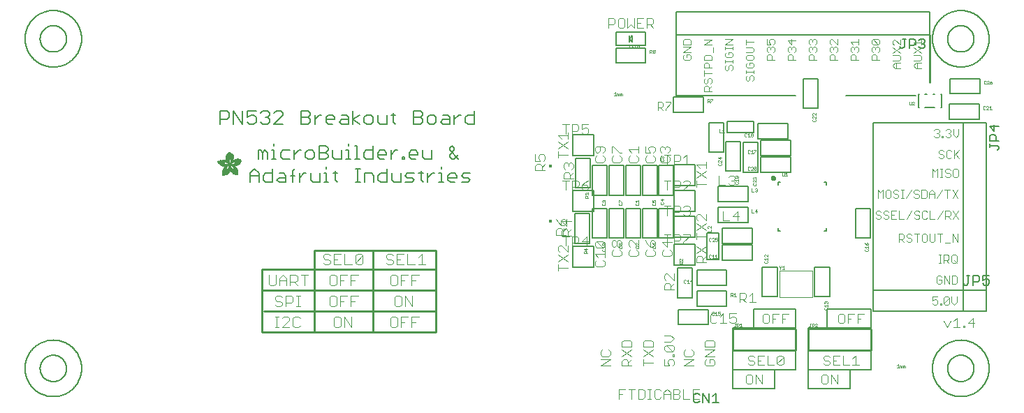
<source format=gbr>
G04 EAGLE Gerber RS-274X export*
G75*
%MOMM*%
%FSLAX34Y34*%
%LPD*%
%INSilkscreen Top*%
%IPPOS*%
%AMOC8*
5,1,8,0,0,1.08239X$1,22.5*%
G01*
%ADD10C,0.203200*%
%ADD11C,0.254000*%
%ADD12C,0.101600*%
%ADD13C,0.076200*%
%ADD14C,0.152400*%
%ADD15C,0.127000*%
%ADD16C,0.304800*%
%ADD17C,0.025400*%
%ADD18R,0.300000X0.300000*%
%ADD19R,0.002600X0.063400*%
%ADD20R,0.002400X0.099000*%
%ADD21R,0.002600X0.124400*%
%ADD22R,0.002400X0.144800*%
%ADD23R,0.002400X0.162600*%
%ADD24R,0.002600X0.180200*%
%ADD25R,0.002400X0.193000*%
%ADD26R,0.002600X0.208200*%
%ADD27R,0.002400X0.221000*%
%ADD28R,0.002400X0.233600*%
%ADD29R,0.002600X0.246200*%
%ADD30R,0.002400X0.256600*%
%ADD31R,0.002600X0.266600*%
%ADD32R,0.002400X0.276800*%
%ADD33R,0.002400X0.287000*%
%ADD34R,0.002600X0.297200*%
%ADD35R,0.002400X0.304800*%
%ADD36R,0.002600X0.315000*%
%ADD37R,0.002400X0.322600*%
%ADD38R,0.002400X0.332800*%
%ADD39R,0.002600X0.340400*%
%ADD40R,0.002400X0.350400*%
%ADD41R,0.002600X0.355600*%
%ADD42R,0.002400X0.363200*%
%ADD43R,0.002400X0.370800*%
%ADD44R,0.002600X0.378400*%
%ADD45R,0.002400X0.386000*%
%ADD46R,0.002600X0.391000*%
%ADD47R,0.002400X0.398800*%
%ADD48R,0.002400X0.406400*%
%ADD49R,0.002600X0.411400*%
%ADD50R,0.002400X0.419000*%
%ADD51R,0.002600X0.426600*%
%ADD52R,0.002400X0.431800*%
%ADD53R,0.002400X0.436800*%
%ADD54R,0.002600X0.442000*%
%ADD55R,0.002400X0.447000*%
%ADD56R,0.002600X0.454600*%
%ADD57R,0.002400X0.459600*%
%ADD58R,0.002400X0.467400*%
%ADD59R,0.002600X0.469800*%
%ADD60R,0.002400X0.475000*%
%ADD61R,0.002600X0.482600*%
%ADD62R,0.002400X0.485000*%
%ADD63R,0.002400X0.490200*%
%ADD64R,0.002600X0.495200*%
%ADD65R,0.002400X0.503000*%
%ADD66R,0.002600X0.505400*%
%ADD67R,0.002400X0.510400*%
%ADD68R,0.002400X0.515600*%
%ADD69R,0.002600X0.518000*%
%ADD70R,0.002400X0.523200*%
%ADD71R,0.002600X0.525800*%
%ADD72R,0.002400X0.533400*%
%ADD73R,0.002400X0.538400*%
%ADD74R,0.002600X0.541000*%
%ADD75R,0.002400X0.546000*%
%ADD76R,0.002600X0.548600*%
%ADD77R,0.002400X0.553600*%
%ADD78R,0.002400X0.558800*%
%ADD79R,0.002600X0.561400*%
%ADD80R,0.002400X0.566400*%
%ADD81R,0.002600X0.568800*%
%ADD82R,0.002400X0.574000*%
%ADD83R,0.002400X0.576600*%
%ADD84R,0.002600X0.581600*%
%ADD85R,0.002400X0.584200*%
%ADD86R,0.002600X0.589200*%
%ADD87R,0.002400X0.591800*%
%ADD88R,0.002400X0.596800*%
%ADD89R,0.002600X0.599400*%
%ADD90R,0.002400X0.604400*%
%ADD91R,0.002600X0.604400*%
%ADD92R,0.002400X0.609600*%
%ADD93R,0.002400X0.612200*%
%ADD94R,0.002600X0.617200*%
%ADD95R,0.002400X0.619800*%
%ADD96R,0.002600X0.622200*%
%ADD97R,0.002400X0.627200*%
%ADD98R,0.002600X0.632400*%
%ADD99R,0.002400X0.635000*%
%ADD100R,0.002600X0.640000*%
%ADD101R,0.002400X0.642600*%
%ADD102R,0.002400X0.645000*%
%ADD103R,0.002600X0.647600*%
%ADD104R,0.002400X0.650200*%
%ADD105R,0.002600X0.655200*%
%ADD106R,0.002400X0.657800*%
%ADD107R,0.002600X0.662800*%
%ADD108R,0.002400X0.665400*%
%ADD109R,0.002600X0.668000*%
%ADD110R,0.002400X0.670600*%
%ADD111R,0.002400X0.673000*%
%ADD112R,0.002600X0.678200*%
%ADD113R,0.002400X0.680600*%
%ADD114R,0.002600X0.680600*%
%ADD115R,0.002400X0.685800*%
%ADD116R,0.002400X0.688400*%
%ADD117R,0.002600X0.688400*%
%ADD118R,0.002400X0.693400*%
%ADD119R,0.002600X0.696000*%
%ADD120R,0.002400X0.698400*%
%ADD121R,0.002600X0.703400*%
%ADD122R,0.002400X0.706000*%
%ADD123R,0.002600X0.706000*%
%ADD124R,0.002400X0.711200*%
%ADD125R,0.002400X0.713800*%
%ADD126R,0.002600X0.713800*%
%ADD127R,0.002400X0.716200*%
%ADD128R,0.002600X0.721200*%
%ADD129R,0.002400X0.721200*%
%ADD130R,0.002400X0.723800*%
%ADD131R,0.002600X0.723800*%
%ADD132R,0.002400X0.729000*%
%ADD133R,0.002600X0.731600*%
%ADD134R,0.002400X0.731600*%
%ADD135R,0.002400X0.734000*%
%ADD136R,0.002600X0.736600*%
%ADD137R,0.002400X0.739000*%
%ADD138R,0.002600X0.741600*%
%ADD139R,0.002400X0.741600*%
%ADD140R,0.002400X0.744200*%
%ADD141R,0.002600X0.746600*%
%ADD142R,0.002400X0.749200*%
%ADD143R,0.002600X0.751800*%
%ADD144R,0.002400X0.751800*%
%ADD145R,0.002400X0.754200*%
%ADD146R,0.002600X0.756800*%
%ADD147R,0.002400X0.759400*%
%ADD148R,0.002600X0.759400*%
%ADD149R,0.002400X0.762000*%
%ADD150R,0.002400X0.764600*%
%ADD151R,0.002600X0.764600*%
%ADD152R,0.002400X0.767000*%
%ADD153R,0.002600X0.769600*%
%ADD154R,0.002400X0.772000*%
%ADD155R,0.002600X0.774600*%
%ADD156R,0.002400X0.774600*%
%ADD157R,0.002600X0.777200*%
%ADD158R,0.002400X0.777200*%
%ADD159R,0.002400X0.205600*%
%ADD160R,0.002400X0.779800*%
%ADD161R,0.002600X0.309800*%
%ADD162R,0.002600X0.782400*%
%ADD163R,0.002400X0.381000*%
%ADD164R,0.002400X0.784800*%
%ADD165R,0.002600X0.409000*%
%ADD166R,0.002600X0.784800*%
%ADD167R,0.002400X0.787400*%
%ADD168R,0.002400X0.452000*%
%ADD169R,0.002600X0.790000*%
%ADD170R,0.002400X0.487600*%
%ADD171R,0.002400X0.790000*%
%ADD172R,0.002600X0.502800*%
%ADD173R,0.002600X0.792400*%
%ADD174R,0.002400X0.518000*%
%ADD175R,0.002400X0.792400*%
%ADD176R,0.002400X0.530800*%
%ADD177R,0.002400X0.795000*%
%ADD178R,0.002600X0.795000*%
%ADD179R,0.002400X0.797600*%
%ADD180R,0.002600X0.563800*%
%ADD181R,0.002600X0.797600*%
%ADD182R,0.002400X0.800000*%
%ADD183R,0.002400X0.586600*%
%ADD184R,0.002600X0.596800*%
%ADD185R,0.002600X0.802600*%
%ADD186R,0.002400X0.604600*%
%ADD187R,0.002400X0.805200*%
%ADD188R,0.002600X0.612200*%
%ADD189R,0.002600X0.807600*%
%ADD190R,0.002400X0.622200*%
%ADD191R,0.002400X0.807600*%
%ADD192R,0.002400X0.630000*%
%ADD193R,0.002400X0.810200*%
%ADD194R,0.002600X0.637600*%
%ADD195R,0.002600X0.810200*%
%ADD196R,0.002400X0.647600*%
%ADD197R,0.002400X0.812800*%
%ADD198R,0.002600X0.652800*%
%ADD199R,0.002600X0.812800*%
%ADD200R,0.002400X0.815200*%
%ADD201R,0.002600X0.673000*%
%ADD202R,0.002600X0.815200*%
%ADD203R,0.002400X0.817800*%
%ADD204R,0.002600X0.683200*%
%ADD205R,0.002600X0.817800*%
%ADD206R,0.002400X0.690800*%
%ADD207R,0.002400X0.820400*%
%ADD208R,0.002400X0.696000*%
%ADD209R,0.002600X0.703600*%
%ADD210R,0.002600X0.820400*%
%ADD211R,0.002400X0.708600*%
%ADD212R,0.002400X0.823000*%
%ADD213R,0.002600X0.728800*%
%ADD214R,0.002600X0.825400*%
%ADD215R,0.002400X0.825400*%
%ADD216R,0.002600X0.739000*%
%ADD217R,0.002600X0.828000*%
%ADD218R,0.002400X0.828000*%
%ADD219R,0.002600X0.749200*%
%ADD220R,0.002600X0.830600*%
%ADD221R,0.002400X0.754400*%
%ADD222R,0.002400X0.830600*%
%ADD223R,0.002600X0.833200*%
%ADD224R,0.002400X0.764400*%
%ADD225R,0.002400X0.833200*%
%ADD226R,0.002600X0.835600*%
%ADD227R,0.002400X0.833000*%
%ADD228R,0.002400X0.782400*%
%ADD229R,0.002400X0.835600*%
%ADD230R,0.002600X0.787400*%
%ADD231R,0.002600X0.838200*%
%ADD232R,0.002400X0.789800*%
%ADD233R,0.002400X0.838200*%
%ADD234R,0.002600X0.840600*%
%ADD235R,0.002400X0.797400*%
%ADD236R,0.002400X0.840600*%
%ADD237R,0.002600X0.805200*%
%ADD238R,0.002600X0.840800*%
%ADD239R,0.002400X0.840800*%
%ADD240R,0.002600X0.843200*%
%ADD241R,0.002400X0.843200*%
%ADD242R,0.002400X0.815400*%
%ADD243R,0.002600X0.845800*%
%ADD244R,0.002400X0.845800*%
%ADD245R,0.002600X0.830400*%
%ADD246R,0.002600X0.848200*%
%ADD247R,0.002400X0.848200*%
%ADD248R,0.002400X0.848400*%
%ADD249R,0.002600X0.848400*%
%ADD250R,0.002400X0.850800*%
%ADD251R,0.002600X0.853400*%
%ADD252R,0.002600X0.850800*%
%ADD253R,0.002400X0.856000*%
%ADD254R,0.002600X0.861000*%
%ADD255R,0.002400X0.863600*%
%ADD256R,0.002600X0.866000*%
%ADD257R,0.002400X0.868600*%
%ADD258R,0.002600X0.871200*%
%ADD259R,0.002400X0.873600*%
%ADD260R,0.002400X0.853400*%
%ADD261R,0.002400X0.876200*%
%ADD262R,0.002600X0.876200*%
%ADD263R,0.002400X0.881400*%
%ADD264R,0.002600X0.883800*%
%ADD265R,0.002400X0.886400*%
%ADD266R,0.002400X0.889000*%
%ADD267R,0.002600X0.891600*%
%ADD268R,0.002400X0.891400*%
%ADD269R,0.002600X0.894000*%
%ADD270R,0.002400X0.896600*%
%ADD271R,0.002400X0.899000*%
%ADD272R,0.002600X0.901600*%
%ADD273R,0.002600X0.856000*%
%ADD274R,0.002400X0.904200*%
%ADD275R,0.002600X0.904200*%
%ADD276R,0.002400X0.909200*%
%ADD277R,0.002400X0.911800*%
%ADD278R,0.002600X0.914400*%
%ADD279R,0.002400X0.916800*%
%ADD280R,0.002600X0.919400*%
%ADD281R,0.002400X0.919400*%
%ADD282R,0.002400X0.922000*%
%ADD283R,0.002600X0.924600*%
%ADD284R,0.002400X0.927000*%
%ADD285R,0.002600X0.929600*%
%ADD286R,0.002400X0.932200*%
%ADD287R,0.002600X0.934600*%
%ADD288R,0.002400X0.937200*%
%ADD289R,0.002600X0.939800*%
%ADD290R,0.002400X0.942200*%
%ADD291R,0.002400X0.942400*%
%ADD292R,0.002600X0.944800*%
%ADD293R,0.002400X0.947400*%
%ADD294R,0.002600X0.950000*%
%ADD295R,0.002400X0.952400*%
%ADD296R,0.002400X0.955000*%
%ADD297R,0.002600X0.952400*%
%ADD298R,0.002600X0.957400*%
%ADD299R,0.002600X0.365600*%
%ADD300R,0.002600X0.462200*%
%ADD301R,0.002400X0.960000*%
%ADD302R,0.002400X0.358000*%
%ADD303R,0.002400X0.454600*%
%ADD304R,0.002400X0.962600*%
%ADD305R,0.002400X0.353000*%
%ADD306R,0.002400X0.452200*%
%ADD307R,0.002600X0.965200*%
%ADD308R,0.002600X0.350400*%
%ADD309R,0.002600X0.447000*%
%ADD310R,0.002400X0.965200*%
%ADD311R,0.002400X0.348000*%
%ADD312R,0.002400X0.444400*%
%ADD313R,0.002600X0.967600*%
%ADD314R,0.002600X0.345400*%
%ADD315R,0.002600X0.439400*%
%ADD316R,0.002400X0.970200*%
%ADD317R,0.002400X0.342800*%
%ADD318R,0.002400X0.340200*%
%ADD319R,0.002600X0.972800*%
%ADD320R,0.002600X0.337800*%
%ADD321R,0.002600X0.429200*%
%ADD322R,0.002400X0.972800*%
%ADD323R,0.002400X0.335200*%
%ADD324R,0.002400X0.429200*%
%ADD325R,0.002600X0.975400*%
%ADD326R,0.002600X0.332600*%
%ADD327R,0.002600X0.424200*%
%ADD328R,0.002400X0.977800*%
%ADD329R,0.002400X0.424200*%
%ADD330R,0.002600X0.980400*%
%ADD331R,0.002600X0.330200*%
%ADD332R,0.002600X0.419000*%
%ADD333R,0.002400X0.980400*%
%ADD334R,0.002400X0.327600*%
%ADD335R,0.002400X0.414000*%
%ADD336R,0.002600X0.983000*%
%ADD337R,0.002600X0.327600*%
%ADD338R,0.002600X0.414000*%
%ADD339R,0.002400X0.983000*%
%ADD340R,0.002400X0.325000*%
%ADD341R,0.002400X0.985400*%
%ADD342R,0.002400X0.409000*%
%ADD343R,0.002600X0.988000*%
%ADD344R,0.002600X0.322600*%
%ADD345R,0.002400X0.322400*%
%ADD346R,0.002600X0.320000*%
%ADD347R,0.002600X0.403800*%
%ADD348R,0.002400X0.990600*%
%ADD349R,0.002400X0.317400*%
%ADD350R,0.002400X0.401200*%
%ADD351R,0.002600X0.990600*%
%ADD352R,0.002600X0.317400*%
%ADD353R,0.002600X0.398800*%
%ADD354R,0.002400X0.315000*%
%ADD355R,0.002400X0.396200*%
%ADD356R,0.002600X0.993000*%
%ADD357R,0.002600X0.393600*%
%ADD358R,0.002400X0.993000*%
%ADD359R,0.002400X0.312400*%
%ADD360R,0.002400X0.393600*%
%ADD361R,0.002600X0.312400*%
%ADD362R,0.002600X0.391200*%
%ADD363R,0.002400X0.309800*%
%ADD364R,0.002400X0.388600*%
%ADD365R,0.002600X1.305600*%
%ADD366R,0.002600X0.386000*%
%ADD367R,0.002400X1.300400*%
%ADD368R,0.002400X1.298000*%
%ADD369R,0.002400X0.383400*%
%ADD370R,0.002600X1.298000*%
%ADD371R,0.002600X0.383400*%
%ADD372R,0.002400X1.295400*%
%ADD373R,0.002600X1.292800*%
%ADD374R,0.002600X0.381000*%
%ADD375R,0.002400X1.290200*%
%ADD376R,0.002400X0.378400*%
%ADD377R,0.002600X1.285200*%
%ADD378R,0.002400X1.285200*%
%ADD379R,0.002400X0.373400*%
%ADD380R,0.002600X1.282600*%
%ADD381R,0.002600X0.373400*%
%ADD382R,0.002400X1.282600*%
%ADD383R,0.002400X1.277600*%
%ADD384R,0.002600X1.277600*%
%ADD385R,0.002600X0.368200*%
%ADD386R,0.002400X1.275000*%
%ADD387R,0.002400X0.368200*%
%ADD388R,0.002600X1.272400*%
%ADD389R,0.002600X0.365800*%
%ADD390R,0.002400X1.270000*%
%ADD391R,0.002400X0.365800*%
%ADD392R,0.002600X1.265000*%
%ADD393R,0.002600X0.363200*%
%ADD394R,0.002400X1.265000*%
%ADD395R,0.002600X1.262400*%
%ADD396R,0.002600X0.360600*%
%ADD397R,0.002400X1.259800*%
%ADD398R,0.002400X0.360600*%
%ADD399R,0.002400X1.257200*%
%ADD400R,0.002600X1.257200*%
%ADD401R,0.002600X0.358000*%
%ADD402R,0.002400X1.254800*%
%ADD403R,0.002400X0.355600*%
%ADD404R,0.002600X1.252200*%
%ADD405R,0.002400X1.252200*%
%ADD406R,0.002400X1.247000*%
%ADD407R,0.002600X1.247000*%
%ADD408R,0.002600X0.353000*%
%ADD409R,0.002600X1.242000*%
%ADD410R,0.002400X1.242000*%
%ADD411R,0.002400X1.239400*%
%ADD412R,0.002600X1.237000*%
%ADD413R,0.002600X0.347800*%
%ADD414R,0.002400X1.237000*%
%ADD415R,0.002400X0.347800*%
%ADD416R,0.002600X1.231800*%
%ADD417R,0.002400X1.231800*%
%ADD418R,0.002400X0.345400*%
%ADD419R,0.002600X1.226800*%
%ADD420R,0.002400X1.226800*%
%ADD421R,0.002600X1.224200*%
%ADD422R,0.002600X0.342800*%
%ADD423R,0.002400X1.221600*%
%ADD424R,0.002400X0.340400*%
%ADD425R,0.002600X1.219200*%
%ADD426R,0.002400X1.216600*%
%ADD427R,0.002400X0.337800*%
%ADD428R,0.002600X1.214200*%
%ADD429R,0.002400X1.214200*%
%ADD430R,0.002400X1.209000*%
%ADD431R,0.002600X1.209000*%
%ADD432R,0.002600X0.335200*%
%ADD433R,0.002600X1.206400*%
%ADD434R,0.002400X0.652800*%
%ADD435R,0.002400X0.083800*%
%ADD436R,0.002400X0.505400*%
%ADD437R,0.002400X0.134600*%
%ADD438R,0.002600X0.497800*%
%ADD439R,0.002600X0.332800*%
%ADD440R,0.002600X0.167600*%
%ADD441R,0.002400X0.632400*%
%ADD442R,0.002400X0.330200*%
%ADD443R,0.002400X0.195400*%
%ADD444R,0.002600X0.629800*%
%ADD445R,0.002600X0.223400*%
%ADD446R,0.002400X0.624800*%
%ADD447R,0.002400X0.474800*%
%ADD448R,0.002400X0.246400*%
%ADD449R,0.002400X0.469800*%
%ADD450R,0.002400X0.264000*%
%ADD451R,0.002600X0.619600*%
%ADD452R,0.002600X0.284400*%
%ADD453R,0.002400X0.617200*%
%ADD454R,0.002400X0.457200*%
%ADD455R,0.002400X0.302200*%
%ADD456R,0.002600X0.614600*%
%ADD457R,0.002600X0.452000*%
%ADD458R,0.002600X0.325000*%
%ADD459R,0.002400X0.439400*%
%ADD460R,0.002600X0.609600*%
%ADD461R,0.002600X0.434400*%
%ADD462R,0.002600X0.322400*%
%ADD463R,0.002400X0.602000*%
%ADD464R,0.002400X0.416400*%
%ADD465R,0.002400X0.599400*%
%ADD466R,0.002400X0.408800*%
%ADD467R,0.002400X0.320000*%
%ADD468R,0.002400X0.441800*%
%ADD469R,0.002600X0.401200*%
%ADD470R,0.002400X0.464800*%
%ADD471R,0.002400X0.594200*%
%ADD472R,0.002600X0.591800*%
%ADD473R,0.002600X0.487600*%
%ADD474R,0.002400X0.594400*%
%ADD475R,0.002400X0.495200*%
%ADD476R,0.002600X0.508000*%
%ADD477R,0.002400X0.518200*%
%ADD478R,0.002400X0.589200*%
%ADD479R,0.002400X0.375800*%
%ADD480R,0.002400X0.528400*%
%ADD481R,0.002600X0.370800*%
%ADD482R,0.002600X0.538400*%
%ADD483R,0.002600X0.586600*%
%ADD484R,0.002600X0.556200*%
%ADD485R,0.002400X0.314800*%
%ADD486R,0.002600X0.586800*%
%ADD487R,0.002600X0.584200*%
%ADD488R,0.002600X0.602000*%
%ADD489R,0.002400X0.581600*%
%ADD490R,0.002400X0.619600*%
%ADD491R,0.002600X0.627400*%
%ADD492R,0.002600X0.307200*%
%ADD493R,0.002600X0.642600*%
%ADD494R,0.002400X0.579200*%
%ADD495R,0.002400X0.307400*%
%ADD496R,0.002600X0.579000*%
%ADD497R,0.002600X0.307400*%
%ADD498R,0.002600X0.665400*%
%ADD499R,0.002400X0.307200*%
%ADD500R,0.002600X0.314800*%
%ADD501R,0.002600X0.304800*%
%ADD502R,0.002400X0.576400*%
%ADD503R,0.002600X0.576600*%
%ADD504R,0.002400X0.713600*%
%ADD505R,0.002600X0.574000*%
%ADD506R,0.002600X0.302200*%
%ADD507R,0.002600X0.721400*%
%ADD508R,0.002400X0.299600*%
%ADD509R,0.002400X0.297200*%
%ADD510R,0.002400X0.736600*%
%ADD511R,0.002600X0.292000*%
%ADD512R,0.002400X0.289600*%
%ADD513R,0.002400X0.746800*%
%ADD514R,0.002600X0.571400*%
%ADD515R,0.002600X0.287000*%
%ADD516R,0.002600X0.299800*%
%ADD517R,0.002600X0.754400*%
%ADD518R,0.002400X0.284400*%
%ADD519R,0.002400X1.061800*%
%ADD520R,0.002400X0.571400*%
%ADD521R,0.002400X0.282000*%
%ADD522R,0.002400X1.066800*%
%ADD523R,0.002600X0.279400*%
%ADD524R,0.002600X1.066800*%
%ADD525R,0.002400X1.071800*%
%ADD526R,0.002600X0.274200*%
%ADD527R,0.002600X1.074400*%
%ADD528R,0.002400X0.274200*%
%ADD529R,0.002400X1.076800*%
%ADD530R,0.002400X0.569000*%
%ADD531R,0.002400X0.271800*%
%ADD532R,0.002400X1.079400*%
%ADD533R,0.002600X0.269200*%
%ADD534R,0.002600X1.082000*%
%ADD535R,0.002400X0.266600*%
%ADD536R,0.002400X1.087000*%
%ADD537R,0.002600X0.569000*%
%ADD538R,0.002600X0.264200*%
%ADD539R,0.002600X1.087000*%
%ADD540R,0.002400X0.568800*%
%ADD541R,0.002400X0.261600*%
%ADD542R,0.002400X1.092200*%
%ADD543R,0.002400X0.259000*%
%ADD544R,0.002400X1.094800*%
%ADD545R,0.002600X0.566400*%
%ADD546R,0.002600X0.256600*%
%ADD547R,0.002600X1.097200*%
%ADD548R,0.002400X1.099800*%
%ADD549R,0.002600X0.254000*%
%ADD550R,0.002600X1.104800*%
%ADD551R,0.002400X0.251400*%
%ADD552R,0.002400X1.104800*%
%ADD553R,0.002400X0.248800*%
%ADD554R,0.002400X1.110000*%
%ADD555R,0.002600X0.246400*%
%ADD556R,0.002600X1.112400*%
%ADD557R,0.002400X1.115000*%
%ADD558R,0.002600X1.117600*%
%ADD559R,0.002400X0.563800*%
%ADD560R,0.002400X0.243800*%
%ADD561R,0.002400X1.122600*%
%ADD562R,0.002400X0.241200*%
%ADD563R,0.002600X0.241200*%
%ADD564R,0.002600X1.127800*%
%ADD565R,0.002400X0.238600*%
%ADD566R,0.002400X1.130200*%
%ADD567R,0.002600X0.236200*%
%ADD568R,0.002600X1.132800*%
%ADD569R,0.002400X0.561400*%
%ADD570R,0.002400X1.137800*%
%ADD571R,0.002400X0.561200*%
%ADD572R,0.002600X0.561200*%
%ADD573R,0.002600X0.233600*%
%ADD574R,0.002600X1.143000*%
%ADD575R,0.002400X0.231200*%
%ADD576R,0.002400X1.145600*%
%ADD577R,0.002600X0.231200*%
%ADD578R,0.002600X1.148000*%
%ADD579R,0.002400X0.228600*%
%ADD580R,0.002400X1.153200*%
%ADD581R,0.002400X0.226000*%
%ADD582R,0.002600X0.558800*%
%ADD583R,0.002600X0.228600*%
%ADD584R,0.002600X1.158200*%
%ADD585R,0.002400X1.160800*%
%ADD586R,0.002600X1.165800*%
%ADD587R,0.002400X0.223400*%
%ADD588R,0.002400X1.168400*%
%ADD589R,0.002400X1.171000*%
%ADD590R,0.002600X1.176000*%
%ADD591R,0.002400X0.220800*%
%ADD592R,0.002400X1.176000*%
%ADD593R,0.002600X0.221000*%
%ADD594R,0.002600X1.181000*%
%ADD595R,0.002400X1.186200*%
%ADD596R,0.002400X0.218400*%
%ADD597R,0.002400X1.188600*%
%ADD598R,0.002600X1.193800*%
%ADD599R,0.002400X1.196200*%
%ADD600R,0.002600X1.201400*%
%ADD601R,0.002400X0.556200*%
%ADD602R,0.002400X1.206400*%
%ADD603R,0.002600X0.218400*%
%ADD604R,0.002600X1.221600*%
%ADD605R,0.002400X0.553800*%
%ADD606R,0.002400X0.223600*%
%ADD607R,0.002600X0.553600*%
%ADD608R,0.002600X0.226000*%
%ADD609R,0.002600X0.551200*%
%ADD610R,0.002600X0.231000*%
%ADD611R,0.002600X1.249600*%
%ADD612R,0.002400X0.551200*%
%ADD613R,0.002400X0.236200*%
%ADD614R,0.002400X1.513800*%
%ADD615R,0.002600X1.513800*%
%ADD616R,0.002400X0.551000*%
%ADD617R,0.002600X1.516200*%
%ADD618R,0.002400X1.516400*%
%ADD619R,0.002600X0.551000*%
%ADD620R,0.002600X1.518800*%
%ADD621R,0.002400X1.519000*%
%ADD622R,0.002600X1.519000*%
%ADD623R,0.002400X1.521400*%
%ADD624R,0.002600X1.521400*%
%ADD625R,0.002400X1.524000*%
%ADD626R,0.002600X1.524000*%
%ADD627R,0.002400X1.526400*%
%ADD628R,0.002600X1.526600*%
%ADD629R,0.002400X1.529000*%
%ADD630R,0.002600X1.529000*%
%ADD631R,0.002400X1.531600*%
%ADD632R,0.002600X1.534200*%
%ADD633R,0.002400X1.536600*%
%ADD634R,0.002600X1.539200*%
%ADD635R,0.002400X1.541800*%
%ADD636R,0.002600X1.544200*%
%ADD637R,0.002400X1.549400*%
%ADD638R,0.002600X1.549400*%
%ADD639R,0.002400X1.554400*%
%ADD640R,0.002400X1.557000*%
%ADD641R,0.002600X0.594400*%
%ADD642R,0.002600X1.559400*%
%ADD643R,0.002400X1.564600*%
%ADD644R,0.002600X0.604600*%
%ADD645R,0.002600X1.567200*%
%ADD646R,0.002400X1.572200*%
%ADD647R,0.002400X0.614600*%
%ADD648R,0.002400X1.577200*%
%ADD649R,0.002400X0.525800*%
%ADD650R,0.002400X0.906800*%
%ADD651R,0.002600X1.168400*%
%ADD652R,0.002600X0.889000*%
%ADD653R,0.002400X1.155600*%
%ADD654R,0.002400X1.143000*%
%ADD655R,0.002400X0.866200*%
%ADD656R,0.002600X1.130200*%
%ADD657R,0.002400X1.120000*%
%ADD658R,0.002600X1.110000*%
%ADD659R,0.002600X1.084600*%
%ADD660R,0.002600X1.071800*%
%ADD661R,0.002400X1.064200*%
%ADD662R,0.002400X0.807800*%
%ADD663R,0.002400X1.059200*%
%ADD664R,0.002400X0.802600*%
%ADD665R,0.002600X1.054000*%
%ADD666R,0.002600X0.800000*%
%ADD667R,0.002400X1.049000*%
%ADD668R,0.002600X1.046400*%
%ADD669R,0.002400X1.041400*%
%ADD670R,0.002400X1.038800*%
%ADD671R,0.002600X1.033800*%
%ADD672R,0.002400X1.031200*%
%ADD673R,0.002600X1.028600*%
%ADD674R,0.002400X1.026000*%
%ADD675R,0.002400X0.782200*%
%ADD676R,0.002400X1.026200*%
%ADD677R,0.002600X1.023600*%
%ADD678R,0.002600X0.782200*%
%ADD679R,0.002400X1.021000*%
%ADD680R,0.002600X1.021000*%
%ADD681R,0.002400X1.018400*%
%ADD682R,0.002600X1.018400*%
%ADD683R,0.002400X1.023600*%
%ADD684R,0.002600X1.026200*%
%ADD685R,0.002400X1.028600*%
%ADD686R,0.002600X1.033600*%
%ADD687R,0.002600X0.797400*%
%ADD688R,0.002400X1.033600*%
%ADD689R,0.002600X1.036200*%
%ADD690R,0.002400X1.046400*%
%ADD691R,0.002600X1.049000*%
%ADD692R,0.002400X1.054000*%
%ADD693R,0.002600X1.056600*%
%ADD694R,0.002400X1.061600*%
%ADD695R,0.002400X0.822800*%
%ADD696R,0.002400X1.097200*%
%ADD697R,0.002600X0.858400*%
%ADD698R,0.002600X1.122600*%
%ADD699R,0.002400X0.878800*%
%ADD700R,0.002400X1.140400*%
%ADD701R,0.002400X0.883800*%
%ADD702R,0.002400X0.901600*%
%ADD703R,0.002600X1.170800*%
%ADD704R,0.002600X0.909200*%
%ADD705R,0.002400X1.181000*%
%ADD706R,0.002400X1.196400*%
%ADD707R,0.002400X0.929600*%
%ADD708R,0.002400X1.221800*%
%ADD709R,0.002400X0.949800*%
%ADD710R,0.002600X0.962600*%
%ADD711R,0.002400X0.975400*%
%ADD712R,0.002400X1.272400*%
%ADD713R,0.002600X1.290400*%
%ADD714R,0.002600X1.008200*%
%ADD715R,0.002400X1.318200*%
%ADD716R,0.002600X1.361400*%
%ADD717R,0.002400X2.491600*%
%ADD718R,0.002400X2.494200*%
%ADD719R,0.002600X2.499400*%
%ADD720R,0.002400X2.501800*%
%ADD721R,0.002600X2.504400*%
%ADD722R,0.002400X2.509400*%
%ADD723R,0.002400X2.512000*%
%ADD724R,0.002600X2.517200*%
%ADD725R,0.002400X2.519600*%
%ADD726R,0.002600X2.524800*%
%ADD727R,0.002400X2.527200*%
%ADD728R,0.002400X2.529800*%
%ADD729R,0.002600X2.535000*%
%ADD730R,0.002400X1.673800*%
%ADD731R,0.002600X1.661200*%
%ADD732R,0.002400X1.653400*%
%ADD733R,0.002400X1.645800*%
%ADD734R,0.002600X1.638200*%
%ADD735R,0.002400X1.635800*%
%ADD736R,0.002600X0.779800*%
%ADD737R,0.002600X1.630600*%
%ADD738R,0.002400X1.625600*%
%ADD739R,0.002400X0.772200*%
%ADD740R,0.002400X1.620400*%
%ADD741R,0.002600X1.618000*%
%ADD742R,0.002400X1.612800*%
%ADD743R,0.002600X0.764400*%
%ADD744R,0.002600X1.610200*%
%ADD745R,0.002400X1.607800*%
%ADD746R,0.002400X1.602600*%
%ADD747R,0.002600X0.757000*%
%ADD748R,0.002600X1.600200*%
%ADD749R,0.002400X1.597600*%
%ADD750R,0.002600X1.595000*%
%ADD751R,0.002400X1.592600*%
%ADD752R,0.002400X1.590000*%
%ADD753R,0.002600X0.746800*%
%ADD754R,0.002600X1.587400*%
%ADD755R,0.002400X1.585000*%
%ADD756R,0.002600X0.744200*%
%ADD757R,0.002600X1.582400*%
%ADD758R,0.002400X1.579800*%
%ADD759R,0.002600X1.577200*%
%ADD760R,0.002400X1.574800*%
%ADD761R,0.002600X0.734000*%
%ADD762R,0.002600X1.574800*%
%ADD763R,0.002400X1.338600*%
%ADD764R,0.002400X0.731400*%
%ADD765R,0.002400X1.323200*%
%ADD766R,0.002600X0.731400*%
%ADD767R,0.002600X0.213200*%
%ADD768R,0.002600X1.315600*%
%ADD769R,0.002400X0.210800*%
%ADD770R,0.002400X1.308000*%
%ADD771R,0.002600X0.726400*%
%ADD772R,0.002600X0.210800*%
%ADD773R,0.002600X1.300400*%
%ADD774R,0.002400X0.721400*%
%ADD775R,0.002400X0.208200*%
%ADD776R,0.002400X0.718800*%
%ADD777R,0.002600X0.716200*%
%ADD778R,0.002400X1.267400*%
%ADD779R,0.002600X0.713600*%
%ADD780R,0.002600X1.254800*%
%ADD781R,0.002400X1.249600*%
%ADD782R,0.002600X0.711200*%
%ADD783R,0.002600X1.244600*%
%ADD784R,0.002400X0.706200*%
%ADD785R,0.002400X0.213400*%
%ADD786R,0.002400X0.213200*%
%ADD787R,0.002600X0.215800*%
%ADD788R,0.002600X1.221800*%
%ADD789R,0.002400X0.701000*%
%ADD790R,0.002400X0.215800*%
%ADD791R,0.002400X1.219200*%
%ADD792R,0.002400X1.214000*%
%ADD793R,0.002600X0.701000*%
%ADD794R,0.002600X0.223600*%
%ADD795R,0.002600X1.198800*%
%ADD796R,0.002400X0.695800*%
%ADD797R,0.002400X1.193800*%
%ADD798R,0.002400X1.188800*%
%ADD799R,0.002600X0.695800*%
%ADD800R,0.002600X1.186200*%
%ADD801R,0.002600X0.690800*%
%ADD802R,0.002600X1.178400*%
%ADD803R,0.002400X0.238800*%
%ADD804R,0.002400X1.173400*%
%ADD805R,0.002400X0.688200*%
%ADD806R,0.002600X0.688200*%
%ADD807R,0.002600X1.163200*%
%ADD808R,0.002400X1.158200*%
%ADD809R,0.002600X0.685800*%
%ADD810R,0.002600X1.155600*%
%ADD811R,0.002400X1.150600*%
%ADD812R,0.002400X0.683200*%
%ADD813R,0.002400X1.145400*%
%ADD814R,0.002400X0.256400*%
%ADD815R,0.002400X1.135400*%
%ADD816R,0.002600X0.261600*%
%ADD817R,0.002400X1.127600*%
%ADD818R,0.002400X1.125200*%
%ADD819R,0.002600X1.120000*%
%ADD820R,0.002400X0.678200*%
%ADD821R,0.002400X1.107400*%
%ADD822R,0.002400X0.675600*%
%ADD823R,0.002400X1.102200*%
%ADD824R,0.002600X1.099800*%
%ADD825R,0.002600X0.675600*%
%ADD826R,0.002600X1.089600*%
%ADD827R,0.002400X0.294600*%
%ADD828R,0.002400X1.084400*%
%ADD829R,0.002400X1.082000*%
%ADD830R,0.002600X1.076800*%
%ADD831R,0.002600X1.069200*%
%ADD832R,0.002400X1.051400*%
%ADD833R,0.002400X0.670400*%
%ADD834R,0.002600X0.670600*%
%ADD835R,0.002600X1.031200*%
%ADD836R,0.002600X0.670400*%
%ADD837R,0.002400X1.016000*%
%ADD838R,0.002600X1.010800*%
%ADD839R,0.002400X0.376000*%
%ADD840R,0.002400X1.005800*%
%ADD841R,0.002600X1.000800*%
%ADD842R,0.002400X0.998200*%
%ADD843R,0.002400X0.391200*%
%ADD844R,0.002600X0.396200*%
%ADD845R,0.002400X0.401400*%
%ADD846R,0.002600X0.406400*%
%ADD847R,0.002600X0.977800*%
%ADD848R,0.002400X0.421600*%
%ADD849R,0.002600X0.955000*%
%ADD850R,0.002400X0.950000*%
%ADD851R,0.002400X0.944800*%
%ADD852R,0.002600X0.942200*%
%ADD853R,0.002400X0.467200*%
%ADD854R,0.002600X0.477400*%
%ADD855R,0.002600X0.530800*%
%ADD856R,0.002600X0.906800*%
%ADD857R,0.002400X1.325800*%
%ADD858R,0.002400X0.894000*%
%ADD859R,0.002600X1.325800*%
%ADD860R,0.002400X1.328400*%
%ADD861R,0.002600X1.328400*%
%ADD862R,0.002600X0.881400*%
%ADD863R,0.002400X1.333400*%
%ADD864R,0.002600X1.333400*%
%ADD865R,0.002600X0.863600*%
%ADD866R,0.002400X0.858400*%
%ADD867R,0.002600X1.336000*%
%ADD868R,0.002600X1.338600*%
%ADD869R,0.002600X0.833000*%
%ADD870R,0.002400X1.343600*%
%ADD871R,0.002600X1.343600*%
%ADD872R,0.002400X0.365600*%
%ADD873R,0.002400X1.346200*%
%ADD874R,0.002600X1.348800*%
%ADD875R,0.002400X1.348800*%
%ADD876R,0.002600X1.351200*%
%ADD877R,0.002400X1.351200*%
%ADD878R,0.002400X0.269200*%
%ADD879R,0.002400X1.353800*%
%ADD880R,0.002400X0.249000*%
%ADD881R,0.002600X1.353800*%
%ADD882R,0.002600X0.340200*%
%ADD883R,0.002400X1.356200*%
%ADD884R,0.002600X1.358800*%
%ADD885R,0.002600X0.198200*%
%ADD886R,0.002400X1.358800*%
%ADD887R,0.002400X0.180200*%
%ADD888R,0.002400X0.157400*%
%ADD889R,0.002600X0.132000*%
%ADD890R,0.002400X1.364000*%
%ADD891R,0.002400X0.101600*%
%ADD892R,0.002600X1.364000*%
%ADD893R,0.002600X0.050800*%
%ADD894R,0.002400X1.369000*%
%ADD895R,0.002600X1.369000*%
%ADD896R,0.002600X1.371600*%
%ADD897R,0.002400X1.374200*%
%ADD898R,0.002600X1.376600*%
%ADD899R,0.002400X1.376600*%
%ADD900R,0.002600X1.379200*%
%ADD901R,0.002400X1.381800*%
%ADD902R,0.002600X1.381800*%
%ADD903R,0.002400X1.386800*%
%ADD904R,0.002600X1.386800*%
%ADD905R,0.002600X0.294600*%
%ADD906R,0.002400X1.389200*%
%ADD907R,0.002600X1.389200*%
%ADD908R,0.002400X1.394400*%
%ADD909R,0.002400X0.292000*%
%ADD910R,0.002600X1.394400*%
%ADD911R,0.002400X1.397000*%
%ADD912R,0.002600X1.397000*%
%ADD913R,0.002400X1.402000*%
%ADD914R,0.002600X1.402000*%
%ADD915R,0.002600X0.289600*%
%ADD916R,0.002400X1.404600*%
%ADD917R,0.002600X1.407000*%
%ADD918R,0.002400X1.409600*%
%ADD919R,0.002600X1.412200*%
%ADD920R,0.002400X1.412200*%
%ADD921R,0.002600X1.414800*%
%ADD922R,0.002400X1.417200*%
%ADD923R,0.002600X1.419800*%
%ADD924R,0.002400X1.419800*%
%ADD925R,0.002400X1.422400*%
%ADD926R,0.002600X1.424800*%
%ADD927R,0.002400X1.424800*%
%ADD928R,0.002600X1.051400*%
%ADD929R,0.002600X0.375800*%
%ADD930R,0.002400X1.044000*%
%ADD931R,0.002400X0.383600*%
%ADD932R,0.002600X1.041400*%
%ADD933R,0.002600X0.299600*%
%ADD934R,0.002600X1.038800*%
%ADD935R,0.002600X0.388600*%
%ADD936R,0.002400X1.036200*%
%ADD937R,0.002600X0.398600*%
%ADD938R,0.002400X0.398600*%
%ADD939R,0.002600X1.018600*%
%ADD940R,0.002400X0.403800*%
%ADD941R,0.002600X1.013400*%
%ADD942R,0.002400X1.008400*%
%ADD943R,0.002400X0.411400*%
%ADD944R,0.002600X1.005800*%
%ADD945R,0.002400X1.003200*%
%ADD946R,0.002600X0.421600*%
%ADD947R,0.002400X0.426800*%
%ADD948R,0.002400X0.995600*%
%ADD949R,0.002600X0.441800*%
%ADD950R,0.002400X0.988000*%
%ADD951R,0.002600X0.985400*%
%ADD952R,0.002400X0.975200*%
%ADD953R,0.002600X0.970200*%
%ADD954R,0.002400X0.967600*%
%ADD955R,0.002600X0.960000*%
%ADD956R,0.002600X0.805000*%
%ADD957R,0.002400X0.957400*%
%ADD958R,0.002600X0.947400*%
%ADD959R,0.002400X0.934600*%
%ADD960R,0.002600X0.927000*%
%ADD961R,0.002400X0.924600*%
%ADD962R,0.002400X0.917000*%
%ADD963R,0.002600X0.891400*%
%ADD964R,0.002400X0.861000*%
%ADD965R,0.002600X0.789800*%
%ADD966R,0.002600X0.772200*%
%ADD967R,0.002600X0.772000*%
%ADD968R,0.002400X0.726400*%
%ADD969R,0.002400X0.769600*%
%ADD970R,0.002600X0.718800*%
%ADD971R,0.002600X0.767000*%
%ADD972R,0.002400X0.660400*%
%ADD973R,0.002600X0.650200*%
%ADD974R,0.002400X0.637400*%
%ADD975R,0.002400X0.607000*%
%ADD976R,0.002400X0.535800*%
%ADD977R,0.002400X0.756800*%
%ADD978R,0.002400X0.061000*%
%ADD979R,0.002400X0.746600*%
%ADD980R,0.002600X0.729000*%
%ADD981R,0.002400X0.703600*%
%ADD982R,0.002600X0.698400*%
%ADD983R,0.002600X0.693400*%
%ADD984R,0.002400X0.680800*%
%ADD985R,0.002600X0.680800*%
%ADD986R,0.002400X0.668000*%
%ADD987R,0.002400X0.663000*%
%ADD988R,0.002600X0.663000*%
%ADD989R,0.002400X0.655200*%
%ADD990R,0.002600X0.652600*%
%ADD991R,0.002400X0.652600*%
%ADD992R,0.002400X0.645200*%
%ADD993R,0.002600X0.645200*%
%ADD994R,0.002400X0.640000*%
%ADD995R,0.002600X0.635000*%
%ADD996R,0.002400X0.629800*%
%ADD997R,0.002400X0.627400*%
%ADD998R,0.002600X0.612000*%
%ADD999R,0.002400X0.612000*%
%ADD1000R,0.002600X0.607000*%
%ADD1001R,0.002600X0.553800*%
%ADD1002R,0.002600X0.546000*%
%ADD1003R,0.002400X0.543400*%
%ADD1004R,0.002600X0.543400*%
%ADD1005R,0.002400X0.536000*%
%ADD1006R,0.002600X0.536000*%
%ADD1007R,0.002600X0.528200*%
%ADD1008R,0.002400X0.525600*%
%ADD1009R,0.002600X0.520600*%
%ADD1010R,0.002600X0.515600*%
%ADD1011R,0.002400X0.510600*%
%ADD1012R,0.002400X0.502800*%
%ADD1013R,0.002600X0.500400*%
%ADD1014R,0.002400X0.497800*%
%ADD1015R,0.002400X0.492800*%
%ADD1016R,0.002600X0.492800*%
%ADD1017R,0.002600X0.485000*%
%ADD1018R,0.002400X0.482600*%
%ADD1019R,0.002400X0.480000*%
%ADD1020R,0.002600X0.475000*%
%ADD1021R,0.002400X0.472400*%
%ADD1022R,0.002600X0.444400*%
%ADD1023R,0.002400X0.442000*%
%ADD1024R,0.002600X0.436800*%
%ADD1025R,0.002400X0.434200*%
%ADD1026R,0.002400X0.416600*%
%ADD1027R,0.002400X0.358200*%
%ADD1028R,0.002400X0.289400*%
%ADD1029R,0.002600X0.276800*%
%ADD1030R,0.002600X0.256400*%
%ADD1031R,0.002400X0.254000*%
%ADD1032R,0.002600X0.243800*%
%ADD1033R,0.002400X0.231000*%
%ADD1034R,0.002400X0.203200*%
%ADD1035R,0.002600X0.200600*%
%ADD1036R,0.002400X0.195600*%
%ADD1037R,0.002600X0.193000*%
%ADD1038R,0.002400X0.188000*%
%ADD1039R,0.002400X0.182800*%
%ADD1040R,0.002400X0.172600*%
%ADD1041R,0.002600X0.170200*%
%ADD1042R,0.002400X0.167600*%
%ADD1043R,0.002400X0.160000*%
%ADD1044R,0.002600X0.157400*%
%ADD1045R,0.002400X0.152400*%
%ADD1046R,0.002600X0.149800*%
%ADD1047R,0.002400X0.139600*%
%ADD1048R,0.002600X0.137200*%
%ADD1049R,0.002400X0.129400*%
%ADD1050R,0.002600X0.127000*%
%ADD1051R,0.002400X0.124400*%
%ADD1052R,0.002400X0.119400*%
%ADD1053R,0.002600X0.114200*%
%ADD1054R,0.002400X0.109200*%
%ADD1055R,0.002600X0.106600*%
%ADD1056R,0.002400X0.096400*%
%ADD1057R,0.002600X0.094000*%
%ADD1058R,0.002400X0.088800*%
%ADD1059R,0.002600X0.083800*%
%ADD1060R,0.002400X0.078600*%
%ADD1061R,0.002400X0.076200*%
%ADD1062R,0.002600X0.073600*%
%ADD1063R,0.002400X0.066000*%
%ADD1064R,0.002400X0.058400*%
%ADD1065R,0.002400X0.055800*%
%ADD1066R,0.002600X0.048200*%
%ADD1067R,0.002400X0.045600*%
%ADD1068R,0.002600X0.043200*%
%ADD1069R,0.002400X0.038000*%
%ADD1070R,0.002400X0.035600*%
%ADD1071R,0.002600X0.027800*%
%ADD1072R,0.002400X0.025400*%
%ADD1073R,0.002600X0.020200*%
%ADD1074R,0.002400X0.017800*%
%ADD1075R,0.002400X0.015200*%
%ADD1076R,0.002600X0.010000*%
%ADD1077R,0.002400X0.007600*%


D10*
X273920Y71120D02*
X273920Y48260D01*
X324720Y48260D01*
X350120Y48260D01*
X350120Y71120D01*
X350120Y99060D01*
X299320Y99060D01*
X273920Y99060D01*
X273920Y71120D01*
X350120Y71120D01*
X365360Y99060D02*
X388220Y99060D01*
X441560Y99060D02*
X441560Y71120D01*
X441560Y48260D01*
X416160Y48260D01*
X365360Y48260D01*
X365360Y71120D01*
X365360Y99060D01*
X365360Y71120D02*
X441560Y71120D01*
X273920Y48260D02*
X273920Y25400D01*
X324720Y25400D01*
X324720Y48260D01*
X365360Y48260D02*
X365360Y25400D01*
X416160Y25400D01*
X416160Y48260D01*
X350120Y99060D02*
X350120Y121920D01*
X299320Y121920D01*
X299320Y99060D01*
X388220Y99060D02*
X441560Y99060D01*
X388220Y99060D02*
X388220Y121920D01*
X441560Y121920D01*
X441560Y99060D01*
X553160Y119380D02*
X581100Y119380D01*
X581100Y144780D01*
X581100Y347980D01*
X553160Y347980D01*
X443940Y347980D01*
X443940Y144780D01*
X443940Y119380D01*
X553160Y119380D01*
X553160Y144780D02*
X553160Y347980D01*
X553160Y144780D02*
X553160Y119380D01*
X512520Y482600D02*
X205180Y482600D01*
X512520Y482600D02*
X512520Y454660D01*
X205180Y454660D01*
X205180Y482600D01*
X205180Y454660D02*
X205180Y381000D01*
X349960Y381000D01*
X410920Y381000D02*
X495020Y381000D01*
D11*
X512500Y397500D02*
X512500Y455000D01*
D10*
X553160Y144780D02*
X443940Y144780D01*
X553160Y144780D02*
X581100Y144780D01*
D11*
X-86360Y170180D02*
X-297180Y170180D01*
X-86360Y170180D02*
X-86360Y193040D01*
X-162560Y193040D01*
X-233680Y193040D01*
X-297180Y144780D02*
X-297180Y93980D01*
X-233680Y93980D01*
X-162560Y93980D01*
X-86360Y93980D01*
X-86360Y119380D01*
X-86360Y144780D02*
X-86360Y170180D01*
X-86360Y144780D02*
X-297180Y144780D01*
X-294640Y119380D02*
X-86360Y119380D01*
X-86360Y144780D01*
X-233680Y193040D02*
X-233680Y93980D01*
X-162560Y93980D02*
X-162560Y193040D01*
X-297180Y170180D02*
X-297180Y144780D01*
D12*
X298055Y65542D02*
X300004Y63593D01*
X298055Y65542D02*
X294157Y65542D01*
X292208Y63593D01*
X292208Y61644D01*
X294157Y59695D01*
X298055Y59695D01*
X300004Y57746D01*
X300004Y55797D01*
X298055Y53848D01*
X294157Y53848D01*
X292208Y55797D01*
X303902Y65542D02*
X311698Y65542D01*
X303902Y65542D02*
X303902Y53848D01*
X311698Y53848D01*
X307800Y59695D02*
X303902Y59695D01*
X315596Y65542D02*
X315596Y53848D01*
X323392Y53848D01*
X327290Y55797D02*
X327290Y63593D01*
X329239Y65542D01*
X333137Y65542D01*
X335086Y63593D01*
X335086Y55797D01*
X333137Y53848D01*
X329239Y53848D01*
X327290Y55797D01*
X335086Y63593D01*
X389495Y65542D02*
X391444Y63593D01*
X389495Y65542D02*
X385597Y65542D01*
X383648Y63593D01*
X383648Y61644D01*
X385597Y59695D01*
X389495Y59695D01*
X391444Y57746D01*
X391444Y55797D01*
X389495Y53848D01*
X385597Y53848D01*
X383648Y55797D01*
X395342Y65542D02*
X403138Y65542D01*
X395342Y65542D02*
X395342Y53848D01*
X403138Y53848D01*
X399240Y59695D02*
X395342Y59695D01*
X407036Y65542D02*
X407036Y53848D01*
X414832Y53848D01*
X418730Y61644D02*
X422628Y65542D01*
X422628Y53848D01*
X418730Y53848D02*
X426526Y53848D01*
X295515Y42682D02*
X291617Y42682D01*
X289668Y40733D01*
X289668Y32937D01*
X291617Y30988D01*
X295515Y30988D01*
X297464Y32937D01*
X297464Y40733D01*
X295515Y42682D01*
X301362Y42682D02*
X301362Y30988D01*
X309158Y30988D02*
X301362Y42682D01*
X309158Y42682D02*
X309158Y30988D01*
X383057Y42682D02*
X386955Y42682D01*
X383057Y42682D02*
X381108Y40733D01*
X381108Y32937D01*
X383057Y30988D01*
X386955Y30988D01*
X388904Y32937D01*
X388904Y40733D01*
X386955Y42682D01*
X392802Y42682D02*
X392802Y30988D01*
X400598Y30988D02*
X392802Y42682D01*
X400598Y42682D02*
X400598Y30988D01*
X315835Y116342D02*
X311937Y116342D01*
X309988Y114393D01*
X309988Y106597D01*
X311937Y104648D01*
X315835Y104648D01*
X317784Y106597D01*
X317784Y114393D01*
X315835Y116342D01*
X321682Y116342D02*
X321682Y104648D01*
X321682Y116342D02*
X329478Y116342D01*
X325580Y110495D02*
X321682Y110495D01*
X333376Y104648D02*
X333376Y116342D01*
X341172Y116342D01*
X337274Y110495D02*
X333376Y110495D01*
X403377Y116342D02*
X407275Y116342D01*
X403377Y116342D02*
X401428Y114393D01*
X401428Y106597D01*
X403377Y104648D01*
X407275Y104648D01*
X409224Y106597D01*
X409224Y114393D01*
X407275Y116342D01*
X413122Y116342D02*
X413122Y104648D01*
X413122Y116342D02*
X420918Y116342D01*
X417020Y110495D02*
X413122Y110495D01*
X424816Y104648D02*
X424816Y116342D01*
X432612Y116342D01*
X428714Y110495D02*
X424816Y110495D01*
X73712Y172046D02*
X62018Y172046D01*
X62018Y168148D02*
X62018Y175944D01*
X62018Y179842D02*
X73712Y187638D01*
X73712Y179842D02*
X62018Y187638D01*
X73712Y191536D02*
X73712Y199332D01*
X73712Y191536D02*
X65916Y199332D01*
X63967Y199332D01*
X62018Y197383D01*
X62018Y193485D01*
X63967Y191536D01*
X229658Y210146D02*
X241352Y210146D01*
X229658Y206248D02*
X229658Y214044D01*
X229658Y217942D02*
X241352Y225738D01*
X241352Y217942D02*
X229658Y225738D01*
X241352Y229636D02*
X241352Y237432D01*
X241352Y229636D02*
X233556Y237432D01*
X231607Y237432D01*
X229658Y235483D01*
X229658Y231585D01*
X231607Y229636D01*
D13*
X517621Y338419D02*
X519189Y339987D01*
X522324Y339987D01*
X523892Y338419D01*
X523892Y336852D01*
X522324Y335284D01*
X520756Y335284D01*
X522324Y335284D02*
X523892Y333716D01*
X523892Y332149D01*
X522324Y330581D01*
X519189Y330581D01*
X517621Y332149D01*
X526976Y332149D02*
X526976Y330581D01*
X526976Y332149D02*
X528544Y332149D01*
X528544Y330581D01*
X526976Y330581D01*
X531654Y338419D02*
X533221Y339987D01*
X536357Y339987D01*
X537924Y338419D01*
X537924Y336852D01*
X536357Y335284D01*
X534789Y335284D01*
X536357Y335284D02*
X537924Y333716D01*
X537924Y332149D01*
X536357Y330581D01*
X533221Y330581D01*
X531654Y332149D01*
X541009Y333716D02*
X541009Y339987D01*
X541009Y333716D02*
X544144Y330581D01*
X547280Y333716D01*
X547280Y339987D01*
X527764Y314587D02*
X529332Y313019D01*
X527764Y314587D02*
X524629Y314587D01*
X523061Y313019D01*
X523061Y311452D01*
X524629Y309884D01*
X527764Y309884D01*
X529332Y308316D01*
X529332Y306749D01*
X527764Y305181D01*
X524629Y305181D01*
X523061Y306749D01*
X537119Y314587D02*
X538687Y313019D01*
X537119Y314587D02*
X533984Y314587D01*
X532416Y313019D01*
X532416Y306749D01*
X533984Y305181D01*
X537119Y305181D01*
X538687Y306749D01*
X541771Y305181D02*
X541771Y314587D01*
X541771Y308316D02*
X548042Y314587D01*
X543339Y309884D02*
X548042Y305181D01*
X515441Y291727D02*
X515441Y282321D01*
X518576Y288592D02*
X515441Y291727D01*
X518576Y288592D02*
X521712Y291727D01*
X521712Y282321D01*
X524796Y282321D02*
X527932Y282321D01*
X526364Y282321D02*
X526364Y291727D01*
X524796Y291727D02*
X527932Y291727D01*
X535736Y291727D02*
X537304Y290159D01*
X535736Y291727D02*
X532601Y291727D01*
X531033Y290159D01*
X531033Y288592D01*
X532601Y287024D01*
X535736Y287024D01*
X537304Y285456D01*
X537304Y283889D01*
X535736Y282321D01*
X532601Y282321D01*
X531033Y283889D01*
X541956Y291727D02*
X545091Y291727D01*
X541956Y291727D02*
X540388Y290159D01*
X540388Y283889D01*
X541956Y282321D01*
X545091Y282321D01*
X546659Y283889D01*
X546659Y290159D01*
X545091Y291727D01*
X449401Y266327D02*
X449401Y256921D01*
X452536Y263192D02*
X449401Y266327D01*
X452536Y263192D02*
X455672Y266327D01*
X455672Y256921D01*
X460324Y266327D02*
X463459Y266327D01*
X460324Y266327D02*
X458756Y264759D01*
X458756Y258489D01*
X460324Y256921D01*
X463459Y256921D01*
X465027Y258489D01*
X465027Y264759D01*
X463459Y266327D01*
X472814Y266327D02*
X474382Y264759D01*
X472814Y266327D02*
X469679Y266327D01*
X468111Y264759D01*
X468111Y263192D01*
X469679Y261624D01*
X472814Y261624D01*
X474382Y260056D01*
X474382Y258489D01*
X472814Y256921D01*
X469679Y256921D01*
X468111Y258489D01*
X477467Y256921D02*
X480602Y256921D01*
X479034Y256921D02*
X479034Y266327D01*
X477467Y266327D02*
X480602Y266327D01*
X489974Y266327D02*
X483703Y256921D01*
X497762Y266327D02*
X499329Y264759D01*
X497762Y266327D02*
X494626Y266327D01*
X493059Y264759D01*
X493059Y263192D01*
X494626Y261624D01*
X497762Y261624D01*
X499329Y260056D01*
X499329Y258489D01*
X497762Y256921D01*
X494626Y256921D01*
X493059Y258489D01*
X502414Y256921D02*
X502414Y266327D01*
X502414Y256921D02*
X507117Y256921D01*
X508684Y258489D01*
X508684Y264759D01*
X507117Y266327D01*
X502414Y266327D01*
X511769Y263192D02*
X511769Y256921D01*
X511769Y263192D02*
X514904Y266327D01*
X518040Y263192D01*
X518040Y256921D01*
X518040Y261624D02*
X511769Y261624D01*
X521124Y256921D02*
X527395Y266327D01*
X533615Y266327D02*
X533615Y256921D01*
X536750Y266327D02*
X530479Y266327D01*
X539834Y266327D02*
X546105Y256921D01*
X539834Y256921D02*
X546105Y266327D01*
X453132Y239359D02*
X451564Y240927D01*
X448429Y240927D01*
X446861Y239359D01*
X446861Y237792D01*
X448429Y236224D01*
X451564Y236224D01*
X453132Y234656D01*
X453132Y233089D01*
X451564Y231521D01*
X448429Y231521D01*
X446861Y233089D01*
X460919Y240927D02*
X462487Y239359D01*
X460919Y240927D02*
X457784Y240927D01*
X456216Y239359D01*
X456216Y237792D01*
X457784Y236224D01*
X460919Y236224D01*
X462487Y234656D01*
X462487Y233089D01*
X460919Y231521D01*
X457784Y231521D01*
X456216Y233089D01*
X465571Y240927D02*
X471842Y240927D01*
X465571Y240927D02*
X465571Y231521D01*
X471842Y231521D01*
X468707Y236224D02*
X465571Y236224D01*
X474927Y240927D02*
X474927Y231521D01*
X481197Y231521D01*
X484282Y231521D02*
X490552Y240927D01*
X498340Y240927D02*
X499908Y239359D01*
X498340Y240927D02*
X495205Y240927D01*
X493637Y239359D01*
X493637Y237792D01*
X495205Y236224D01*
X498340Y236224D01*
X499908Y234656D01*
X499908Y233089D01*
X498340Y231521D01*
X495205Y231521D01*
X493637Y233089D01*
X507695Y240927D02*
X509263Y239359D01*
X507695Y240927D02*
X504560Y240927D01*
X502992Y239359D01*
X502992Y233089D01*
X504560Y231521D01*
X507695Y231521D01*
X509263Y233089D01*
X512347Y231521D02*
X512347Y240927D01*
X512347Y231521D02*
X518618Y231521D01*
X521703Y231521D02*
X527973Y240927D01*
X531058Y240927D02*
X531058Y231521D01*
X531058Y240927D02*
X535761Y240927D01*
X537328Y239359D01*
X537328Y236224D01*
X535761Y234656D01*
X531058Y234656D01*
X534193Y234656D02*
X537328Y231521D01*
X546684Y231521D02*
X540413Y240927D01*
X546684Y240927D02*
X540413Y231521D01*
X474801Y212987D02*
X474801Y203581D01*
X474801Y212987D02*
X479504Y212987D01*
X481072Y211419D01*
X481072Y208284D01*
X479504Y206716D01*
X474801Y206716D01*
X477936Y206716D02*
X481072Y203581D01*
X490427Y211419D02*
X488859Y212987D01*
X485724Y212987D01*
X484156Y211419D01*
X484156Y209852D01*
X485724Y208284D01*
X488859Y208284D01*
X490427Y206716D01*
X490427Y205149D01*
X488859Y203581D01*
X485724Y203581D01*
X484156Y205149D01*
X496647Y203581D02*
X496647Y212987D01*
X499782Y212987D02*
X493511Y212987D01*
X504434Y212987D02*
X507570Y212987D01*
X504434Y212987D02*
X502867Y211419D01*
X502867Y205149D01*
X504434Y203581D01*
X507570Y203581D01*
X509137Y205149D01*
X509137Y211419D01*
X507570Y212987D01*
X512222Y212987D02*
X512222Y205149D01*
X513789Y203581D01*
X516925Y203581D01*
X518492Y205149D01*
X518492Y212987D01*
X524712Y212987D02*
X524712Y203581D01*
X521577Y212987D02*
X527848Y212987D01*
X530932Y202013D02*
X537203Y202013D01*
X540287Y203581D02*
X540287Y212987D01*
X546558Y203581D01*
X546558Y212987D01*
X526196Y178181D02*
X523061Y178181D01*
X524629Y178181D02*
X524629Y187587D01*
X526196Y187587D02*
X523061Y187587D01*
X529298Y187587D02*
X529298Y178181D01*
X529298Y187587D02*
X534001Y187587D01*
X535568Y186019D01*
X535568Y182884D01*
X534001Y181316D01*
X529298Y181316D01*
X532433Y181316D02*
X535568Y178181D01*
X538653Y179749D02*
X538653Y186019D01*
X540221Y187587D01*
X543356Y187587D01*
X544924Y186019D01*
X544924Y179749D01*
X543356Y178181D01*
X540221Y178181D01*
X538653Y179749D01*
X541788Y181316D02*
X544924Y178181D01*
X526792Y160619D02*
X525224Y162187D01*
X522089Y162187D01*
X520521Y160619D01*
X520521Y154349D01*
X522089Y152781D01*
X525224Y152781D01*
X526792Y154349D01*
X526792Y157484D01*
X523656Y157484D01*
X529876Y152781D02*
X529876Y162187D01*
X536147Y152781D01*
X536147Y162187D01*
X539231Y162187D02*
X539231Y152781D01*
X543934Y152781D01*
X545502Y154349D01*
X545502Y160619D01*
X543934Y162187D01*
X539231Y162187D01*
X214741Y430832D02*
X213173Y429264D01*
X213173Y426129D01*
X214741Y424561D01*
X221011Y424561D01*
X222579Y426129D01*
X222579Y429264D01*
X221011Y430832D01*
X217876Y430832D01*
X217876Y427696D01*
X222579Y433916D02*
X213173Y433916D01*
X222579Y440187D01*
X213173Y440187D01*
X213173Y443271D02*
X222579Y443271D01*
X222579Y447974D01*
X221011Y449542D01*
X214741Y449542D01*
X213173Y447974D01*
X213173Y443271D01*
X238573Y386461D02*
X247979Y386461D01*
X238573Y386461D02*
X238573Y391164D01*
X240141Y392732D01*
X243276Y392732D01*
X244844Y391164D01*
X244844Y386461D01*
X244844Y389596D02*
X247979Y392732D01*
X240141Y402087D02*
X238573Y400519D01*
X238573Y397384D01*
X240141Y395816D01*
X241708Y395816D01*
X243276Y397384D01*
X243276Y400519D01*
X244844Y402087D01*
X246411Y402087D01*
X247979Y400519D01*
X247979Y397384D01*
X246411Y395816D01*
X247979Y408307D02*
X238573Y408307D01*
X238573Y411442D02*
X238573Y405171D01*
X238573Y414527D02*
X247979Y414527D01*
X238573Y414527D02*
X238573Y419230D01*
X240141Y420797D01*
X243276Y420797D01*
X244844Y419230D01*
X244844Y414527D01*
X247979Y423882D02*
X238573Y423882D01*
X247979Y423882D02*
X247979Y428585D01*
X246411Y430152D01*
X240141Y430152D01*
X238573Y428585D01*
X238573Y423882D01*
X249547Y433237D02*
X249547Y439508D01*
X247979Y442592D02*
X238573Y442592D01*
X247979Y448863D01*
X238573Y448863D01*
X265541Y418132D02*
X263973Y416564D01*
X263973Y413429D01*
X265541Y411861D01*
X267108Y411861D01*
X268676Y413429D01*
X268676Y416564D01*
X270244Y418132D01*
X271811Y418132D01*
X273379Y416564D01*
X273379Y413429D01*
X271811Y411861D01*
X273379Y421216D02*
X273379Y424352D01*
X273379Y422784D02*
X263973Y422784D01*
X263973Y421216D02*
X263973Y424352D01*
X263973Y432156D02*
X265541Y433724D01*
X263973Y432156D02*
X263973Y429021D01*
X265541Y427453D01*
X271811Y427453D01*
X273379Y429021D01*
X273379Y432156D01*
X271811Y433724D01*
X268676Y433724D01*
X268676Y430588D01*
X273379Y436808D02*
X273379Y439944D01*
X273379Y438376D02*
X263973Y438376D01*
X263973Y436808D02*
X263973Y439944D01*
X263973Y443045D02*
X273379Y443045D01*
X273379Y449316D02*
X263973Y443045D01*
X263973Y449316D02*
X273379Y449316D01*
X290941Y405432D02*
X289373Y403864D01*
X289373Y400729D01*
X290941Y399161D01*
X292508Y399161D01*
X294076Y400729D01*
X294076Y403864D01*
X295644Y405432D01*
X297211Y405432D01*
X298779Y403864D01*
X298779Y400729D01*
X297211Y399161D01*
X298779Y408516D02*
X298779Y411652D01*
X298779Y410084D02*
X289373Y410084D01*
X289373Y408516D02*
X289373Y411652D01*
X289373Y419456D02*
X290941Y421024D01*
X289373Y419456D02*
X289373Y416321D01*
X290941Y414753D01*
X297211Y414753D01*
X298779Y416321D01*
X298779Y419456D01*
X297211Y421024D01*
X294076Y421024D01*
X294076Y417888D01*
X289373Y425676D02*
X289373Y428811D01*
X289373Y425676D02*
X290941Y424108D01*
X297211Y424108D01*
X298779Y425676D01*
X298779Y428811D01*
X297211Y430379D01*
X290941Y430379D01*
X289373Y428811D01*
X289373Y433463D02*
X297211Y433463D01*
X298779Y435031D01*
X298779Y438166D01*
X297211Y439734D01*
X289373Y439734D01*
X289373Y445954D02*
X298779Y445954D01*
X289373Y442819D02*
X289373Y449089D01*
X314773Y424561D02*
X324179Y424561D01*
X314773Y424561D02*
X314773Y429264D01*
X316341Y430832D01*
X319476Y430832D01*
X321044Y429264D01*
X321044Y424561D01*
X316341Y433916D02*
X314773Y435484D01*
X314773Y438619D01*
X316341Y440187D01*
X317908Y440187D01*
X319476Y438619D01*
X319476Y437052D01*
X319476Y438619D02*
X321044Y440187D01*
X322611Y440187D01*
X324179Y438619D01*
X324179Y435484D01*
X322611Y433916D01*
X314773Y443271D02*
X314773Y449542D01*
X314773Y443271D02*
X319476Y443271D01*
X317908Y446407D01*
X317908Y447974D01*
X319476Y449542D01*
X322611Y449542D01*
X324179Y447974D01*
X324179Y444839D01*
X322611Y443271D01*
X340173Y424561D02*
X349579Y424561D01*
X340173Y424561D02*
X340173Y429264D01*
X341741Y430832D01*
X344876Y430832D01*
X346444Y429264D01*
X346444Y424561D01*
X341741Y433916D02*
X340173Y435484D01*
X340173Y438619D01*
X341741Y440187D01*
X343308Y440187D01*
X344876Y438619D01*
X344876Y437052D01*
X344876Y438619D02*
X346444Y440187D01*
X348011Y440187D01*
X349579Y438619D01*
X349579Y435484D01*
X348011Y433916D01*
X349579Y447974D02*
X340173Y447974D01*
X344876Y443271D01*
X344876Y449542D01*
X365573Y424561D02*
X374979Y424561D01*
X365573Y424561D02*
X365573Y429264D01*
X367141Y430832D01*
X370276Y430832D01*
X371844Y429264D01*
X371844Y424561D01*
X367141Y433916D02*
X365573Y435484D01*
X365573Y438619D01*
X367141Y440187D01*
X368708Y440187D01*
X370276Y438619D01*
X370276Y437052D01*
X370276Y438619D02*
X371844Y440187D01*
X373411Y440187D01*
X374979Y438619D01*
X374979Y435484D01*
X373411Y433916D01*
X367141Y443271D02*
X365573Y444839D01*
X365573Y447974D01*
X367141Y449542D01*
X368708Y449542D01*
X370276Y447974D01*
X370276Y446407D01*
X370276Y447974D02*
X371844Y449542D01*
X373411Y449542D01*
X374979Y447974D01*
X374979Y444839D01*
X373411Y443271D01*
X390973Y424561D02*
X400379Y424561D01*
X390973Y424561D02*
X390973Y429264D01*
X392541Y430832D01*
X395676Y430832D01*
X397244Y429264D01*
X397244Y424561D01*
X392541Y433916D02*
X390973Y435484D01*
X390973Y438619D01*
X392541Y440187D01*
X394108Y440187D01*
X395676Y438619D01*
X395676Y437052D01*
X395676Y438619D02*
X397244Y440187D01*
X398811Y440187D01*
X400379Y438619D01*
X400379Y435484D01*
X398811Y433916D01*
X400379Y443271D02*
X400379Y449542D01*
X400379Y443271D02*
X394108Y449542D01*
X392541Y449542D01*
X390973Y447974D01*
X390973Y444839D01*
X392541Y443271D01*
X416373Y424561D02*
X425779Y424561D01*
X416373Y424561D02*
X416373Y429264D01*
X417941Y430832D01*
X421076Y430832D01*
X422644Y429264D01*
X422644Y424561D01*
X417941Y433916D02*
X416373Y435484D01*
X416373Y438619D01*
X417941Y440187D01*
X419508Y440187D01*
X421076Y438619D01*
X421076Y437052D01*
X421076Y438619D02*
X422644Y440187D01*
X424211Y440187D01*
X425779Y438619D01*
X425779Y435484D01*
X424211Y433916D01*
X419508Y443271D02*
X416373Y446407D01*
X425779Y446407D01*
X425779Y449542D02*
X425779Y443271D01*
X441773Y424561D02*
X451179Y424561D01*
X441773Y424561D02*
X441773Y429264D01*
X443341Y430832D01*
X446476Y430832D01*
X448044Y429264D01*
X448044Y424561D01*
X443341Y433916D02*
X441773Y435484D01*
X441773Y438619D01*
X443341Y440187D01*
X444908Y440187D01*
X446476Y438619D01*
X446476Y437052D01*
X446476Y438619D02*
X448044Y440187D01*
X449611Y440187D01*
X451179Y438619D01*
X451179Y435484D01*
X449611Y433916D01*
X449611Y443271D02*
X443341Y443271D01*
X441773Y444839D01*
X441773Y447974D01*
X443341Y449542D01*
X449611Y449542D01*
X451179Y447974D01*
X451179Y444839D01*
X449611Y443271D01*
X443341Y449542D01*
X470308Y414401D02*
X476579Y414401D01*
X470308Y414401D02*
X467173Y417536D01*
X470308Y420672D01*
X476579Y420672D01*
X471876Y420672D02*
X471876Y414401D01*
X475011Y423756D02*
X467173Y423756D01*
X475011Y423756D02*
X476579Y425324D01*
X476579Y428459D01*
X475011Y430027D01*
X467173Y430027D01*
X467173Y433111D02*
X476579Y439382D01*
X476579Y433111D02*
X467173Y439382D01*
X476579Y442467D02*
X476579Y448737D01*
X476579Y442467D02*
X470308Y448737D01*
X468741Y448737D01*
X467173Y447170D01*
X467173Y444034D01*
X468741Y442467D01*
X495708Y414401D02*
X501979Y414401D01*
X495708Y414401D02*
X492573Y417536D01*
X495708Y420672D01*
X501979Y420672D01*
X497276Y420672D02*
X497276Y414401D01*
X500411Y423756D02*
X492573Y423756D01*
X500411Y423756D02*
X501979Y425324D01*
X501979Y428459D01*
X500411Y430027D01*
X492573Y430027D01*
X492573Y433111D02*
X501979Y439382D01*
X501979Y433111D02*
X492573Y439382D01*
X495708Y442467D02*
X492573Y445602D01*
X501979Y445602D01*
X501979Y442467D02*
X501979Y448737D01*
D12*
X529538Y107364D02*
X533436Y99568D01*
X537334Y107364D01*
X541232Y107364D02*
X545130Y111262D01*
X545130Y99568D01*
X541232Y99568D02*
X549028Y99568D01*
X552926Y99568D02*
X552926Y101517D01*
X554875Y101517D01*
X554875Y99568D01*
X552926Y99568D01*
X564620Y99568D02*
X564620Y111262D01*
X558773Y105415D01*
X566569Y105415D01*
D13*
X182741Y363641D02*
X182741Y373047D01*
X187444Y373047D01*
X189012Y371479D01*
X189012Y368344D01*
X187444Y366776D01*
X182741Y366776D01*
X185876Y366776D02*
X189012Y363641D01*
X192096Y373047D02*
X198367Y373047D01*
X198367Y371479D01*
X192096Y365209D01*
X192096Y363641D01*
D14*
X-347778Y362712D02*
X-347778Y346442D01*
X-347778Y362712D02*
X-339643Y362712D01*
X-336931Y360000D01*
X-336931Y354577D01*
X-339643Y351865D01*
X-347778Y351865D01*
X-331406Y346442D02*
X-331406Y362712D01*
X-320560Y346442D01*
X-320560Y362712D01*
X-315035Y362712D02*
X-304188Y362712D01*
X-315035Y362712D02*
X-315035Y354577D01*
X-309612Y357289D01*
X-306900Y357289D01*
X-304188Y354577D01*
X-304188Y349154D01*
X-306900Y346442D01*
X-312323Y346442D01*
X-315035Y349154D01*
X-298663Y360000D02*
X-295952Y362712D01*
X-290528Y362712D01*
X-287817Y360000D01*
X-287817Y357289D01*
X-290528Y354577D01*
X-293240Y354577D01*
X-290528Y354577D02*
X-287817Y351865D01*
X-287817Y349154D01*
X-290528Y346442D01*
X-295952Y346442D01*
X-298663Y349154D01*
X-282292Y346442D02*
X-271445Y346442D01*
X-282292Y346442D02*
X-271445Y357289D01*
X-271445Y360000D01*
X-274157Y362712D01*
X-279580Y362712D01*
X-282292Y360000D01*
X-249549Y362712D02*
X-249549Y346442D01*
X-249549Y362712D02*
X-241414Y362712D01*
X-238702Y360000D01*
X-238702Y357289D01*
X-241414Y354577D01*
X-238702Y351865D01*
X-238702Y349154D01*
X-241414Y346442D01*
X-249549Y346442D01*
X-249549Y354577D02*
X-241414Y354577D01*
X-233177Y357289D02*
X-233177Y346442D01*
X-233177Y351865D02*
X-227754Y357289D01*
X-225042Y357289D01*
X-216822Y346442D02*
X-211399Y346442D01*
X-216822Y346442D02*
X-219534Y349154D01*
X-219534Y354577D01*
X-216822Y357289D01*
X-211399Y357289D01*
X-208688Y354577D01*
X-208688Y351865D01*
X-219534Y351865D01*
X-200451Y357289D02*
X-195028Y357289D01*
X-192316Y354577D01*
X-192316Y346442D01*
X-200451Y346442D01*
X-203163Y349154D01*
X-200451Y351865D01*
X-192316Y351865D01*
X-186791Y346442D02*
X-186791Y362712D01*
X-186791Y351865D02*
X-178656Y346442D01*
X-186791Y351865D02*
X-178656Y357289D01*
X-170436Y346442D02*
X-165013Y346442D01*
X-162301Y349154D01*
X-162301Y354577D01*
X-165013Y357289D01*
X-170436Y357289D01*
X-173148Y354577D01*
X-173148Y349154D01*
X-170436Y346442D01*
X-156776Y349154D02*
X-156776Y357289D01*
X-156776Y349154D02*
X-154065Y346442D01*
X-145930Y346442D01*
X-145930Y357289D01*
X-137693Y360000D02*
X-137693Y349154D01*
X-134982Y346442D01*
X-134982Y357289D02*
X-140405Y357289D01*
X-113119Y362712D02*
X-113119Y346442D01*
X-113119Y362712D02*
X-104984Y362712D01*
X-102272Y360000D01*
X-102272Y357289D01*
X-104984Y354577D01*
X-102272Y351865D01*
X-102272Y349154D01*
X-104984Y346442D01*
X-113119Y346442D01*
X-113119Y354577D02*
X-104984Y354577D01*
X-94036Y346442D02*
X-88612Y346442D01*
X-85901Y349154D01*
X-85901Y354577D01*
X-88612Y357289D01*
X-94036Y357289D01*
X-96747Y354577D01*
X-96747Y349154D01*
X-94036Y346442D01*
X-77664Y357289D02*
X-72241Y357289D01*
X-69529Y354577D01*
X-69529Y346442D01*
X-77664Y346442D01*
X-80376Y349154D01*
X-77664Y351865D01*
X-69529Y351865D01*
X-64004Y346442D02*
X-64004Y357289D01*
X-58581Y357289D02*
X-64004Y351865D01*
X-58581Y357289D02*
X-55869Y357289D01*
X-39515Y362712D02*
X-39515Y346442D01*
X-47650Y346442D01*
X-50361Y349154D01*
X-50361Y354577D01*
X-47650Y357289D01*
X-39515Y357289D01*
D12*
X106658Y305995D02*
X108607Y307944D01*
X106658Y305995D02*
X106658Y302097D01*
X108607Y300148D01*
X116403Y300148D01*
X118352Y302097D01*
X118352Y305995D01*
X116403Y307944D01*
X116403Y311842D02*
X118352Y313791D01*
X118352Y317689D01*
X116403Y319638D01*
X108607Y319638D01*
X106658Y317689D01*
X106658Y313791D01*
X108607Y311842D01*
X110556Y311842D01*
X112505Y313791D01*
X112505Y319638D01*
X126938Y305995D02*
X128887Y307944D01*
X126938Y305995D02*
X126938Y302097D01*
X128887Y300148D01*
X136683Y300148D01*
X138632Y302097D01*
X138632Y305995D01*
X136683Y307944D01*
X126938Y311842D02*
X126938Y319638D01*
X128887Y319638D01*
X136683Y311842D01*
X138632Y311842D01*
X147178Y305995D02*
X149127Y307944D01*
X147178Y305995D02*
X147178Y302097D01*
X149127Y300148D01*
X156923Y300148D01*
X158872Y302097D01*
X158872Y305995D01*
X156923Y307944D01*
X151076Y311842D02*
X147178Y315740D01*
X158872Y315740D01*
X158872Y311842D02*
X158872Y319638D01*
X169447Y307944D02*
X167498Y305995D01*
X167498Y302097D01*
X169447Y300148D01*
X177243Y300148D01*
X179192Y302097D01*
X179192Y305995D01*
X177243Y307944D01*
X167498Y311842D02*
X167498Y319638D01*
X167498Y311842D02*
X173345Y311842D01*
X171396Y315740D01*
X171396Y317689D01*
X173345Y319638D01*
X177243Y319638D01*
X179192Y317689D01*
X179192Y313791D01*
X177243Y311842D01*
X185278Y305995D02*
X187227Y307944D01*
X185278Y305995D02*
X185278Y302097D01*
X187227Y300148D01*
X195023Y300148D01*
X196972Y302097D01*
X196972Y305995D01*
X195023Y307944D01*
X187227Y311842D02*
X185278Y313791D01*
X185278Y317689D01*
X187227Y319638D01*
X189176Y319638D01*
X191125Y317689D01*
X191125Y315740D01*
X191125Y317689D02*
X193074Y319638D01*
X195023Y319638D01*
X196972Y317689D01*
X196972Y313791D01*
X195023Y311842D01*
X108607Y181104D02*
X106658Y179155D01*
X106658Y175257D01*
X108607Y173308D01*
X116403Y173308D01*
X118352Y175257D01*
X118352Y179155D01*
X116403Y181104D01*
X110556Y185002D02*
X106658Y188900D01*
X118352Y188900D01*
X118352Y185002D02*
X118352Y192798D01*
X116403Y196696D02*
X108607Y196696D01*
X106658Y198645D01*
X106658Y202543D01*
X108607Y204492D01*
X116403Y204492D01*
X118352Y202543D01*
X118352Y198645D01*
X116403Y196696D01*
X108607Y204492D01*
X126938Y191815D02*
X128887Y193764D01*
X126938Y191815D02*
X126938Y187917D01*
X128887Y185968D01*
X136683Y185968D01*
X138632Y187917D01*
X138632Y191815D01*
X136683Y193764D01*
X128887Y197662D02*
X126938Y199611D01*
X126938Y203509D01*
X128887Y205458D01*
X130836Y205458D01*
X132785Y203509D01*
X134734Y205458D01*
X136683Y205458D01*
X138632Y203509D01*
X138632Y199611D01*
X136683Y197662D01*
X134734Y197662D01*
X132785Y199611D01*
X130836Y197662D01*
X128887Y197662D01*
X132785Y199611D02*
X132785Y203509D01*
X147218Y191815D02*
X149167Y193764D01*
X147218Y191815D02*
X147218Y187917D01*
X149167Y185968D01*
X156963Y185968D01*
X158912Y187917D01*
X158912Y191815D01*
X156963Y193764D01*
X158912Y197662D02*
X158912Y205458D01*
X158912Y197662D02*
X151116Y205458D01*
X149167Y205458D01*
X147218Y203509D01*
X147218Y199611D01*
X149167Y197662D01*
X167498Y191815D02*
X169447Y193764D01*
X167498Y191815D02*
X167498Y187917D01*
X169447Y185968D01*
X177243Y185968D01*
X179192Y187917D01*
X179192Y191815D01*
X177243Y193764D01*
X169447Y201560D02*
X167498Y205458D01*
X169447Y201560D02*
X173345Y197662D01*
X177243Y197662D01*
X179192Y199611D01*
X179192Y203509D01*
X177243Y205458D01*
X175294Y205458D01*
X173345Y203509D01*
X173345Y197662D01*
X187778Y191815D02*
X189727Y193764D01*
X187778Y191815D02*
X187778Y187917D01*
X189727Y185968D01*
X197523Y185968D01*
X199472Y187917D01*
X199472Y191815D01*
X197523Y193764D01*
X199472Y203509D02*
X187778Y203509D01*
X193625Y197662D01*
X193625Y205458D01*
X256488Y272288D02*
X256488Y283982D01*
X256488Y272288D02*
X264284Y272288D01*
X268182Y282033D02*
X270131Y283982D01*
X274029Y283982D01*
X275978Y282033D01*
X275978Y280084D01*
X274029Y278135D01*
X272080Y278135D01*
X274029Y278135D02*
X275978Y276186D01*
X275978Y274237D01*
X274029Y272288D01*
X270131Y272288D01*
X268182Y274237D01*
X261568Y240802D02*
X261568Y229108D01*
X269364Y229108D01*
X279109Y229108D02*
X279109Y240802D01*
X273262Y234955D01*
X281058Y234955D01*
X80292Y279948D02*
X68598Y279948D01*
X68598Y285795D01*
X70547Y287744D01*
X74445Y287744D01*
X76394Y285795D01*
X76394Y279948D01*
X76394Y283846D02*
X80292Y287744D01*
X70547Y291642D02*
X68598Y293591D01*
X68598Y297489D01*
X70547Y299438D01*
X72496Y299438D01*
X74445Y297489D01*
X74445Y295540D01*
X74445Y297489D02*
X76394Y299438D01*
X78343Y299438D01*
X80292Y297489D01*
X80292Y293591D01*
X78343Y291642D01*
X77792Y211288D02*
X66098Y211288D01*
X66098Y217135D01*
X68047Y219084D01*
X71945Y219084D01*
X73894Y217135D01*
X73894Y211288D01*
X73894Y215186D02*
X77792Y219084D01*
X77792Y228829D02*
X66098Y228829D01*
X71945Y222982D01*
X71945Y230778D01*
X73712Y309206D02*
X62018Y309206D01*
X62018Y305308D02*
X62018Y313104D01*
X62018Y317002D02*
X73712Y324798D01*
X73712Y317002D02*
X62018Y324798D01*
X65916Y328696D02*
X62018Y332594D01*
X73712Y332594D01*
X73712Y328696D02*
X73712Y336492D01*
X229658Y273646D02*
X241352Y273646D01*
X229658Y269748D02*
X229658Y277544D01*
X229658Y281442D02*
X241352Y289238D01*
X241352Y281442D02*
X229658Y289238D01*
X233556Y293136D02*
X229658Y297034D01*
X241352Y297034D01*
X241352Y293136D02*
X241352Y300932D01*
X241352Y178308D02*
X229658Y178308D01*
X229658Y184155D01*
X231607Y186104D01*
X235505Y186104D01*
X237454Y184155D01*
X237454Y178308D01*
X237454Y182206D02*
X241352Y186104D01*
X241352Y197798D02*
X229658Y190002D01*
X229658Y197798D02*
X241352Y190002D01*
X281808Y141822D02*
X281808Y130128D01*
X281808Y141822D02*
X287655Y141822D01*
X289604Y139873D01*
X289604Y135975D01*
X287655Y134026D01*
X281808Y134026D01*
X285706Y134026D02*
X289604Y130128D01*
X293502Y137924D02*
X297400Y141822D01*
X297400Y130128D01*
X293502Y130128D02*
X301298Y130128D01*
X202172Y145328D02*
X190478Y145328D01*
X190478Y151175D01*
X192427Y153124D01*
X196325Y153124D01*
X198274Y151175D01*
X198274Y145328D01*
X198274Y149226D02*
X202172Y153124D01*
X202172Y157022D02*
X202172Y164818D01*
X202172Y157022D02*
X194376Y164818D01*
X192427Y164818D01*
X190478Y162869D01*
X190478Y158971D01*
X192427Y157022D01*
X252175Y116502D02*
X254124Y114553D01*
X252175Y116502D02*
X248277Y116502D01*
X246328Y114553D01*
X246328Y106757D01*
X248277Y104808D01*
X252175Y104808D01*
X254124Y106757D01*
X258022Y112604D02*
X261920Y116502D01*
X261920Y104808D01*
X258022Y104808D02*
X265818Y104808D01*
X269716Y116502D02*
X277512Y116502D01*
X269716Y116502D02*
X269716Y110655D01*
X273614Y112604D01*
X275563Y112604D01*
X277512Y110655D01*
X277512Y106757D01*
X275563Y104808D01*
X271665Y104808D01*
X269716Y106757D01*
X122708Y463208D02*
X122708Y474902D01*
X128555Y474902D01*
X130504Y472953D01*
X130504Y469055D01*
X128555Y467106D01*
X122708Y467106D01*
X136351Y474902D02*
X140249Y474902D01*
X136351Y474902D02*
X134402Y472953D01*
X134402Y465157D01*
X136351Y463208D01*
X140249Y463208D01*
X142198Y465157D01*
X142198Y472953D01*
X140249Y474902D01*
X146096Y474902D02*
X146096Y463208D01*
X149994Y467106D01*
X153892Y463208D01*
X153892Y474902D01*
X157790Y474902D02*
X165586Y474902D01*
X157790Y474902D02*
X157790Y463208D01*
X165586Y463208D01*
X161688Y469055D02*
X157790Y469055D01*
X169484Y463208D02*
X169484Y474902D01*
X175331Y474902D01*
X177280Y472953D01*
X177280Y469055D01*
X175331Y467106D01*
X169484Y467106D01*
X173382Y467106D02*
X177280Y463208D01*
D14*
X-311738Y286669D02*
X-311738Y275822D01*
X-311738Y286669D02*
X-306315Y292092D01*
X-300891Y286669D01*
X-300891Y275822D01*
X-300891Y283957D02*
X-311738Y283957D01*
X-284520Y292092D02*
X-284520Y275822D01*
X-292655Y275822D01*
X-295366Y278534D01*
X-295366Y283957D01*
X-292655Y286669D01*
X-284520Y286669D01*
X-276283Y286669D02*
X-270860Y286669D01*
X-268148Y283957D01*
X-268148Y275822D01*
X-276283Y275822D01*
X-278995Y278534D01*
X-276283Y281245D01*
X-268148Y281245D01*
X-259912Y275822D02*
X-259912Y289380D01*
X-257200Y292092D01*
X-257200Y283957D02*
X-262623Y283957D01*
X-251709Y286669D02*
X-251709Y275822D01*
X-251709Y281245D02*
X-246286Y286669D01*
X-243574Y286669D01*
X-238066Y286669D02*
X-238066Y278534D01*
X-235354Y275822D01*
X-227219Y275822D01*
X-227219Y286669D01*
X-221694Y286669D02*
X-218983Y286669D01*
X-218983Y275822D01*
X-221694Y275822D02*
X-216271Y275822D01*
X-218983Y292092D02*
X-218983Y294804D01*
X-208068Y289380D02*
X-208068Y278534D01*
X-205357Y275822D01*
X-205357Y286669D02*
X-210780Y286669D01*
X-183494Y275822D02*
X-178071Y275822D01*
X-180782Y275822D02*
X-180782Y292092D01*
X-178071Y292092D02*
X-183494Y292092D01*
X-172580Y286669D02*
X-172580Y275822D01*
X-172580Y286669D02*
X-164445Y286669D01*
X-161733Y283957D01*
X-161733Y275822D01*
X-145362Y275822D02*
X-145362Y292092D01*
X-145362Y275822D02*
X-153497Y275822D01*
X-156208Y278534D01*
X-156208Y283957D01*
X-153497Y286669D01*
X-145362Y286669D01*
X-139837Y286669D02*
X-139837Y278534D01*
X-137125Y275822D01*
X-128990Y275822D01*
X-128990Y286669D01*
X-123465Y275822D02*
X-115330Y275822D01*
X-112618Y278534D01*
X-115330Y281245D01*
X-120753Y281245D01*
X-123465Y283957D01*
X-120753Y286669D01*
X-112618Y286669D01*
X-104382Y289380D02*
X-104382Y278534D01*
X-101670Y275822D01*
X-101670Y286669D02*
X-107093Y286669D01*
X-96179Y286669D02*
X-96179Y275822D01*
X-96179Y281245D02*
X-90756Y286669D01*
X-88044Y286669D01*
X-82536Y286669D02*
X-79825Y286669D01*
X-79825Y275822D01*
X-82536Y275822D02*
X-77113Y275822D01*
X-79825Y292092D02*
X-79825Y294804D01*
X-68910Y275822D02*
X-63487Y275822D01*
X-68910Y275822D02*
X-71622Y278534D01*
X-71622Y283957D01*
X-68910Y286669D01*
X-63487Y286669D01*
X-60775Y283957D01*
X-60775Y281245D01*
X-71622Y281245D01*
X-55250Y275822D02*
X-47115Y275822D01*
X-44404Y278534D01*
X-47115Y281245D01*
X-52539Y281245D01*
X-55250Y283957D01*
X-52539Y286669D01*
X-44404Y286669D01*
D12*
X239838Y58815D02*
X241787Y60764D01*
X239838Y58815D02*
X239838Y54917D01*
X241787Y52968D01*
X249583Y52968D01*
X251532Y54917D01*
X251532Y58815D01*
X249583Y60764D01*
X245685Y60764D01*
X245685Y56866D01*
X251532Y64662D02*
X239838Y64662D01*
X251532Y72458D01*
X239838Y72458D01*
X239838Y76356D02*
X251532Y76356D01*
X251532Y82203D01*
X249583Y84152D01*
X241787Y84152D01*
X239838Y82203D01*
X239838Y76356D01*
X190778Y60764D02*
X190778Y52968D01*
X196625Y52968D01*
X194676Y56866D01*
X194676Y58815D01*
X196625Y60764D01*
X200523Y60764D01*
X202472Y58815D01*
X202472Y54917D01*
X200523Y52968D01*
X200523Y64662D02*
X202472Y64662D01*
X200523Y64662D02*
X200523Y66611D01*
X202472Y66611D01*
X202472Y64662D01*
X200523Y70509D02*
X192727Y70509D01*
X190778Y72458D01*
X190778Y76356D01*
X192727Y78305D01*
X200523Y78305D01*
X202472Y76356D01*
X202472Y72458D01*
X200523Y70509D01*
X192727Y78305D01*
X190778Y82203D02*
X198574Y82203D01*
X202472Y86101D01*
X198574Y89999D01*
X190778Y89999D01*
X176632Y56866D02*
X164938Y56866D01*
X164938Y52968D02*
X164938Y60764D01*
X164938Y64662D02*
X176632Y72458D01*
X176632Y64662D02*
X164938Y72458D01*
X164938Y76356D02*
X176632Y76356D01*
X176632Y82203D01*
X174683Y84152D01*
X166887Y84152D01*
X164938Y82203D01*
X164938Y76356D01*
X150832Y52968D02*
X139138Y52968D01*
X139138Y58815D01*
X141087Y60764D01*
X144985Y60764D01*
X146934Y58815D01*
X146934Y52968D01*
X146934Y56866D02*
X150832Y60764D01*
X150832Y72458D02*
X139138Y64662D01*
X139138Y72458D02*
X150832Y64662D01*
X150832Y76356D02*
X139138Y76356D01*
X150832Y76356D02*
X150832Y82203D01*
X148883Y84152D01*
X141087Y84152D01*
X139138Y82203D01*
X139138Y76356D01*
X125032Y52968D02*
X113338Y52968D01*
X125032Y60764D01*
X113338Y60764D01*
X113338Y70509D02*
X115287Y72458D01*
X113338Y70509D02*
X113338Y66611D01*
X115287Y64662D01*
X123083Y64662D01*
X125032Y66611D01*
X125032Y70509D01*
X123083Y72458D01*
X214038Y52968D02*
X225732Y52968D01*
X225732Y60764D02*
X214038Y52968D01*
X214038Y60764D02*
X225732Y60764D01*
X215987Y72458D02*
X214038Y70509D01*
X214038Y66611D01*
X215987Y64662D01*
X223783Y64662D01*
X225732Y66611D01*
X225732Y70509D01*
X223783Y72458D01*
X135508Y24702D02*
X135508Y13008D01*
X135508Y24702D02*
X143304Y24702D01*
X139406Y18855D02*
X135508Y18855D01*
X151100Y13008D02*
X151100Y24702D01*
X147202Y24702D02*
X154998Y24702D01*
X158896Y24702D02*
X158896Y13008D01*
X164743Y13008D01*
X166692Y14957D01*
X166692Y22753D01*
X164743Y24702D01*
X158896Y24702D01*
X170590Y13008D02*
X174488Y13008D01*
X172539Y13008D02*
X172539Y24702D01*
X170590Y24702D02*
X174488Y24702D01*
X184233Y24702D02*
X186182Y22753D01*
X184233Y24702D02*
X180335Y24702D01*
X178386Y22753D01*
X178386Y14957D01*
X180335Y13008D01*
X184233Y13008D01*
X186182Y14957D01*
X190080Y13008D02*
X190080Y20804D01*
X193978Y24702D01*
X197876Y20804D01*
X197876Y13008D01*
X197876Y18855D02*
X190080Y18855D01*
X201774Y13008D02*
X201774Y24702D01*
X207621Y24702D01*
X209570Y22753D01*
X209570Y20804D01*
X207621Y18855D01*
X209570Y16906D01*
X209570Y14957D01*
X207621Y13008D01*
X201774Y13008D01*
X201774Y18855D02*
X207621Y18855D01*
X213468Y24702D02*
X213468Y13008D01*
X221264Y13008D01*
X225162Y24702D02*
X232958Y24702D01*
X225162Y24702D02*
X225162Y13008D01*
X232958Y13008D01*
X229060Y18855D02*
X225162Y18855D01*
D13*
X515441Y136787D02*
X521712Y136787D01*
X515441Y136787D02*
X515441Y132084D01*
X518576Y133652D01*
X520144Y133652D01*
X521712Y132084D01*
X521712Y128949D01*
X520144Y127381D01*
X517009Y127381D01*
X515441Y128949D01*
X524796Y128949D02*
X524796Y127381D01*
X524796Y128949D02*
X526364Y128949D01*
X526364Y127381D01*
X524796Y127381D01*
X529474Y128949D02*
X529474Y135219D01*
X531041Y136787D01*
X534177Y136787D01*
X535744Y135219D01*
X535744Y128949D01*
X534177Y127381D01*
X531041Y127381D01*
X529474Y128949D01*
X535744Y135219D01*
X538829Y136787D02*
X538829Y130516D01*
X541964Y127381D01*
X545100Y130516D01*
X545100Y136787D01*
D14*
X-301578Y303762D02*
X-301578Y314609D01*
X-298866Y314609D01*
X-296155Y311897D01*
X-296155Y303762D01*
X-296155Y311897D02*
X-293443Y314609D01*
X-290731Y311897D01*
X-290731Y303762D01*
X-285206Y314609D02*
X-282495Y314609D01*
X-282495Y303762D01*
X-285206Y303762D02*
X-279783Y303762D01*
X-282495Y320032D02*
X-282495Y322744D01*
X-271580Y314609D02*
X-263445Y314609D01*
X-271580Y314609D02*
X-274292Y311897D01*
X-274292Y306474D01*
X-271580Y303762D01*
X-263445Y303762D01*
X-257921Y303762D02*
X-257921Y314609D01*
X-257921Y309185D02*
X-252497Y314609D01*
X-249786Y314609D01*
X-241566Y303762D02*
X-236143Y303762D01*
X-233431Y306474D01*
X-233431Y311897D01*
X-236143Y314609D01*
X-241566Y314609D01*
X-244278Y311897D01*
X-244278Y306474D01*
X-241566Y303762D01*
X-227906Y303762D02*
X-227906Y320032D01*
X-219771Y320032D01*
X-217059Y317320D01*
X-217059Y314609D01*
X-219771Y311897D01*
X-217059Y309185D01*
X-217059Y306474D01*
X-219771Y303762D01*
X-227906Y303762D01*
X-227906Y311897D02*
X-219771Y311897D01*
X-211534Y314609D02*
X-211534Y306474D01*
X-208823Y303762D01*
X-200688Y303762D01*
X-200688Y314609D01*
X-195163Y314609D02*
X-192451Y314609D01*
X-192451Y303762D01*
X-189740Y303762D02*
X-195163Y303762D01*
X-192451Y320032D02*
X-192451Y322744D01*
X-184248Y320032D02*
X-181537Y320032D01*
X-181537Y303762D01*
X-184248Y303762D02*
X-178825Y303762D01*
X-162488Y303762D02*
X-162488Y320032D01*
X-162488Y303762D02*
X-170622Y303762D01*
X-173334Y306474D01*
X-173334Y311897D01*
X-170622Y314609D01*
X-162488Y314609D01*
X-154251Y303762D02*
X-148828Y303762D01*
X-154251Y303762D02*
X-156963Y306474D01*
X-156963Y311897D01*
X-154251Y314609D01*
X-148828Y314609D01*
X-146116Y311897D01*
X-146116Y309185D01*
X-156963Y309185D01*
X-140591Y303762D02*
X-140591Y314609D01*
X-135168Y314609D02*
X-140591Y309185D01*
X-135168Y314609D02*
X-132456Y314609D01*
X-126948Y306474D02*
X-126948Y303762D01*
X-126948Y306474D02*
X-124236Y306474D01*
X-124236Y303762D01*
X-126948Y303762D01*
X-116051Y303762D02*
X-110627Y303762D01*
X-116051Y303762D02*
X-118762Y306474D01*
X-118762Y311897D01*
X-116051Y314609D01*
X-110627Y314609D01*
X-107916Y311897D01*
X-107916Y309185D01*
X-118762Y309185D01*
X-102391Y306474D02*
X-102391Y314609D01*
X-102391Y306474D02*
X-99679Y303762D01*
X-91544Y303762D01*
X-91544Y314609D01*
X-64224Y303762D02*
X-58801Y309185D01*
X-64224Y303762D02*
X-66936Y303762D01*
X-69648Y306474D01*
X-69648Y309185D01*
X-64224Y314609D01*
X-64224Y317320D01*
X-66936Y320032D01*
X-69648Y317320D01*
X-69648Y314609D01*
X-58801Y303762D01*
D12*
X-289052Y163587D02*
X-289052Y152571D01*
X-286849Y150368D01*
X-282442Y150368D01*
X-280239Y152571D01*
X-280239Y163587D01*
X-275955Y159181D02*
X-275955Y150368D01*
X-275955Y159181D02*
X-271548Y163587D01*
X-267142Y159181D01*
X-267142Y150368D01*
X-267142Y156978D02*
X-275955Y156978D01*
X-262858Y150368D02*
X-262858Y163587D01*
X-256248Y163587D01*
X-254045Y161384D01*
X-254045Y156978D01*
X-256248Y154774D01*
X-262858Y154774D01*
X-258451Y154774D02*
X-254045Y150368D01*
X-245354Y150368D02*
X-245354Y163587D01*
X-249760Y163587D02*
X-240947Y163587D01*
X-272619Y135984D02*
X-274822Y138187D01*
X-279229Y138187D01*
X-281432Y135984D01*
X-281432Y133781D01*
X-279229Y131578D01*
X-274822Y131578D01*
X-272619Y129374D01*
X-272619Y127171D01*
X-274822Y124968D01*
X-279229Y124968D01*
X-281432Y127171D01*
X-268335Y124968D02*
X-268335Y138187D01*
X-261725Y138187D01*
X-259522Y135984D01*
X-259522Y131578D01*
X-261725Y129374D01*
X-268335Y129374D01*
X-255238Y124968D02*
X-250831Y124968D01*
X-253034Y124968D02*
X-253034Y138187D01*
X-250831Y138187D02*
X-255238Y138187D01*
X-277026Y99568D02*
X-281432Y99568D01*
X-279229Y99568D02*
X-279229Y112787D01*
X-281432Y112787D02*
X-277026Y112787D01*
X-272701Y99568D02*
X-263888Y99568D01*
X-272701Y99568D02*
X-263888Y108381D01*
X-263888Y110584D01*
X-266091Y112787D01*
X-270497Y112787D01*
X-272701Y110584D01*
X-252994Y112787D02*
X-250790Y110584D01*
X-252994Y112787D02*
X-257400Y112787D01*
X-259603Y110584D01*
X-259603Y101771D01*
X-257400Y99568D01*
X-252994Y99568D01*
X-250790Y101771D01*
X-214199Y186784D02*
X-216402Y188987D01*
X-220809Y188987D01*
X-223012Y186784D01*
X-223012Y184581D01*
X-220809Y182378D01*
X-216402Y182378D01*
X-214199Y180174D01*
X-214199Y177971D01*
X-216402Y175768D01*
X-220809Y175768D01*
X-223012Y177971D01*
X-209915Y188987D02*
X-201102Y188987D01*
X-209915Y188987D02*
X-209915Y175768D01*
X-201102Y175768D01*
X-205508Y182378D02*
X-209915Y182378D01*
X-196818Y188987D02*
X-196818Y175768D01*
X-188005Y175768D01*
X-183720Y177971D02*
X-183720Y186784D01*
X-181517Y188987D01*
X-177111Y188987D01*
X-174907Y186784D01*
X-174907Y177971D01*
X-177111Y175768D01*
X-181517Y175768D01*
X-183720Y177971D01*
X-174907Y186784D01*
X-140202Y188987D02*
X-137999Y186784D01*
X-140202Y188987D02*
X-144609Y188987D01*
X-146812Y186784D01*
X-146812Y184581D01*
X-144609Y182378D01*
X-140202Y182378D01*
X-137999Y180174D01*
X-137999Y177971D01*
X-140202Y175768D01*
X-144609Y175768D01*
X-146812Y177971D01*
X-133715Y188987D02*
X-124902Y188987D01*
X-133715Y188987D02*
X-133715Y175768D01*
X-124902Y175768D01*
X-129308Y182378D02*
X-133715Y182378D01*
X-120618Y188987D02*
X-120618Y175768D01*
X-111805Y175768D01*
X-107520Y184581D02*
X-103114Y188987D01*
X-103114Y175768D01*
X-107520Y175768D02*
X-98707Y175768D01*
X-208782Y163587D02*
X-213189Y163587D01*
X-215392Y161384D01*
X-215392Y152571D01*
X-213189Y150368D01*
X-208782Y150368D01*
X-206579Y152571D01*
X-206579Y161384D01*
X-208782Y163587D01*
X-202295Y163587D02*
X-202295Y150368D01*
X-202295Y163587D02*
X-193482Y163587D01*
X-197888Y156978D02*
X-202295Y156978D01*
X-189198Y150368D02*
X-189198Y163587D01*
X-180385Y163587D01*
X-184791Y156978D02*
X-189198Y156978D01*
X-139529Y163587D02*
X-135122Y163587D01*
X-139529Y163587D02*
X-141732Y161384D01*
X-141732Y152571D01*
X-139529Y150368D01*
X-135122Y150368D01*
X-132919Y152571D01*
X-132919Y161384D01*
X-135122Y163587D01*
X-128635Y163587D02*
X-128635Y150368D01*
X-128635Y163587D02*
X-119822Y163587D01*
X-124228Y156978D02*
X-128635Y156978D01*
X-115538Y150368D02*
X-115538Y163587D01*
X-106725Y163587D01*
X-111131Y156978D02*
X-115538Y156978D01*
X-208782Y138187D02*
X-213189Y138187D01*
X-215392Y135984D01*
X-215392Y127171D01*
X-213189Y124968D01*
X-208782Y124968D01*
X-206579Y127171D01*
X-206579Y135984D01*
X-208782Y138187D01*
X-202295Y138187D02*
X-202295Y124968D01*
X-202295Y138187D02*
X-193482Y138187D01*
X-197888Y131578D02*
X-202295Y131578D01*
X-189198Y124968D02*
X-189198Y138187D01*
X-180385Y138187D01*
X-184791Y131578D02*
X-189198Y131578D01*
X-139529Y112787D02*
X-135122Y112787D01*
X-139529Y112787D02*
X-141732Y110584D01*
X-141732Y101771D01*
X-139529Y99568D01*
X-135122Y99568D01*
X-132919Y101771D01*
X-132919Y110584D01*
X-135122Y112787D01*
X-128635Y112787D02*
X-128635Y99568D01*
X-128635Y112787D02*
X-119822Y112787D01*
X-124228Y106178D02*
X-128635Y106178D01*
X-115538Y99568D02*
X-115538Y112787D01*
X-106725Y112787D01*
X-111131Y106178D02*
X-115538Y106178D01*
X-130042Y138187D02*
X-134449Y138187D01*
X-136652Y135984D01*
X-136652Y127171D01*
X-134449Y124968D01*
X-130042Y124968D01*
X-127839Y127171D01*
X-127839Y135984D01*
X-130042Y138187D01*
X-123555Y138187D02*
X-123555Y124968D01*
X-114742Y124968D02*
X-123555Y138187D01*
X-114742Y138187D02*
X-114742Y124968D01*
X-203702Y112787D02*
X-208109Y112787D01*
X-210312Y110584D01*
X-210312Y101771D01*
X-208109Y99568D01*
X-203702Y99568D01*
X-201499Y101771D01*
X-201499Y110584D01*
X-203702Y112787D01*
X-197215Y112787D02*
X-197215Y99568D01*
X-188402Y99568D02*
X-197215Y112787D01*
X-188402Y112787D02*
X-188402Y99568D01*
D15*
X384280Y275700D02*
X387400Y275700D01*
X328400Y275700D02*
X328400Y272580D01*
X387400Y272580D02*
X387400Y275700D01*
X331520Y216700D02*
X328400Y216700D01*
X328400Y219820D01*
X328400Y275700D02*
X331520Y275700D01*
X387400Y219820D02*
X387400Y216700D01*
X384280Y216700D01*
D16*
X321730Y280600D02*
X321732Y280671D01*
X321738Y280742D01*
X321748Y280813D01*
X321762Y280883D01*
X321780Y280952D01*
X321801Y281019D01*
X321827Y281086D01*
X321856Y281151D01*
X321888Y281214D01*
X321925Y281276D01*
X321964Y281335D01*
X322007Y281392D01*
X322053Y281446D01*
X322102Y281498D01*
X322154Y281547D01*
X322208Y281593D01*
X322265Y281636D01*
X322324Y281675D01*
X322386Y281712D01*
X322449Y281744D01*
X322514Y281773D01*
X322581Y281799D01*
X322648Y281820D01*
X322717Y281838D01*
X322787Y281852D01*
X322858Y281862D01*
X322929Y281868D01*
X323000Y281870D01*
X323071Y281868D01*
X323142Y281862D01*
X323213Y281852D01*
X323283Y281838D01*
X323352Y281820D01*
X323419Y281799D01*
X323486Y281773D01*
X323551Y281744D01*
X323614Y281712D01*
X323676Y281675D01*
X323735Y281636D01*
X323792Y281593D01*
X323846Y281547D01*
X323898Y281498D01*
X323947Y281446D01*
X323993Y281392D01*
X324036Y281335D01*
X324075Y281276D01*
X324112Y281214D01*
X324144Y281151D01*
X324173Y281086D01*
X324199Y281019D01*
X324220Y280952D01*
X324238Y280883D01*
X324252Y280813D01*
X324262Y280742D01*
X324268Y280671D01*
X324270Y280600D01*
X324268Y280529D01*
X324262Y280458D01*
X324252Y280387D01*
X324238Y280317D01*
X324220Y280248D01*
X324199Y280181D01*
X324173Y280114D01*
X324144Y280049D01*
X324112Y279986D01*
X324075Y279924D01*
X324036Y279865D01*
X323993Y279808D01*
X323947Y279754D01*
X323898Y279702D01*
X323846Y279653D01*
X323792Y279607D01*
X323735Y279564D01*
X323676Y279525D01*
X323614Y279488D01*
X323551Y279456D01*
X323486Y279427D01*
X323419Y279401D01*
X323352Y279380D01*
X323283Y279362D01*
X323213Y279348D01*
X323142Y279338D01*
X323071Y279332D01*
X323000Y279330D01*
X322929Y279332D01*
X322858Y279338D01*
X322787Y279348D01*
X322717Y279362D01*
X322648Y279380D01*
X322581Y279401D01*
X322514Y279427D01*
X322449Y279456D01*
X322386Y279488D01*
X322324Y279525D01*
X322265Y279564D01*
X322208Y279607D01*
X322154Y279653D01*
X322102Y279702D01*
X322053Y279754D01*
X322007Y279808D01*
X321964Y279865D01*
X321925Y279924D01*
X321888Y279986D01*
X321856Y280049D01*
X321827Y280114D01*
X321801Y280181D01*
X321780Y280248D01*
X321762Y280317D01*
X321748Y280387D01*
X321738Y280458D01*
X321732Y280529D01*
X321730Y280600D01*
D17*
X333527Y283903D02*
X333527Y287080D01*
X333527Y283903D02*
X334163Y283267D01*
X335434Y283267D01*
X336069Y283903D01*
X336069Y287080D01*
X337269Y285809D02*
X338540Y287080D01*
X338540Y283267D01*
X337269Y283267D02*
X339811Y283267D01*
D15*
X291760Y270620D02*
X291760Y252620D01*
X255760Y252620D01*
X255760Y270620D01*
X291760Y270620D01*
D17*
X296747Y268100D02*
X296747Y264287D01*
X299289Y264287D01*
X300489Y267465D02*
X301125Y268100D01*
X302396Y268100D01*
X303031Y267465D01*
X303031Y266829D01*
X302396Y266194D01*
X301760Y266194D01*
X302396Y266194D02*
X303031Y265558D01*
X303031Y264923D01*
X302396Y264287D01*
X301125Y264287D01*
X300489Y264923D01*
D15*
X291760Y245220D02*
X291760Y227220D01*
X255760Y227220D01*
X255760Y245220D01*
X291760Y245220D01*
D17*
X296747Y242700D02*
X296747Y238887D01*
X299289Y238887D01*
X302396Y238887D02*
X302396Y242700D01*
X300489Y240794D01*
X303031Y240794D01*
D15*
X162070Y260090D02*
X144070Y260090D01*
X144070Y296090D01*
X162070Y296090D01*
X162070Y260090D01*
D17*
X156369Y250415D02*
X155734Y249779D01*
X155734Y248508D01*
X156369Y247873D01*
X158911Y247873D01*
X159547Y248508D01*
X159547Y249779D01*
X158911Y250415D01*
X157005Y251615D02*
X155734Y252886D01*
X159547Y252886D01*
X159547Y251615D02*
X159547Y254157D01*
D15*
X162070Y208100D02*
X144070Y208100D01*
X144070Y244100D01*
X162070Y244100D01*
X162070Y208100D01*
D17*
X156369Y198425D02*
X155734Y197789D01*
X155734Y196518D01*
X156369Y195883D01*
X158911Y195883D01*
X159547Y196518D01*
X159547Y197789D01*
X158911Y198425D01*
X159547Y199625D02*
X159547Y202167D01*
X159547Y199625D02*
X157005Y202167D01*
X156369Y202167D01*
X155734Y201532D01*
X155734Y200260D01*
X156369Y199625D01*
D15*
X164350Y260090D02*
X182350Y260090D01*
X164350Y260090D02*
X164350Y296090D01*
X182350Y296090D01*
X182350Y260090D01*
D17*
X176649Y250415D02*
X176014Y249779D01*
X176014Y248508D01*
X176649Y247873D01*
X179191Y247873D01*
X179827Y248508D01*
X179827Y249779D01*
X179191Y250415D01*
X176014Y251615D02*
X176014Y254157D01*
X176014Y251615D02*
X177920Y251615D01*
X177285Y252886D01*
X177285Y253522D01*
X177920Y254157D01*
X179191Y254157D01*
X179827Y253522D01*
X179827Y252250D01*
X179191Y251615D01*
D15*
X182350Y208100D02*
X164350Y208100D01*
X164350Y244100D01*
X182350Y244100D01*
X182350Y208100D01*
D17*
X176649Y198425D02*
X176014Y197789D01*
X176014Y196518D01*
X176649Y195883D01*
X179191Y195883D01*
X179827Y196518D01*
X179827Y197789D01*
X179191Y198425D01*
X176649Y200896D02*
X176014Y202167D01*
X176649Y200896D02*
X177920Y199625D01*
X179191Y199625D01*
X179827Y200260D01*
X179827Y201532D01*
X179191Y202167D01*
X178556Y202167D01*
X177920Y201532D01*
X177920Y199625D01*
D15*
X141790Y260090D02*
X123790Y260090D01*
X123790Y296090D01*
X141790Y296090D01*
X141790Y260090D01*
D17*
X136089Y250415D02*
X135454Y249779D01*
X135454Y248508D01*
X136089Y247873D01*
X138631Y247873D01*
X139267Y248508D01*
X139267Y249779D01*
X138631Y250415D01*
X135454Y251615D02*
X135454Y254157D01*
X136089Y254157D01*
X138631Y251615D01*
X139267Y251615D01*
D15*
X141790Y208100D02*
X123790Y208100D01*
X123790Y244100D01*
X141790Y244100D01*
X141790Y208100D01*
D17*
X136089Y198425D02*
X135454Y197789D01*
X135454Y196518D01*
X136089Y195883D01*
X138631Y195883D01*
X139267Y196518D01*
X139267Y197789D01*
X138631Y198425D01*
X136089Y199625D02*
X135454Y200260D01*
X135454Y201532D01*
X136089Y202167D01*
X136725Y202167D01*
X137360Y201532D01*
X137996Y202167D01*
X138631Y202167D01*
X139267Y201532D01*
X139267Y200260D01*
X138631Y199625D01*
X137996Y199625D01*
X137360Y200260D01*
X136725Y199625D01*
X136089Y199625D01*
X137360Y200260D02*
X137360Y201532D01*
D15*
X121510Y260090D02*
X103510Y260090D01*
X103510Y296090D01*
X121510Y296090D01*
X121510Y260090D01*
D17*
X115809Y250415D02*
X115174Y249779D01*
X115174Y248508D01*
X115809Y247873D01*
X118351Y247873D01*
X118987Y248508D01*
X118987Y249779D01*
X118351Y250415D01*
X118351Y251615D02*
X118987Y252250D01*
X118987Y253522D01*
X118351Y254157D01*
X115809Y254157D01*
X115174Y253522D01*
X115174Y252250D01*
X115809Y251615D01*
X116445Y251615D01*
X117080Y252250D01*
X117080Y254157D01*
D15*
X121510Y208100D02*
X103510Y208100D01*
X103510Y244100D01*
X121510Y244100D01*
X121510Y208100D01*
D17*
X115809Y194683D02*
X115174Y194047D01*
X115174Y192776D01*
X115809Y192141D01*
X118351Y192141D01*
X118987Y192776D01*
X118987Y194047D01*
X118351Y194683D01*
X116445Y195883D02*
X115174Y197154D01*
X118987Y197154D01*
X118987Y195883D02*
X118987Y198425D01*
X118351Y199625D02*
X115809Y199625D01*
X115174Y200260D01*
X115174Y201532D01*
X115809Y202167D01*
X118351Y202167D01*
X118987Y201532D01*
X118987Y200260D01*
X118351Y199625D01*
X115809Y202167D01*
D15*
X260840Y199500D02*
X260840Y181500D01*
X260840Y199500D02*
X296840Y199500D01*
X296840Y181500D01*
X260840Y181500D01*
D17*
X247423Y187201D02*
X246787Y187836D01*
X245516Y187836D01*
X244881Y187201D01*
X244881Y184659D01*
X245516Y184023D01*
X246787Y184023D01*
X247423Y184659D01*
X248623Y186565D02*
X249894Y187836D01*
X249894Y184023D01*
X248623Y184023D02*
X251165Y184023D01*
X252365Y186565D02*
X253636Y187836D01*
X253636Y184023D01*
X252365Y184023D02*
X254907Y184023D01*
D15*
X228040Y297000D02*
X202640Y297000D01*
X228040Y297000D02*
X228040Y271600D01*
X202640Y271600D01*
X202640Y297000D01*
D12*
X194346Y297508D02*
X194346Y309202D01*
X190448Y309202D02*
X198244Y309202D01*
X202142Y309202D02*
X202142Y297508D01*
X202142Y309202D02*
X207989Y309202D01*
X209938Y307253D01*
X209938Y303355D01*
X207989Y301406D01*
X202142Y301406D01*
X213836Y305304D02*
X217734Y309202D01*
X217734Y297508D01*
X213836Y297508D02*
X221632Y297508D01*
D15*
X228040Y265970D02*
X202640Y265970D01*
X228040Y265970D02*
X228040Y240570D01*
X202640Y240570D01*
X202640Y265970D01*
D12*
X194346Y266478D02*
X194346Y278172D01*
X190448Y278172D02*
X198244Y278172D01*
X202142Y278172D02*
X202142Y266478D01*
X202142Y278172D02*
X207989Y278172D01*
X209938Y276223D01*
X209938Y272325D01*
X207989Y270376D01*
X202142Y270376D01*
X213836Y266478D02*
X221632Y266478D01*
X213836Y266478D02*
X221632Y274274D01*
X221632Y276223D01*
X219683Y278172D01*
X215785Y278172D01*
X213836Y276223D01*
D15*
X202640Y234940D02*
X228040Y234940D01*
X228040Y209540D01*
X202640Y209540D01*
X202640Y234940D01*
D12*
X194346Y235448D02*
X194346Y247142D01*
X190448Y247142D02*
X198244Y247142D01*
X202142Y247142D02*
X202142Y235448D01*
X202142Y247142D02*
X207989Y247142D01*
X209938Y245193D01*
X209938Y241295D01*
X207989Y239346D01*
X202142Y239346D01*
X213836Y245193D02*
X215785Y247142D01*
X219683Y247142D01*
X221632Y245193D01*
X221632Y243244D01*
X219683Y241295D01*
X217734Y241295D01*
X219683Y241295D02*
X221632Y239346D01*
X221632Y237397D01*
X219683Y235448D01*
X215785Y235448D01*
X213836Y237397D01*
D15*
X104930Y198110D02*
X79530Y198110D01*
X104930Y198110D02*
X104930Y172710D01*
X79530Y172710D01*
X79530Y198110D01*
D12*
X71236Y198618D02*
X71236Y210312D01*
X67338Y210312D02*
X75134Y210312D01*
X79032Y210312D02*
X79032Y198618D01*
X79032Y210312D02*
X84879Y210312D01*
X86828Y208363D01*
X86828Y204465D01*
X84879Y202516D01*
X79032Y202516D01*
X96573Y198618D02*
X96573Y210312D01*
X90726Y204465D01*
X98522Y204465D01*
D15*
X104930Y333830D02*
X79530Y333830D01*
X104930Y333830D02*
X104930Y308430D01*
X79530Y308430D01*
X79530Y333830D01*
D12*
X71236Y334338D02*
X71236Y346032D01*
X67338Y346032D02*
X75134Y346032D01*
X79032Y346032D02*
X79032Y334338D01*
X79032Y346032D02*
X84879Y346032D01*
X86828Y344083D01*
X86828Y340185D01*
X84879Y338236D01*
X79032Y338236D01*
X90726Y346032D02*
X98522Y346032D01*
X90726Y346032D02*
X90726Y340185D01*
X94624Y342134D01*
X96573Y342134D01*
X98522Y340185D01*
X98522Y336287D01*
X96573Y334338D01*
X92675Y334338D01*
X90726Y336287D01*
D15*
X79570Y265970D02*
X104970Y265970D01*
X104970Y240570D01*
X79570Y240570D01*
X79570Y265970D01*
D12*
X71276Y266478D02*
X71276Y278172D01*
X67378Y278172D02*
X75174Y278172D01*
X79072Y278172D02*
X79072Y266478D01*
X79072Y278172D02*
X84919Y278172D01*
X86868Y276223D01*
X86868Y272325D01*
X84919Y270376D01*
X79072Y270376D01*
X94664Y276223D02*
X98562Y278172D01*
X94664Y276223D02*
X90766Y272325D01*
X90766Y268427D01*
X92715Y266478D01*
X96613Y266478D01*
X98562Y268427D01*
X98562Y270376D01*
X96613Y272325D01*
X90766Y272325D01*
X330475Y168440D02*
X369765Y168440D01*
X369765Y136360D02*
X330475Y136360D01*
X330435Y136525D02*
X330435Y168275D01*
X369805Y168275D02*
X369805Y136525D01*
D17*
X329927Y173485D02*
X329927Y174120D01*
X329927Y173485D02*
X331198Y172214D01*
X332469Y173485D01*
X332469Y174120D01*
X331198Y172214D02*
X331198Y170307D01*
X333669Y172849D02*
X334940Y174120D01*
X334940Y170307D01*
X333669Y170307D02*
X336211Y170307D01*
D15*
X327370Y172900D02*
X309370Y172900D01*
X327370Y172900D02*
X327370Y136900D01*
X309370Y136900D01*
X309370Y172900D01*
D17*
X311890Y179794D02*
X312525Y180429D01*
X311890Y179794D02*
X311890Y178523D01*
X312525Y177887D01*
X315067Y177887D01*
X315703Y178523D01*
X315703Y179794D01*
X315067Y180429D01*
X313161Y181629D02*
X311890Y182900D01*
X315703Y182900D01*
X315703Y181629D02*
X315703Y184171D01*
X315703Y185371D02*
X315703Y187913D01*
X315703Y185371D02*
X313161Y187913D01*
X312525Y187913D01*
X311890Y187278D01*
X311890Y186007D01*
X312525Y185371D01*
D15*
X372870Y136900D02*
X390870Y136900D01*
X372870Y136900D02*
X372870Y172900D01*
X390870Y172900D01*
X390870Y136900D01*
D17*
X385169Y123483D02*
X384534Y122847D01*
X384534Y121576D01*
X385169Y120941D01*
X387711Y120941D01*
X388347Y121576D01*
X388347Y122847D01*
X387711Y123483D01*
X385805Y124683D02*
X384534Y125954D01*
X388347Y125954D01*
X388347Y124683D02*
X388347Y127225D01*
X385169Y128425D02*
X384534Y129060D01*
X384534Y130332D01*
X385169Y130967D01*
X385805Y130967D01*
X386440Y130332D01*
X386440Y129696D01*
X386440Y130332D02*
X387076Y130967D01*
X387711Y130967D01*
X388347Y130332D01*
X388347Y129060D01*
X387711Y128425D01*
D15*
X266320Y125740D02*
X266320Y143740D01*
X266320Y125740D02*
X230320Y125740D01*
X230320Y143740D01*
X266320Y143740D01*
D17*
X271307Y141220D02*
X271307Y137407D01*
X271307Y141220D02*
X273214Y141220D01*
X273849Y140585D01*
X273849Y139314D01*
X273214Y138678D01*
X271307Y138678D01*
X272578Y138678D02*
X273849Y137407D01*
X275049Y139949D02*
X276320Y141220D01*
X276320Y137407D01*
X275049Y137407D02*
X277591Y137407D01*
D15*
X230320Y151060D02*
X230320Y169060D01*
X266320Y169060D01*
X266320Y151060D01*
X230320Y151060D01*
D17*
X216903Y156761D02*
X216267Y157396D01*
X214996Y157396D01*
X214361Y156761D01*
X214361Y154219D01*
X214996Y153583D01*
X216267Y153583D01*
X216903Y154219D01*
X218103Y156125D02*
X219374Y157396D01*
X219374Y153583D01*
X218103Y153583D02*
X220645Y153583D01*
X223752Y153583D02*
X223752Y157396D01*
X221845Y155490D01*
X224387Y155490D01*
D15*
X243500Y120920D02*
X243500Y102920D01*
X207500Y102920D01*
X207500Y120920D01*
X243500Y120920D01*
D17*
X250394Y118400D02*
X251029Y117765D01*
X250394Y118400D02*
X249123Y118400D01*
X248487Y117765D01*
X248487Y115223D01*
X249123Y114587D01*
X250394Y114587D01*
X251029Y115223D01*
X252229Y117129D02*
X253500Y118400D01*
X253500Y114587D01*
X252229Y114587D02*
X254771Y114587D01*
X255971Y118400D02*
X258513Y118400D01*
X255971Y118400D02*
X255971Y116494D01*
X257242Y117129D01*
X257878Y117129D01*
X258513Y116494D01*
X258513Y115223D01*
X257878Y114587D01*
X256607Y114587D01*
X255971Y115223D01*
D15*
X224340Y171710D02*
X206340Y171710D01*
X224340Y171710D02*
X224340Y135710D01*
X206340Y135710D01*
X206340Y171710D01*
D17*
X208860Y176697D02*
X212673Y176697D01*
X208860Y176697D02*
X208860Y178604D01*
X209495Y179239D01*
X210766Y179239D01*
X211402Y178604D01*
X211402Y176697D01*
X211402Y177968D02*
X212673Y179239D01*
X212673Y180439D02*
X212673Y182981D01*
X212673Y180439D02*
X210131Y182981D01*
X209495Y182981D01*
X208860Y182346D01*
X208860Y181075D01*
X209495Y180439D01*
D15*
X202640Y200660D02*
X228040Y200660D01*
X228040Y175260D01*
X202640Y175260D01*
X202640Y200660D01*
D12*
X194346Y201168D02*
X194346Y212862D01*
X190448Y212862D02*
X198244Y212862D01*
X202142Y212862D02*
X202142Y201168D01*
X202142Y212862D02*
X207989Y212862D01*
X209938Y210913D01*
X209938Y207015D01*
X207989Y205066D01*
X202142Y205066D01*
X213836Y212862D02*
X221632Y212862D01*
X221632Y210913D01*
X213836Y203117D01*
X213836Y201168D01*
D15*
X422240Y208060D02*
X440240Y208060D01*
X422240Y208060D02*
X422240Y244060D01*
X440240Y244060D01*
X440240Y208060D01*
D17*
X434539Y194643D02*
X433904Y194007D01*
X433904Y192736D01*
X434539Y192101D01*
X437081Y192101D01*
X437717Y192736D01*
X437717Y194007D01*
X437081Y194643D01*
X435175Y195843D02*
X433904Y197114D01*
X437717Y197114D01*
X437717Y195843D02*
X437717Y198385D01*
X434539Y200856D02*
X433904Y202127D01*
X434539Y200856D02*
X435810Y199585D01*
X437081Y199585D01*
X437717Y200220D01*
X437717Y201492D01*
X437081Y202127D01*
X436446Y202127D01*
X435810Y201492D01*
X435810Y199585D01*
D15*
X307830Y308500D02*
X307830Y326500D01*
X343830Y326500D01*
X343830Y308500D01*
X307830Y308500D01*
D17*
X294413Y314201D02*
X293777Y314836D01*
X292506Y314836D01*
X291871Y314201D01*
X291871Y311659D01*
X292506Y311023D01*
X293777Y311023D01*
X294413Y311659D01*
X295613Y313565D02*
X296884Y314836D01*
X296884Y311023D01*
X295613Y311023D02*
X298155Y311023D01*
X299355Y314836D02*
X301897Y314836D01*
X301897Y314201D01*
X299355Y311659D01*
X299355Y311023D01*
D15*
X304020Y328820D02*
X304020Y346820D01*
X340020Y346820D01*
X340020Y328820D01*
X304020Y328820D01*
D17*
X290603Y334521D02*
X289967Y335156D01*
X288696Y335156D01*
X288061Y334521D01*
X288061Y331979D01*
X288696Y331343D01*
X289967Y331343D01*
X290603Y331979D01*
X291803Y333885D02*
X293074Y335156D01*
X293074Y331343D01*
X291803Y331343D02*
X294345Y331343D01*
X295545Y334521D02*
X296180Y335156D01*
X297452Y335156D01*
X298087Y334521D01*
X298087Y333885D01*
X297452Y333250D01*
X298087Y332614D01*
X298087Y331979D01*
X297452Y331343D01*
X296180Y331343D01*
X295545Y331979D01*
X295545Y332614D01*
X296180Y333250D01*
X295545Y333885D01*
X295545Y334521D01*
X296180Y333250D02*
X297452Y333250D01*
D15*
X274700Y97800D02*
X350900Y97800D01*
X350900Y72400D01*
X274700Y72400D01*
X274700Y97800D01*
D17*
X275463Y100467D02*
X274827Y101103D01*
X275463Y100467D02*
X276098Y100467D01*
X276734Y101103D01*
X276734Y104280D01*
X277369Y104280D02*
X276098Y104280D01*
X278569Y104280D02*
X278569Y100467D01*
X278569Y104280D02*
X280476Y104280D01*
X281111Y103645D01*
X281111Y102374D01*
X280476Y101738D01*
X278569Y101738D01*
X282311Y103009D02*
X283582Y104280D01*
X283582Y100467D01*
X282311Y100467D02*
X284853Y100467D01*
D15*
X365800Y97800D02*
X442000Y97800D01*
X442000Y72400D01*
X365800Y72400D01*
X365800Y97800D01*
D17*
X366563Y100467D02*
X365927Y101103D01*
X366563Y100467D02*
X367198Y100467D01*
X367834Y101103D01*
X367834Y104280D01*
X368469Y104280D02*
X367198Y104280D01*
X369669Y104280D02*
X369669Y100467D01*
X369669Y104280D02*
X371576Y104280D01*
X372211Y103645D01*
X372211Y102374D01*
X371576Y101738D01*
X369669Y101738D01*
X373411Y100467D02*
X375953Y100467D01*
X373411Y100467D02*
X375953Y103009D01*
X375953Y103645D01*
X375318Y104280D01*
X374047Y104280D01*
X373411Y103645D01*
D15*
X282800Y289340D02*
X264800Y289340D01*
X264800Y325340D01*
X282800Y325340D01*
X282800Y289340D01*
D17*
X277099Y275923D02*
X276464Y275287D01*
X276464Y274016D01*
X277099Y273381D01*
X279641Y273381D01*
X280277Y274016D01*
X280277Y275287D01*
X279641Y275923D01*
X277735Y277123D02*
X276464Y278394D01*
X280277Y278394D01*
X280277Y277123D02*
X280277Y279665D01*
X279641Y280865D02*
X280277Y281500D01*
X280277Y282772D01*
X279641Y283407D01*
X277099Y283407D01*
X276464Y282772D01*
X276464Y281500D01*
X277099Y280865D01*
X277735Y280865D01*
X278370Y281500D01*
X278370Y283407D01*
D15*
X307830Y288180D02*
X307830Y306180D01*
X343830Y306180D01*
X343830Y288180D01*
X307830Y288180D01*
D17*
X294413Y293881D02*
X293777Y294516D01*
X292506Y294516D01*
X291871Y293881D01*
X291871Y291339D01*
X292506Y290703D01*
X293777Y290703D01*
X294413Y291339D01*
X295613Y290703D02*
X298155Y290703D01*
X295613Y290703D02*
X298155Y293245D01*
X298155Y293881D01*
X297519Y294516D01*
X296248Y294516D01*
X295613Y293881D01*
X299355Y293881D02*
X299355Y291339D01*
X299355Y293881D02*
X299990Y294516D01*
X301262Y294516D01*
X301897Y293881D01*
X301897Y291339D01*
X301262Y290703D01*
X299990Y290703D01*
X299355Y291339D01*
X301897Y293881D01*
D15*
X594346Y314615D02*
X596253Y316522D01*
X596253Y318428D01*
X594346Y320335D01*
X584813Y320335D01*
X584813Y318428D02*
X584813Y322242D01*
X584813Y326309D02*
X596253Y326309D01*
X584813Y326309D02*
X584813Y332029D01*
X586720Y333936D01*
X590533Y333936D01*
X592440Y332029D01*
X592440Y326309D01*
X596253Y343723D02*
X584813Y343723D01*
X590533Y338003D01*
X590533Y345629D01*
X572300Y352660D02*
X572300Y370660D01*
X572300Y352660D02*
X536300Y352660D01*
X536300Y370660D01*
X572300Y370660D01*
D17*
X579194Y368140D02*
X579829Y367505D01*
X579194Y368140D02*
X577923Y368140D01*
X577287Y367505D01*
X577287Y364963D01*
X577923Y364327D01*
X579194Y364327D01*
X579829Y364963D01*
X581029Y364327D02*
X583571Y364327D01*
X581029Y364327D02*
X583571Y366869D01*
X583571Y367505D01*
X582936Y368140D01*
X581665Y368140D01*
X581029Y367505D01*
X584771Y366869D02*
X586042Y368140D01*
X586042Y364327D01*
X584771Y364327D02*
X587313Y364327D01*
D15*
X477622Y438307D02*
X475715Y440214D01*
X477622Y438307D02*
X479528Y438307D01*
X481435Y440214D01*
X481435Y449747D01*
X479528Y449747D02*
X483342Y449747D01*
X487409Y449747D02*
X487409Y438307D01*
X487409Y449747D02*
X493129Y449747D01*
X495036Y447840D01*
X495036Y444027D01*
X493129Y442120D01*
X487409Y442120D01*
X499103Y447840D02*
X501010Y449747D01*
X504823Y449747D01*
X506729Y447840D01*
X506729Y445934D01*
X504823Y444027D01*
X502916Y444027D01*
X504823Y444027D02*
X506729Y442120D01*
X506729Y440214D01*
X504823Y438307D01*
X501010Y438307D01*
X499103Y440214D01*
X376740Y365540D02*
X358740Y365540D01*
X358740Y401540D01*
X376740Y401540D01*
X376740Y365540D01*
D17*
X371039Y352123D02*
X370404Y351487D01*
X370404Y350216D01*
X371039Y349581D01*
X373581Y349581D01*
X374217Y350216D01*
X374217Y351487D01*
X373581Y352123D01*
X374217Y353323D02*
X374217Y355865D01*
X374217Y353323D02*
X371675Y355865D01*
X371039Y355865D01*
X370404Y355229D01*
X370404Y353958D01*
X371039Y353323D01*
X374217Y357065D02*
X374217Y359607D01*
X374217Y357065D02*
X371675Y359607D01*
X371039Y359607D01*
X370404Y358972D01*
X370404Y357700D01*
X371039Y357065D01*
D14*
X-584290Y450000D02*
X-584280Y450842D01*
X-584249Y451683D01*
X-584197Y452523D01*
X-584125Y453361D01*
X-584032Y454197D01*
X-583919Y455031D01*
X-583785Y455862D01*
X-583631Y456690D01*
X-583457Y457513D01*
X-583262Y458332D01*
X-583048Y459146D01*
X-582813Y459954D01*
X-582559Y460756D01*
X-582286Y461552D01*
X-581992Y462341D01*
X-581680Y463122D01*
X-581348Y463896D01*
X-580998Y464661D01*
X-580629Y465417D01*
X-580241Y466164D01*
X-579835Y466901D01*
X-579412Y467629D01*
X-578970Y468345D01*
X-578511Y469051D01*
X-578035Y469744D01*
X-577542Y470427D01*
X-577032Y471096D01*
X-576507Y471753D01*
X-575965Y472397D01*
X-575407Y473028D01*
X-574834Y473644D01*
X-574247Y474247D01*
X-573644Y474834D01*
X-573028Y475407D01*
X-572397Y475965D01*
X-571753Y476507D01*
X-571096Y477032D01*
X-570427Y477542D01*
X-569744Y478035D01*
X-569051Y478511D01*
X-568345Y478970D01*
X-567629Y479412D01*
X-566901Y479835D01*
X-566164Y480241D01*
X-565417Y480629D01*
X-564661Y480998D01*
X-563896Y481348D01*
X-563122Y481680D01*
X-562341Y481992D01*
X-561552Y482286D01*
X-560756Y482559D01*
X-559954Y482813D01*
X-559146Y483048D01*
X-558332Y483262D01*
X-557513Y483457D01*
X-556690Y483631D01*
X-555862Y483785D01*
X-555031Y483919D01*
X-554197Y484032D01*
X-553361Y484125D01*
X-552523Y484197D01*
X-551683Y484249D01*
X-550842Y484280D01*
X-550000Y484290D01*
X-549158Y484280D01*
X-548317Y484249D01*
X-547477Y484197D01*
X-546639Y484125D01*
X-545803Y484032D01*
X-544969Y483919D01*
X-544138Y483785D01*
X-543310Y483631D01*
X-542487Y483457D01*
X-541668Y483262D01*
X-540854Y483048D01*
X-540046Y482813D01*
X-539244Y482559D01*
X-538448Y482286D01*
X-537659Y481992D01*
X-536878Y481680D01*
X-536104Y481348D01*
X-535339Y480998D01*
X-534583Y480629D01*
X-533836Y480241D01*
X-533099Y479835D01*
X-532371Y479412D01*
X-531655Y478970D01*
X-530949Y478511D01*
X-530256Y478035D01*
X-529573Y477542D01*
X-528904Y477032D01*
X-528247Y476507D01*
X-527603Y475965D01*
X-526972Y475407D01*
X-526356Y474834D01*
X-525753Y474247D01*
X-525166Y473644D01*
X-524593Y473028D01*
X-524035Y472397D01*
X-523493Y471753D01*
X-522968Y471096D01*
X-522458Y470427D01*
X-521965Y469744D01*
X-521489Y469051D01*
X-521030Y468345D01*
X-520588Y467629D01*
X-520165Y466901D01*
X-519759Y466164D01*
X-519371Y465417D01*
X-519002Y464661D01*
X-518652Y463896D01*
X-518320Y463122D01*
X-518008Y462341D01*
X-517714Y461552D01*
X-517441Y460756D01*
X-517187Y459954D01*
X-516952Y459146D01*
X-516738Y458332D01*
X-516543Y457513D01*
X-516369Y456690D01*
X-516215Y455862D01*
X-516081Y455031D01*
X-515968Y454197D01*
X-515875Y453361D01*
X-515803Y452523D01*
X-515751Y451683D01*
X-515720Y450842D01*
X-515710Y450000D01*
X-515720Y449158D01*
X-515751Y448317D01*
X-515803Y447477D01*
X-515875Y446639D01*
X-515968Y445803D01*
X-516081Y444969D01*
X-516215Y444138D01*
X-516369Y443310D01*
X-516543Y442487D01*
X-516738Y441668D01*
X-516952Y440854D01*
X-517187Y440046D01*
X-517441Y439244D01*
X-517714Y438448D01*
X-518008Y437659D01*
X-518320Y436878D01*
X-518652Y436104D01*
X-519002Y435339D01*
X-519371Y434583D01*
X-519759Y433836D01*
X-520165Y433099D01*
X-520588Y432371D01*
X-521030Y431655D01*
X-521489Y430949D01*
X-521965Y430256D01*
X-522458Y429573D01*
X-522968Y428904D01*
X-523493Y428247D01*
X-524035Y427603D01*
X-524593Y426972D01*
X-525166Y426356D01*
X-525753Y425753D01*
X-526356Y425166D01*
X-526972Y424593D01*
X-527603Y424035D01*
X-528247Y423493D01*
X-528904Y422968D01*
X-529573Y422458D01*
X-530256Y421965D01*
X-530949Y421489D01*
X-531655Y421030D01*
X-532371Y420588D01*
X-533099Y420165D01*
X-533836Y419759D01*
X-534583Y419371D01*
X-535339Y419002D01*
X-536104Y418652D01*
X-536878Y418320D01*
X-537659Y418008D01*
X-538448Y417714D01*
X-539244Y417441D01*
X-540046Y417187D01*
X-540854Y416952D01*
X-541668Y416738D01*
X-542487Y416543D01*
X-543310Y416369D01*
X-544138Y416215D01*
X-544969Y416081D01*
X-545803Y415968D01*
X-546639Y415875D01*
X-547477Y415803D01*
X-548317Y415751D01*
X-549158Y415720D01*
X-550000Y415710D01*
X-550842Y415720D01*
X-551683Y415751D01*
X-552523Y415803D01*
X-553361Y415875D01*
X-554197Y415968D01*
X-555031Y416081D01*
X-555862Y416215D01*
X-556690Y416369D01*
X-557513Y416543D01*
X-558332Y416738D01*
X-559146Y416952D01*
X-559954Y417187D01*
X-560756Y417441D01*
X-561552Y417714D01*
X-562341Y418008D01*
X-563122Y418320D01*
X-563896Y418652D01*
X-564661Y419002D01*
X-565417Y419371D01*
X-566164Y419759D01*
X-566901Y420165D01*
X-567629Y420588D01*
X-568345Y421030D01*
X-569051Y421489D01*
X-569744Y421965D01*
X-570427Y422458D01*
X-571096Y422968D01*
X-571753Y423493D01*
X-572397Y424035D01*
X-573028Y424593D01*
X-573644Y425166D01*
X-574247Y425753D01*
X-574834Y426356D01*
X-575407Y426972D01*
X-575965Y427603D01*
X-576507Y428247D01*
X-577032Y428904D01*
X-577542Y429573D01*
X-578035Y430256D01*
X-578511Y430949D01*
X-578970Y431655D01*
X-579412Y432371D01*
X-579835Y433099D01*
X-580241Y433836D01*
X-580629Y434583D01*
X-580998Y435339D01*
X-581348Y436104D01*
X-581680Y436878D01*
X-581992Y437659D01*
X-582286Y438448D01*
X-582559Y439244D01*
X-582813Y440046D01*
X-583048Y440854D01*
X-583262Y441668D01*
X-583457Y442487D01*
X-583631Y443310D01*
X-583785Y444138D01*
X-583919Y444969D01*
X-584032Y445803D01*
X-584125Y446639D01*
X-584197Y447477D01*
X-584249Y448317D01*
X-584280Y449158D01*
X-584290Y450000D01*
D10*
X-566000Y450000D02*
X-565995Y450393D01*
X-565981Y450785D01*
X-565957Y451177D01*
X-565923Y451568D01*
X-565880Y451959D01*
X-565827Y452348D01*
X-565764Y452735D01*
X-565693Y453121D01*
X-565611Y453506D01*
X-565521Y453888D01*
X-565420Y454267D01*
X-565311Y454645D01*
X-565192Y455019D01*
X-565065Y455390D01*
X-564928Y455758D01*
X-564782Y456123D01*
X-564627Y456484D01*
X-564464Y456841D01*
X-564292Y457194D01*
X-564111Y457542D01*
X-563921Y457886D01*
X-563724Y458226D01*
X-563518Y458560D01*
X-563304Y458889D01*
X-563081Y459213D01*
X-562851Y459531D01*
X-562614Y459844D01*
X-562368Y460150D01*
X-562115Y460451D01*
X-561855Y460745D01*
X-561588Y461033D01*
X-561314Y461314D01*
X-561033Y461588D01*
X-560745Y461855D01*
X-560451Y462115D01*
X-560150Y462368D01*
X-559844Y462614D01*
X-559531Y462851D01*
X-559213Y463081D01*
X-558889Y463304D01*
X-558560Y463518D01*
X-558226Y463724D01*
X-557886Y463921D01*
X-557542Y464111D01*
X-557194Y464292D01*
X-556841Y464464D01*
X-556484Y464627D01*
X-556123Y464782D01*
X-555758Y464928D01*
X-555390Y465065D01*
X-555019Y465192D01*
X-554645Y465311D01*
X-554267Y465420D01*
X-553888Y465521D01*
X-553506Y465611D01*
X-553121Y465693D01*
X-552735Y465764D01*
X-552348Y465827D01*
X-551959Y465880D01*
X-551568Y465923D01*
X-551177Y465957D01*
X-550785Y465981D01*
X-550393Y465995D01*
X-550000Y466000D01*
X-549607Y465995D01*
X-549215Y465981D01*
X-548823Y465957D01*
X-548432Y465923D01*
X-548041Y465880D01*
X-547652Y465827D01*
X-547265Y465764D01*
X-546879Y465693D01*
X-546494Y465611D01*
X-546112Y465521D01*
X-545733Y465420D01*
X-545355Y465311D01*
X-544981Y465192D01*
X-544610Y465065D01*
X-544242Y464928D01*
X-543877Y464782D01*
X-543516Y464627D01*
X-543159Y464464D01*
X-542806Y464292D01*
X-542458Y464111D01*
X-542114Y463921D01*
X-541774Y463724D01*
X-541440Y463518D01*
X-541111Y463304D01*
X-540787Y463081D01*
X-540469Y462851D01*
X-540156Y462614D01*
X-539850Y462368D01*
X-539549Y462115D01*
X-539255Y461855D01*
X-538967Y461588D01*
X-538686Y461314D01*
X-538412Y461033D01*
X-538145Y460745D01*
X-537885Y460451D01*
X-537632Y460150D01*
X-537386Y459844D01*
X-537149Y459531D01*
X-536919Y459213D01*
X-536696Y458889D01*
X-536482Y458560D01*
X-536276Y458226D01*
X-536079Y457886D01*
X-535889Y457542D01*
X-535708Y457194D01*
X-535536Y456841D01*
X-535373Y456484D01*
X-535218Y456123D01*
X-535072Y455758D01*
X-534935Y455390D01*
X-534808Y455019D01*
X-534689Y454645D01*
X-534580Y454267D01*
X-534479Y453888D01*
X-534389Y453506D01*
X-534307Y453121D01*
X-534236Y452735D01*
X-534173Y452348D01*
X-534120Y451959D01*
X-534077Y451568D01*
X-534043Y451177D01*
X-534019Y450785D01*
X-534005Y450393D01*
X-534000Y450000D01*
X-534005Y449607D01*
X-534019Y449215D01*
X-534043Y448823D01*
X-534077Y448432D01*
X-534120Y448041D01*
X-534173Y447652D01*
X-534236Y447265D01*
X-534307Y446879D01*
X-534389Y446494D01*
X-534479Y446112D01*
X-534580Y445733D01*
X-534689Y445355D01*
X-534808Y444981D01*
X-534935Y444610D01*
X-535072Y444242D01*
X-535218Y443877D01*
X-535373Y443516D01*
X-535536Y443159D01*
X-535708Y442806D01*
X-535889Y442458D01*
X-536079Y442114D01*
X-536276Y441774D01*
X-536482Y441440D01*
X-536696Y441111D01*
X-536919Y440787D01*
X-537149Y440469D01*
X-537386Y440156D01*
X-537632Y439850D01*
X-537885Y439549D01*
X-538145Y439255D01*
X-538412Y438967D01*
X-538686Y438686D01*
X-538967Y438412D01*
X-539255Y438145D01*
X-539549Y437885D01*
X-539850Y437632D01*
X-540156Y437386D01*
X-540469Y437149D01*
X-540787Y436919D01*
X-541111Y436696D01*
X-541440Y436482D01*
X-541774Y436276D01*
X-542114Y436079D01*
X-542458Y435889D01*
X-542806Y435708D01*
X-543159Y435536D01*
X-543516Y435373D01*
X-543877Y435218D01*
X-544242Y435072D01*
X-544610Y434935D01*
X-544981Y434808D01*
X-545355Y434689D01*
X-545733Y434580D01*
X-546112Y434479D01*
X-546494Y434389D01*
X-546879Y434307D01*
X-547265Y434236D01*
X-547652Y434173D01*
X-548041Y434120D01*
X-548432Y434077D01*
X-548823Y434043D01*
X-549215Y434019D01*
X-549607Y434005D01*
X-550000Y434000D01*
X-550393Y434005D01*
X-550785Y434019D01*
X-551177Y434043D01*
X-551568Y434077D01*
X-551959Y434120D01*
X-552348Y434173D01*
X-552735Y434236D01*
X-553121Y434307D01*
X-553506Y434389D01*
X-553888Y434479D01*
X-554267Y434580D01*
X-554645Y434689D01*
X-555019Y434808D01*
X-555390Y434935D01*
X-555758Y435072D01*
X-556123Y435218D01*
X-556484Y435373D01*
X-556841Y435536D01*
X-557194Y435708D01*
X-557542Y435889D01*
X-557886Y436079D01*
X-558226Y436276D01*
X-558560Y436482D01*
X-558889Y436696D01*
X-559213Y436919D01*
X-559531Y437149D01*
X-559844Y437386D01*
X-560150Y437632D01*
X-560451Y437885D01*
X-560745Y438145D01*
X-561033Y438412D01*
X-561314Y438686D01*
X-561588Y438967D01*
X-561855Y439255D01*
X-562115Y439549D01*
X-562368Y439850D01*
X-562614Y440156D01*
X-562851Y440469D01*
X-563081Y440787D01*
X-563304Y441111D01*
X-563518Y441440D01*
X-563724Y441774D01*
X-563921Y442114D01*
X-564111Y442458D01*
X-564292Y442806D01*
X-564464Y443159D01*
X-564627Y443516D01*
X-564782Y443877D01*
X-564928Y444242D01*
X-565065Y444610D01*
X-565192Y444981D01*
X-565311Y445355D01*
X-565420Y445733D01*
X-565521Y446112D01*
X-565611Y446494D01*
X-565693Y446879D01*
X-565764Y447265D01*
X-565827Y447652D01*
X-565880Y448041D01*
X-565923Y448432D01*
X-565957Y448823D01*
X-565981Y449215D01*
X-565995Y449607D01*
X-566000Y450000D01*
D14*
X-584290Y50000D02*
X-584280Y50842D01*
X-584249Y51683D01*
X-584197Y52523D01*
X-584125Y53361D01*
X-584032Y54197D01*
X-583919Y55031D01*
X-583785Y55862D01*
X-583631Y56690D01*
X-583457Y57513D01*
X-583262Y58332D01*
X-583048Y59146D01*
X-582813Y59954D01*
X-582559Y60756D01*
X-582286Y61552D01*
X-581992Y62341D01*
X-581680Y63122D01*
X-581348Y63896D01*
X-580998Y64661D01*
X-580629Y65417D01*
X-580241Y66164D01*
X-579835Y66901D01*
X-579412Y67629D01*
X-578970Y68345D01*
X-578511Y69051D01*
X-578035Y69744D01*
X-577542Y70427D01*
X-577032Y71096D01*
X-576507Y71753D01*
X-575965Y72397D01*
X-575407Y73028D01*
X-574834Y73644D01*
X-574247Y74247D01*
X-573644Y74834D01*
X-573028Y75407D01*
X-572397Y75965D01*
X-571753Y76507D01*
X-571096Y77032D01*
X-570427Y77542D01*
X-569744Y78035D01*
X-569051Y78511D01*
X-568345Y78970D01*
X-567629Y79412D01*
X-566901Y79835D01*
X-566164Y80241D01*
X-565417Y80629D01*
X-564661Y80998D01*
X-563896Y81348D01*
X-563122Y81680D01*
X-562341Y81992D01*
X-561552Y82286D01*
X-560756Y82559D01*
X-559954Y82813D01*
X-559146Y83048D01*
X-558332Y83262D01*
X-557513Y83457D01*
X-556690Y83631D01*
X-555862Y83785D01*
X-555031Y83919D01*
X-554197Y84032D01*
X-553361Y84125D01*
X-552523Y84197D01*
X-551683Y84249D01*
X-550842Y84280D01*
X-550000Y84290D01*
X-549158Y84280D01*
X-548317Y84249D01*
X-547477Y84197D01*
X-546639Y84125D01*
X-545803Y84032D01*
X-544969Y83919D01*
X-544138Y83785D01*
X-543310Y83631D01*
X-542487Y83457D01*
X-541668Y83262D01*
X-540854Y83048D01*
X-540046Y82813D01*
X-539244Y82559D01*
X-538448Y82286D01*
X-537659Y81992D01*
X-536878Y81680D01*
X-536104Y81348D01*
X-535339Y80998D01*
X-534583Y80629D01*
X-533836Y80241D01*
X-533099Y79835D01*
X-532371Y79412D01*
X-531655Y78970D01*
X-530949Y78511D01*
X-530256Y78035D01*
X-529573Y77542D01*
X-528904Y77032D01*
X-528247Y76507D01*
X-527603Y75965D01*
X-526972Y75407D01*
X-526356Y74834D01*
X-525753Y74247D01*
X-525166Y73644D01*
X-524593Y73028D01*
X-524035Y72397D01*
X-523493Y71753D01*
X-522968Y71096D01*
X-522458Y70427D01*
X-521965Y69744D01*
X-521489Y69051D01*
X-521030Y68345D01*
X-520588Y67629D01*
X-520165Y66901D01*
X-519759Y66164D01*
X-519371Y65417D01*
X-519002Y64661D01*
X-518652Y63896D01*
X-518320Y63122D01*
X-518008Y62341D01*
X-517714Y61552D01*
X-517441Y60756D01*
X-517187Y59954D01*
X-516952Y59146D01*
X-516738Y58332D01*
X-516543Y57513D01*
X-516369Y56690D01*
X-516215Y55862D01*
X-516081Y55031D01*
X-515968Y54197D01*
X-515875Y53361D01*
X-515803Y52523D01*
X-515751Y51683D01*
X-515720Y50842D01*
X-515710Y50000D01*
X-515720Y49158D01*
X-515751Y48317D01*
X-515803Y47477D01*
X-515875Y46639D01*
X-515968Y45803D01*
X-516081Y44969D01*
X-516215Y44138D01*
X-516369Y43310D01*
X-516543Y42487D01*
X-516738Y41668D01*
X-516952Y40854D01*
X-517187Y40046D01*
X-517441Y39244D01*
X-517714Y38448D01*
X-518008Y37659D01*
X-518320Y36878D01*
X-518652Y36104D01*
X-519002Y35339D01*
X-519371Y34583D01*
X-519759Y33836D01*
X-520165Y33099D01*
X-520588Y32371D01*
X-521030Y31655D01*
X-521489Y30949D01*
X-521965Y30256D01*
X-522458Y29573D01*
X-522968Y28904D01*
X-523493Y28247D01*
X-524035Y27603D01*
X-524593Y26972D01*
X-525166Y26356D01*
X-525753Y25753D01*
X-526356Y25166D01*
X-526972Y24593D01*
X-527603Y24035D01*
X-528247Y23493D01*
X-528904Y22968D01*
X-529573Y22458D01*
X-530256Y21965D01*
X-530949Y21489D01*
X-531655Y21030D01*
X-532371Y20588D01*
X-533099Y20165D01*
X-533836Y19759D01*
X-534583Y19371D01*
X-535339Y19002D01*
X-536104Y18652D01*
X-536878Y18320D01*
X-537659Y18008D01*
X-538448Y17714D01*
X-539244Y17441D01*
X-540046Y17187D01*
X-540854Y16952D01*
X-541668Y16738D01*
X-542487Y16543D01*
X-543310Y16369D01*
X-544138Y16215D01*
X-544969Y16081D01*
X-545803Y15968D01*
X-546639Y15875D01*
X-547477Y15803D01*
X-548317Y15751D01*
X-549158Y15720D01*
X-550000Y15710D01*
X-550842Y15720D01*
X-551683Y15751D01*
X-552523Y15803D01*
X-553361Y15875D01*
X-554197Y15968D01*
X-555031Y16081D01*
X-555862Y16215D01*
X-556690Y16369D01*
X-557513Y16543D01*
X-558332Y16738D01*
X-559146Y16952D01*
X-559954Y17187D01*
X-560756Y17441D01*
X-561552Y17714D01*
X-562341Y18008D01*
X-563122Y18320D01*
X-563896Y18652D01*
X-564661Y19002D01*
X-565417Y19371D01*
X-566164Y19759D01*
X-566901Y20165D01*
X-567629Y20588D01*
X-568345Y21030D01*
X-569051Y21489D01*
X-569744Y21965D01*
X-570427Y22458D01*
X-571096Y22968D01*
X-571753Y23493D01*
X-572397Y24035D01*
X-573028Y24593D01*
X-573644Y25166D01*
X-574247Y25753D01*
X-574834Y26356D01*
X-575407Y26972D01*
X-575965Y27603D01*
X-576507Y28247D01*
X-577032Y28904D01*
X-577542Y29573D01*
X-578035Y30256D01*
X-578511Y30949D01*
X-578970Y31655D01*
X-579412Y32371D01*
X-579835Y33099D01*
X-580241Y33836D01*
X-580629Y34583D01*
X-580998Y35339D01*
X-581348Y36104D01*
X-581680Y36878D01*
X-581992Y37659D01*
X-582286Y38448D01*
X-582559Y39244D01*
X-582813Y40046D01*
X-583048Y40854D01*
X-583262Y41668D01*
X-583457Y42487D01*
X-583631Y43310D01*
X-583785Y44138D01*
X-583919Y44969D01*
X-584032Y45803D01*
X-584125Y46639D01*
X-584197Y47477D01*
X-584249Y48317D01*
X-584280Y49158D01*
X-584290Y50000D01*
D10*
X-566000Y50000D02*
X-565995Y50393D01*
X-565981Y50785D01*
X-565957Y51177D01*
X-565923Y51568D01*
X-565880Y51959D01*
X-565827Y52348D01*
X-565764Y52735D01*
X-565693Y53121D01*
X-565611Y53506D01*
X-565521Y53888D01*
X-565420Y54267D01*
X-565311Y54645D01*
X-565192Y55019D01*
X-565065Y55390D01*
X-564928Y55758D01*
X-564782Y56123D01*
X-564627Y56484D01*
X-564464Y56841D01*
X-564292Y57194D01*
X-564111Y57542D01*
X-563921Y57886D01*
X-563724Y58226D01*
X-563518Y58560D01*
X-563304Y58889D01*
X-563081Y59213D01*
X-562851Y59531D01*
X-562614Y59844D01*
X-562368Y60150D01*
X-562115Y60451D01*
X-561855Y60745D01*
X-561588Y61033D01*
X-561314Y61314D01*
X-561033Y61588D01*
X-560745Y61855D01*
X-560451Y62115D01*
X-560150Y62368D01*
X-559844Y62614D01*
X-559531Y62851D01*
X-559213Y63081D01*
X-558889Y63304D01*
X-558560Y63518D01*
X-558226Y63724D01*
X-557886Y63921D01*
X-557542Y64111D01*
X-557194Y64292D01*
X-556841Y64464D01*
X-556484Y64627D01*
X-556123Y64782D01*
X-555758Y64928D01*
X-555390Y65065D01*
X-555019Y65192D01*
X-554645Y65311D01*
X-554267Y65420D01*
X-553888Y65521D01*
X-553506Y65611D01*
X-553121Y65693D01*
X-552735Y65764D01*
X-552348Y65827D01*
X-551959Y65880D01*
X-551568Y65923D01*
X-551177Y65957D01*
X-550785Y65981D01*
X-550393Y65995D01*
X-550000Y66000D01*
X-549607Y65995D01*
X-549215Y65981D01*
X-548823Y65957D01*
X-548432Y65923D01*
X-548041Y65880D01*
X-547652Y65827D01*
X-547265Y65764D01*
X-546879Y65693D01*
X-546494Y65611D01*
X-546112Y65521D01*
X-545733Y65420D01*
X-545355Y65311D01*
X-544981Y65192D01*
X-544610Y65065D01*
X-544242Y64928D01*
X-543877Y64782D01*
X-543516Y64627D01*
X-543159Y64464D01*
X-542806Y64292D01*
X-542458Y64111D01*
X-542114Y63921D01*
X-541774Y63724D01*
X-541440Y63518D01*
X-541111Y63304D01*
X-540787Y63081D01*
X-540469Y62851D01*
X-540156Y62614D01*
X-539850Y62368D01*
X-539549Y62115D01*
X-539255Y61855D01*
X-538967Y61588D01*
X-538686Y61314D01*
X-538412Y61033D01*
X-538145Y60745D01*
X-537885Y60451D01*
X-537632Y60150D01*
X-537386Y59844D01*
X-537149Y59531D01*
X-536919Y59213D01*
X-536696Y58889D01*
X-536482Y58560D01*
X-536276Y58226D01*
X-536079Y57886D01*
X-535889Y57542D01*
X-535708Y57194D01*
X-535536Y56841D01*
X-535373Y56484D01*
X-535218Y56123D01*
X-535072Y55758D01*
X-534935Y55390D01*
X-534808Y55019D01*
X-534689Y54645D01*
X-534580Y54267D01*
X-534479Y53888D01*
X-534389Y53506D01*
X-534307Y53121D01*
X-534236Y52735D01*
X-534173Y52348D01*
X-534120Y51959D01*
X-534077Y51568D01*
X-534043Y51177D01*
X-534019Y50785D01*
X-534005Y50393D01*
X-534000Y50000D01*
X-534005Y49607D01*
X-534019Y49215D01*
X-534043Y48823D01*
X-534077Y48432D01*
X-534120Y48041D01*
X-534173Y47652D01*
X-534236Y47265D01*
X-534307Y46879D01*
X-534389Y46494D01*
X-534479Y46112D01*
X-534580Y45733D01*
X-534689Y45355D01*
X-534808Y44981D01*
X-534935Y44610D01*
X-535072Y44242D01*
X-535218Y43877D01*
X-535373Y43516D01*
X-535536Y43159D01*
X-535708Y42806D01*
X-535889Y42458D01*
X-536079Y42114D01*
X-536276Y41774D01*
X-536482Y41440D01*
X-536696Y41111D01*
X-536919Y40787D01*
X-537149Y40469D01*
X-537386Y40156D01*
X-537632Y39850D01*
X-537885Y39549D01*
X-538145Y39255D01*
X-538412Y38967D01*
X-538686Y38686D01*
X-538967Y38412D01*
X-539255Y38145D01*
X-539549Y37885D01*
X-539850Y37632D01*
X-540156Y37386D01*
X-540469Y37149D01*
X-540787Y36919D01*
X-541111Y36696D01*
X-541440Y36482D01*
X-541774Y36276D01*
X-542114Y36079D01*
X-542458Y35889D01*
X-542806Y35708D01*
X-543159Y35536D01*
X-543516Y35373D01*
X-543877Y35218D01*
X-544242Y35072D01*
X-544610Y34935D01*
X-544981Y34808D01*
X-545355Y34689D01*
X-545733Y34580D01*
X-546112Y34479D01*
X-546494Y34389D01*
X-546879Y34307D01*
X-547265Y34236D01*
X-547652Y34173D01*
X-548041Y34120D01*
X-548432Y34077D01*
X-548823Y34043D01*
X-549215Y34019D01*
X-549607Y34005D01*
X-550000Y34000D01*
X-550393Y34005D01*
X-550785Y34019D01*
X-551177Y34043D01*
X-551568Y34077D01*
X-551959Y34120D01*
X-552348Y34173D01*
X-552735Y34236D01*
X-553121Y34307D01*
X-553506Y34389D01*
X-553888Y34479D01*
X-554267Y34580D01*
X-554645Y34689D01*
X-555019Y34808D01*
X-555390Y34935D01*
X-555758Y35072D01*
X-556123Y35218D01*
X-556484Y35373D01*
X-556841Y35536D01*
X-557194Y35708D01*
X-557542Y35889D01*
X-557886Y36079D01*
X-558226Y36276D01*
X-558560Y36482D01*
X-558889Y36696D01*
X-559213Y36919D01*
X-559531Y37149D01*
X-559844Y37386D01*
X-560150Y37632D01*
X-560451Y37885D01*
X-560745Y38145D01*
X-561033Y38412D01*
X-561314Y38686D01*
X-561588Y38967D01*
X-561855Y39255D01*
X-562115Y39549D01*
X-562368Y39850D01*
X-562614Y40156D01*
X-562851Y40469D01*
X-563081Y40787D01*
X-563304Y41111D01*
X-563518Y41440D01*
X-563724Y41774D01*
X-563921Y42114D01*
X-564111Y42458D01*
X-564292Y42806D01*
X-564464Y43159D01*
X-564627Y43516D01*
X-564782Y43877D01*
X-564928Y44242D01*
X-565065Y44610D01*
X-565192Y44981D01*
X-565311Y45355D01*
X-565420Y45733D01*
X-565521Y46112D01*
X-565611Y46494D01*
X-565693Y46879D01*
X-565764Y47265D01*
X-565827Y47652D01*
X-565880Y48041D01*
X-565923Y48432D01*
X-565957Y48823D01*
X-565981Y49215D01*
X-565995Y49607D01*
X-566000Y50000D01*
D14*
X515710Y50000D02*
X515720Y50842D01*
X515751Y51683D01*
X515803Y52523D01*
X515875Y53361D01*
X515968Y54197D01*
X516081Y55031D01*
X516215Y55862D01*
X516369Y56690D01*
X516543Y57513D01*
X516738Y58332D01*
X516952Y59146D01*
X517187Y59954D01*
X517441Y60756D01*
X517714Y61552D01*
X518008Y62341D01*
X518320Y63122D01*
X518652Y63896D01*
X519002Y64661D01*
X519371Y65417D01*
X519759Y66164D01*
X520165Y66901D01*
X520588Y67629D01*
X521030Y68345D01*
X521489Y69051D01*
X521965Y69744D01*
X522458Y70427D01*
X522968Y71096D01*
X523493Y71753D01*
X524035Y72397D01*
X524593Y73028D01*
X525166Y73644D01*
X525753Y74247D01*
X526356Y74834D01*
X526972Y75407D01*
X527603Y75965D01*
X528247Y76507D01*
X528904Y77032D01*
X529573Y77542D01*
X530256Y78035D01*
X530949Y78511D01*
X531655Y78970D01*
X532371Y79412D01*
X533099Y79835D01*
X533836Y80241D01*
X534583Y80629D01*
X535339Y80998D01*
X536104Y81348D01*
X536878Y81680D01*
X537659Y81992D01*
X538448Y82286D01*
X539244Y82559D01*
X540046Y82813D01*
X540854Y83048D01*
X541668Y83262D01*
X542487Y83457D01*
X543310Y83631D01*
X544138Y83785D01*
X544969Y83919D01*
X545803Y84032D01*
X546639Y84125D01*
X547477Y84197D01*
X548317Y84249D01*
X549158Y84280D01*
X550000Y84290D01*
X550842Y84280D01*
X551683Y84249D01*
X552523Y84197D01*
X553361Y84125D01*
X554197Y84032D01*
X555031Y83919D01*
X555862Y83785D01*
X556690Y83631D01*
X557513Y83457D01*
X558332Y83262D01*
X559146Y83048D01*
X559954Y82813D01*
X560756Y82559D01*
X561552Y82286D01*
X562341Y81992D01*
X563122Y81680D01*
X563896Y81348D01*
X564661Y80998D01*
X565417Y80629D01*
X566164Y80241D01*
X566901Y79835D01*
X567629Y79412D01*
X568345Y78970D01*
X569051Y78511D01*
X569744Y78035D01*
X570427Y77542D01*
X571096Y77032D01*
X571753Y76507D01*
X572397Y75965D01*
X573028Y75407D01*
X573644Y74834D01*
X574247Y74247D01*
X574834Y73644D01*
X575407Y73028D01*
X575965Y72397D01*
X576507Y71753D01*
X577032Y71096D01*
X577542Y70427D01*
X578035Y69744D01*
X578511Y69051D01*
X578970Y68345D01*
X579412Y67629D01*
X579835Y66901D01*
X580241Y66164D01*
X580629Y65417D01*
X580998Y64661D01*
X581348Y63896D01*
X581680Y63122D01*
X581992Y62341D01*
X582286Y61552D01*
X582559Y60756D01*
X582813Y59954D01*
X583048Y59146D01*
X583262Y58332D01*
X583457Y57513D01*
X583631Y56690D01*
X583785Y55862D01*
X583919Y55031D01*
X584032Y54197D01*
X584125Y53361D01*
X584197Y52523D01*
X584249Y51683D01*
X584280Y50842D01*
X584290Y50000D01*
X584280Y49158D01*
X584249Y48317D01*
X584197Y47477D01*
X584125Y46639D01*
X584032Y45803D01*
X583919Y44969D01*
X583785Y44138D01*
X583631Y43310D01*
X583457Y42487D01*
X583262Y41668D01*
X583048Y40854D01*
X582813Y40046D01*
X582559Y39244D01*
X582286Y38448D01*
X581992Y37659D01*
X581680Y36878D01*
X581348Y36104D01*
X580998Y35339D01*
X580629Y34583D01*
X580241Y33836D01*
X579835Y33099D01*
X579412Y32371D01*
X578970Y31655D01*
X578511Y30949D01*
X578035Y30256D01*
X577542Y29573D01*
X577032Y28904D01*
X576507Y28247D01*
X575965Y27603D01*
X575407Y26972D01*
X574834Y26356D01*
X574247Y25753D01*
X573644Y25166D01*
X573028Y24593D01*
X572397Y24035D01*
X571753Y23493D01*
X571096Y22968D01*
X570427Y22458D01*
X569744Y21965D01*
X569051Y21489D01*
X568345Y21030D01*
X567629Y20588D01*
X566901Y20165D01*
X566164Y19759D01*
X565417Y19371D01*
X564661Y19002D01*
X563896Y18652D01*
X563122Y18320D01*
X562341Y18008D01*
X561552Y17714D01*
X560756Y17441D01*
X559954Y17187D01*
X559146Y16952D01*
X558332Y16738D01*
X557513Y16543D01*
X556690Y16369D01*
X555862Y16215D01*
X555031Y16081D01*
X554197Y15968D01*
X553361Y15875D01*
X552523Y15803D01*
X551683Y15751D01*
X550842Y15720D01*
X550000Y15710D01*
X549158Y15720D01*
X548317Y15751D01*
X547477Y15803D01*
X546639Y15875D01*
X545803Y15968D01*
X544969Y16081D01*
X544138Y16215D01*
X543310Y16369D01*
X542487Y16543D01*
X541668Y16738D01*
X540854Y16952D01*
X540046Y17187D01*
X539244Y17441D01*
X538448Y17714D01*
X537659Y18008D01*
X536878Y18320D01*
X536104Y18652D01*
X535339Y19002D01*
X534583Y19371D01*
X533836Y19759D01*
X533099Y20165D01*
X532371Y20588D01*
X531655Y21030D01*
X530949Y21489D01*
X530256Y21965D01*
X529573Y22458D01*
X528904Y22968D01*
X528247Y23493D01*
X527603Y24035D01*
X526972Y24593D01*
X526356Y25166D01*
X525753Y25753D01*
X525166Y26356D01*
X524593Y26972D01*
X524035Y27603D01*
X523493Y28247D01*
X522968Y28904D01*
X522458Y29573D01*
X521965Y30256D01*
X521489Y30949D01*
X521030Y31655D01*
X520588Y32371D01*
X520165Y33099D01*
X519759Y33836D01*
X519371Y34583D01*
X519002Y35339D01*
X518652Y36104D01*
X518320Y36878D01*
X518008Y37659D01*
X517714Y38448D01*
X517441Y39244D01*
X517187Y40046D01*
X516952Y40854D01*
X516738Y41668D01*
X516543Y42487D01*
X516369Y43310D01*
X516215Y44138D01*
X516081Y44969D01*
X515968Y45803D01*
X515875Y46639D01*
X515803Y47477D01*
X515751Y48317D01*
X515720Y49158D01*
X515710Y50000D01*
D10*
X534000Y50000D02*
X534005Y50393D01*
X534019Y50785D01*
X534043Y51177D01*
X534077Y51568D01*
X534120Y51959D01*
X534173Y52348D01*
X534236Y52735D01*
X534307Y53121D01*
X534389Y53506D01*
X534479Y53888D01*
X534580Y54267D01*
X534689Y54645D01*
X534808Y55019D01*
X534935Y55390D01*
X535072Y55758D01*
X535218Y56123D01*
X535373Y56484D01*
X535536Y56841D01*
X535708Y57194D01*
X535889Y57542D01*
X536079Y57886D01*
X536276Y58226D01*
X536482Y58560D01*
X536696Y58889D01*
X536919Y59213D01*
X537149Y59531D01*
X537386Y59844D01*
X537632Y60150D01*
X537885Y60451D01*
X538145Y60745D01*
X538412Y61033D01*
X538686Y61314D01*
X538967Y61588D01*
X539255Y61855D01*
X539549Y62115D01*
X539850Y62368D01*
X540156Y62614D01*
X540469Y62851D01*
X540787Y63081D01*
X541111Y63304D01*
X541440Y63518D01*
X541774Y63724D01*
X542114Y63921D01*
X542458Y64111D01*
X542806Y64292D01*
X543159Y64464D01*
X543516Y64627D01*
X543877Y64782D01*
X544242Y64928D01*
X544610Y65065D01*
X544981Y65192D01*
X545355Y65311D01*
X545733Y65420D01*
X546112Y65521D01*
X546494Y65611D01*
X546879Y65693D01*
X547265Y65764D01*
X547652Y65827D01*
X548041Y65880D01*
X548432Y65923D01*
X548823Y65957D01*
X549215Y65981D01*
X549607Y65995D01*
X550000Y66000D01*
X550393Y65995D01*
X550785Y65981D01*
X551177Y65957D01*
X551568Y65923D01*
X551959Y65880D01*
X552348Y65827D01*
X552735Y65764D01*
X553121Y65693D01*
X553506Y65611D01*
X553888Y65521D01*
X554267Y65420D01*
X554645Y65311D01*
X555019Y65192D01*
X555390Y65065D01*
X555758Y64928D01*
X556123Y64782D01*
X556484Y64627D01*
X556841Y64464D01*
X557194Y64292D01*
X557542Y64111D01*
X557886Y63921D01*
X558226Y63724D01*
X558560Y63518D01*
X558889Y63304D01*
X559213Y63081D01*
X559531Y62851D01*
X559844Y62614D01*
X560150Y62368D01*
X560451Y62115D01*
X560745Y61855D01*
X561033Y61588D01*
X561314Y61314D01*
X561588Y61033D01*
X561855Y60745D01*
X562115Y60451D01*
X562368Y60150D01*
X562614Y59844D01*
X562851Y59531D01*
X563081Y59213D01*
X563304Y58889D01*
X563518Y58560D01*
X563724Y58226D01*
X563921Y57886D01*
X564111Y57542D01*
X564292Y57194D01*
X564464Y56841D01*
X564627Y56484D01*
X564782Y56123D01*
X564928Y55758D01*
X565065Y55390D01*
X565192Y55019D01*
X565311Y54645D01*
X565420Y54267D01*
X565521Y53888D01*
X565611Y53506D01*
X565693Y53121D01*
X565764Y52735D01*
X565827Y52348D01*
X565880Y51959D01*
X565923Y51568D01*
X565957Y51177D01*
X565981Y50785D01*
X565995Y50393D01*
X566000Y50000D01*
X565995Y49607D01*
X565981Y49215D01*
X565957Y48823D01*
X565923Y48432D01*
X565880Y48041D01*
X565827Y47652D01*
X565764Y47265D01*
X565693Y46879D01*
X565611Y46494D01*
X565521Y46112D01*
X565420Y45733D01*
X565311Y45355D01*
X565192Y44981D01*
X565065Y44610D01*
X564928Y44242D01*
X564782Y43877D01*
X564627Y43516D01*
X564464Y43159D01*
X564292Y42806D01*
X564111Y42458D01*
X563921Y42114D01*
X563724Y41774D01*
X563518Y41440D01*
X563304Y41111D01*
X563081Y40787D01*
X562851Y40469D01*
X562614Y40156D01*
X562368Y39850D01*
X562115Y39549D01*
X561855Y39255D01*
X561588Y38967D01*
X561314Y38686D01*
X561033Y38412D01*
X560745Y38145D01*
X560451Y37885D01*
X560150Y37632D01*
X559844Y37386D01*
X559531Y37149D01*
X559213Y36919D01*
X558889Y36696D01*
X558560Y36482D01*
X558226Y36276D01*
X557886Y36079D01*
X557542Y35889D01*
X557194Y35708D01*
X556841Y35536D01*
X556484Y35373D01*
X556123Y35218D01*
X555758Y35072D01*
X555390Y34935D01*
X555019Y34808D01*
X554645Y34689D01*
X554267Y34580D01*
X553888Y34479D01*
X553506Y34389D01*
X553121Y34307D01*
X552735Y34236D01*
X552348Y34173D01*
X551959Y34120D01*
X551568Y34077D01*
X551177Y34043D01*
X550785Y34019D01*
X550393Y34005D01*
X550000Y34000D01*
X549607Y34005D01*
X549215Y34019D01*
X548823Y34043D01*
X548432Y34077D01*
X548041Y34120D01*
X547652Y34173D01*
X547265Y34236D01*
X546879Y34307D01*
X546494Y34389D01*
X546112Y34479D01*
X545733Y34580D01*
X545355Y34689D01*
X544981Y34808D01*
X544610Y34935D01*
X544242Y35072D01*
X543877Y35218D01*
X543516Y35373D01*
X543159Y35536D01*
X542806Y35708D01*
X542458Y35889D01*
X542114Y36079D01*
X541774Y36276D01*
X541440Y36482D01*
X541111Y36696D01*
X540787Y36919D01*
X540469Y37149D01*
X540156Y37386D01*
X539850Y37632D01*
X539549Y37885D01*
X539255Y38145D01*
X538967Y38412D01*
X538686Y38686D01*
X538412Y38967D01*
X538145Y39255D01*
X537885Y39549D01*
X537632Y39850D01*
X537386Y40156D01*
X537149Y40469D01*
X536919Y40787D01*
X536696Y41111D01*
X536482Y41440D01*
X536276Y41774D01*
X536079Y42114D01*
X535889Y42458D01*
X535708Y42806D01*
X535536Y43159D01*
X535373Y43516D01*
X535218Y43877D01*
X535072Y44242D01*
X534935Y44610D01*
X534808Y44981D01*
X534689Y45355D01*
X534580Y45733D01*
X534479Y46112D01*
X534389Y46494D01*
X534307Y46879D01*
X534236Y47265D01*
X534173Y47652D01*
X534120Y48041D01*
X534077Y48432D01*
X534043Y48823D01*
X534019Y49215D01*
X534005Y49607D01*
X534000Y50000D01*
D14*
X515710Y450000D02*
X515720Y450842D01*
X515751Y451683D01*
X515803Y452523D01*
X515875Y453361D01*
X515968Y454197D01*
X516081Y455031D01*
X516215Y455862D01*
X516369Y456690D01*
X516543Y457513D01*
X516738Y458332D01*
X516952Y459146D01*
X517187Y459954D01*
X517441Y460756D01*
X517714Y461552D01*
X518008Y462341D01*
X518320Y463122D01*
X518652Y463896D01*
X519002Y464661D01*
X519371Y465417D01*
X519759Y466164D01*
X520165Y466901D01*
X520588Y467629D01*
X521030Y468345D01*
X521489Y469051D01*
X521965Y469744D01*
X522458Y470427D01*
X522968Y471096D01*
X523493Y471753D01*
X524035Y472397D01*
X524593Y473028D01*
X525166Y473644D01*
X525753Y474247D01*
X526356Y474834D01*
X526972Y475407D01*
X527603Y475965D01*
X528247Y476507D01*
X528904Y477032D01*
X529573Y477542D01*
X530256Y478035D01*
X530949Y478511D01*
X531655Y478970D01*
X532371Y479412D01*
X533099Y479835D01*
X533836Y480241D01*
X534583Y480629D01*
X535339Y480998D01*
X536104Y481348D01*
X536878Y481680D01*
X537659Y481992D01*
X538448Y482286D01*
X539244Y482559D01*
X540046Y482813D01*
X540854Y483048D01*
X541668Y483262D01*
X542487Y483457D01*
X543310Y483631D01*
X544138Y483785D01*
X544969Y483919D01*
X545803Y484032D01*
X546639Y484125D01*
X547477Y484197D01*
X548317Y484249D01*
X549158Y484280D01*
X550000Y484290D01*
X550842Y484280D01*
X551683Y484249D01*
X552523Y484197D01*
X553361Y484125D01*
X554197Y484032D01*
X555031Y483919D01*
X555862Y483785D01*
X556690Y483631D01*
X557513Y483457D01*
X558332Y483262D01*
X559146Y483048D01*
X559954Y482813D01*
X560756Y482559D01*
X561552Y482286D01*
X562341Y481992D01*
X563122Y481680D01*
X563896Y481348D01*
X564661Y480998D01*
X565417Y480629D01*
X566164Y480241D01*
X566901Y479835D01*
X567629Y479412D01*
X568345Y478970D01*
X569051Y478511D01*
X569744Y478035D01*
X570427Y477542D01*
X571096Y477032D01*
X571753Y476507D01*
X572397Y475965D01*
X573028Y475407D01*
X573644Y474834D01*
X574247Y474247D01*
X574834Y473644D01*
X575407Y473028D01*
X575965Y472397D01*
X576507Y471753D01*
X577032Y471096D01*
X577542Y470427D01*
X578035Y469744D01*
X578511Y469051D01*
X578970Y468345D01*
X579412Y467629D01*
X579835Y466901D01*
X580241Y466164D01*
X580629Y465417D01*
X580998Y464661D01*
X581348Y463896D01*
X581680Y463122D01*
X581992Y462341D01*
X582286Y461552D01*
X582559Y460756D01*
X582813Y459954D01*
X583048Y459146D01*
X583262Y458332D01*
X583457Y457513D01*
X583631Y456690D01*
X583785Y455862D01*
X583919Y455031D01*
X584032Y454197D01*
X584125Y453361D01*
X584197Y452523D01*
X584249Y451683D01*
X584280Y450842D01*
X584290Y450000D01*
X584280Y449158D01*
X584249Y448317D01*
X584197Y447477D01*
X584125Y446639D01*
X584032Y445803D01*
X583919Y444969D01*
X583785Y444138D01*
X583631Y443310D01*
X583457Y442487D01*
X583262Y441668D01*
X583048Y440854D01*
X582813Y440046D01*
X582559Y439244D01*
X582286Y438448D01*
X581992Y437659D01*
X581680Y436878D01*
X581348Y436104D01*
X580998Y435339D01*
X580629Y434583D01*
X580241Y433836D01*
X579835Y433099D01*
X579412Y432371D01*
X578970Y431655D01*
X578511Y430949D01*
X578035Y430256D01*
X577542Y429573D01*
X577032Y428904D01*
X576507Y428247D01*
X575965Y427603D01*
X575407Y426972D01*
X574834Y426356D01*
X574247Y425753D01*
X573644Y425166D01*
X573028Y424593D01*
X572397Y424035D01*
X571753Y423493D01*
X571096Y422968D01*
X570427Y422458D01*
X569744Y421965D01*
X569051Y421489D01*
X568345Y421030D01*
X567629Y420588D01*
X566901Y420165D01*
X566164Y419759D01*
X565417Y419371D01*
X564661Y419002D01*
X563896Y418652D01*
X563122Y418320D01*
X562341Y418008D01*
X561552Y417714D01*
X560756Y417441D01*
X559954Y417187D01*
X559146Y416952D01*
X558332Y416738D01*
X557513Y416543D01*
X556690Y416369D01*
X555862Y416215D01*
X555031Y416081D01*
X554197Y415968D01*
X553361Y415875D01*
X552523Y415803D01*
X551683Y415751D01*
X550842Y415720D01*
X550000Y415710D01*
X549158Y415720D01*
X548317Y415751D01*
X547477Y415803D01*
X546639Y415875D01*
X545803Y415968D01*
X544969Y416081D01*
X544138Y416215D01*
X543310Y416369D01*
X542487Y416543D01*
X541668Y416738D01*
X540854Y416952D01*
X540046Y417187D01*
X539244Y417441D01*
X538448Y417714D01*
X537659Y418008D01*
X536878Y418320D01*
X536104Y418652D01*
X535339Y419002D01*
X534583Y419371D01*
X533836Y419759D01*
X533099Y420165D01*
X532371Y420588D01*
X531655Y421030D01*
X530949Y421489D01*
X530256Y421965D01*
X529573Y422458D01*
X528904Y422968D01*
X528247Y423493D01*
X527603Y424035D01*
X526972Y424593D01*
X526356Y425166D01*
X525753Y425753D01*
X525166Y426356D01*
X524593Y426972D01*
X524035Y427603D01*
X523493Y428247D01*
X522968Y428904D01*
X522458Y429573D01*
X521965Y430256D01*
X521489Y430949D01*
X521030Y431655D01*
X520588Y432371D01*
X520165Y433099D01*
X519759Y433836D01*
X519371Y434583D01*
X519002Y435339D01*
X518652Y436104D01*
X518320Y436878D01*
X518008Y437659D01*
X517714Y438448D01*
X517441Y439244D01*
X517187Y440046D01*
X516952Y440854D01*
X516738Y441668D01*
X516543Y442487D01*
X516369Y443310D01*
X516215Y444138D01*
X516081Y444969D01*
X515968Y445803D01*
X515875Y446639D01*
X515803Y447477D01*
X515751Y448317D01*
X515720Y449158D01*
X515710Y450000D01*
D10*
X534000Y450000D02*
X534005Y450393D01*
X534019Y450785D01*
X534043Y451177D01*
X534077Y451568D01*
X534120Y451959D01*
X534173Y452348D01*
X534236Y452735D01*
X534307Y453121D01*
X534389Y453506D01*
X534479Y453888D01*
X534580Y454267D01*
X534689Y454645D01*
X534808Y455019D01*
X534935Y455390D01*
X535072Y455758D01*
X535218Y456123D01*
X535373Y456484D01*
X535536Y456841D01*
X535708Y457194D01*
X535889Y457542D01*
X536079Y457886D01*
X536276Y458226D01*
X536482Y458560D01*
X536696Y458889D01*
X536919Y459213D01*
X537149Y459531D01*
X537386Y459844D01*
X537632Y460150D01*
X537885Y460451D01*
X538145Y460745D01*
X538412Y461033D01*
X538686Y461314D01*
X538967Y461588D01*
X539255Y461855D01*
X539549Y462115D01*
X539850Y462368D01*
X540156Y462614D01*
X540469Y462851D01*
X540787Y463081D01*
X541111Y463304D01*
X541440Y463518D01*
X541774Y463724D01*
X542114Y463921D01*
X542458Y464111D01*
X542806Y464292D01*
X543159Y464464D01*
X543516Y464627D01*
X543877Y464782D01*
X544242Y464928D01*
X544610Y465065D01*
X544981Y465192D01*
X545355Y465311D01*
X545733Y465420D01*
X546112Y465521D01*
X546494Y465611D01*
X546879Y465693D01*
X547265Y465764D01*
X547652Y465827D01*
X548041Y465880D01*
X548432Y465923D01*
X548823Y465957D01*
X549215Y465981D01*
X549607Y465995D01*
X550000Y466000D01*
X550393Y465995D01*
X550785Y465981D01*
X551177Y465957D01*
X551568Y465923D01*
X551959Y465880D01*
X552348Y465827D01*
X552735Y465764D01*
X553121Y465693D01*
X553506Y465611D01*
X553888Y465521D01*
X554267Y465420D01*
X554645Y465311D01*
X555019Y465192D01*
X555390Y465065D01*
X555758Y464928D01*
X556123Y464782D01*
X556484Y464627D01*
X556841Y464464D01*
X557194Y464292D01*
X557542Y464111D01*
X557886Y463921D01*
X558226Y463724D01*
X558560Y463518D01*
X558889Y463304D01*
X559213Y463081D01*
X559531Y462851D01*
X559844Y462614D01*
X560150Y462368D01*
X560451Y462115D01*
X560745Y461855D01*
X561033Y461588D01*
X561314Y461314D01*
X561588Y461033D01*
X561855Y460745D01*
X562115Y460451D01*
X562368Y460150D01*
X562614Y459844D01*
X562851Y459531D01*
X563081Y459213D01*
X563304Y458889D01*
X563518Y458560D01*
X563724Y458226D01*
X563921Y457886D01*
X564111Y457542D01*
X564292Y457194D01*
X564464Y456841D01*
X564627Y456484D01*
X564782Y456123D01*
X564928Y455758D01*
X565065Y455390D01*
X565192Y455019D01*
X565311Y454645D01*
X565420Y454267D01*
X565521Y453888D01*
X565611Y453506D01*
X565693Y453121D01*
X565764Y452735D01*
X565827Y452348D01*
X565880Y451959D01*
X565923Y451568D01*
X565957Y451177D01*
X565981Y450785D01*
X565995Y450393D01*
X566000Y450000D01*
X565995Y449607D01*
X565981Y449215D01*
X565957Y448823D01*
X565923Y448432D01*
X565880Y448041D01*
X565827Y447652D01*
X565764Y447265D01*
X565693Y446879D01*
X565611Y446494D01*
X565521Y446112D01*
X565420Y445733D01*
X565311Y445355D01*
X565192Y444981D01*
X565065Y444610D01*
X564928Y444242D01*
X564782Y443877D01*
X564627Y443516D01*
X564464Y443159D01*
X564292Y442806D01*
X564111Y442458D01*
X563921Y442114D01*
X563724Y441774D01*
X563518Y441440D01*
X563304Y441111D01*
X563081Y440787D01*
X562851Y440469D01*
X562614Y440156D01*
X562368Y439850D01*
X562115Y439549D01*
X561855Y439255D01*
X561588Y438967D01*
X561314Y438686D01*
X561033Y438412D01*
X560745Y438145D01*
X560451Y437885D01*
X560150Y437632D01*
X559844Y437386D01*
X559531Y437149D01*
X559213Y436919D01*
X558889Y436696D01*
X558560Y436482D01*
X558226Y436276D01*
X557886Y436079D01*
X557542Y435889D01*
X557194Y435708D01*
X556841Y435536D01*
X556484Y435373D01*
X556123Y435218D01*
X555758Y435072D01*
X555390Y434935D01*
X555019Y434808D01*
X554645Y434689D01*
X554267Y434580D01*
X553888Y434479D01*
X553506Y434389D01*
X553121Y434307D01*
X552735Y434236D01*
X552348Y434173D01*
X551959Y434120D01*
X551568Y434077D01*
X551177Y434043D01*
X550785Y434019D01*
X550393Y434005D01*
X550000Y434000D01*
X549607Y434005D01*
X549215Y434019D01*
X548823Y434043D01*
X548432Y434077D01*
X548041Y434120D01*
X547652Y434173D01*
X547265Y434236D01*
X546879Y434307D01*
X546494Y434389D01*
X546112Y434479D01*
X545733Y434580D01*
X545355Y434689D01*
X544981Y434808D01*
X544610Y434935D01*
X544242Y435072D01*
X543877Y435218D01*
X543516Y435373D01*
X543159Y435536D01*
X542806Y435708D01*
X542458Y435889D01*
X542114Y436079D01*
X541774Y436276D01*
X541440Y436482D01*
X541111Y436696D01*
X540787Y436919D01*
X540469Y437149D01*
X540156Y437386D01*
X539850Y437632D01*
X539549Y437885D01*
X539255Y438145D01*
X538967Y438412D01*
X538686Y438686D01*
X538412Y438967D01*
X538145Y439255D01*
X537885Y439549D01*
X537632Y439850D01*
X537386Y440156D01*
X537149Y440469D01*
X536919Y440787D01*
X536696Y441111D01*
X536482Y441440D01*
X536276Y441774D01*
X536079Y442114D01*
X535889Y442458D01*
X535708Y442806D01*
X535536Y443159D01*
X535373Y443516D01*
X535218Y443877D01*
X535072Y444242D01*
X534935Y444610D01*
X534808Y444981D01*
X534689Y445355D01*
X534580Y445733D01*
X534479Y446112D01*
X534389Y446494D01*
X534307Y446879D01*
X534236Y447265D01*
X534173Y447652D01*
X534120Y448041D01*
X534077Y448432D01*
X534043Y448823D01*
X534019Y449215D01*
X534005Y449607D01*
X534000Y450000D01*
D15*
X101190Y269060D02*
X83190Y269060D01*
X83190Y305060D01*
X101190Y305060D01*
X101190Y269060D01*
D17*
X98667Y256843D02*
X94854Y256843D01*
X94854Y258749D01*
X95489Y259385D01*
X96760Y259385D01*
X97396Y258749D01*
X97396Y256843D01*
X97396Y258114D02*
X98667Y259385D01*
X95489Y260585D02*
X94854Y261220D01*
X94854Y262492D01*
X95489Y263127D01*
X96125Y263127D01*
X96760Y262492D01*
X96760Y261856D01*
X96760Y262492D02*
X97396Y263127D01*
X98031Y263127D01*
X98667Y262492D01*
X98667Y261220D01*
X98031Y260585D01*
D15*
X99960Y201670D02*
X81960Y201670D01*
X81960Y237670D01*
X99960Y237670D01*
X99960Y201670D01*
D17*
X97437Y189453D02*
X93624Y189453D01*
X93624Y191359D01*
X94259Y191995D01*
X95530Y191995D01*
X96166Y191359D01*
X96166Y189453D01*
X96166Y190724D02*
X97437Y191995D01*
X97437Y195102D02*
X93624Y195102D01*
X95530Y193195D01*
X95530Y195737D01*
D18*
X52780Y295910D03*
D12*
X45922Y290068D02*
X34228Y290068D01*
X34228Y295915D01*
X36177Y297864D01*
X40075Y297864D01*
X42024Y295915D01*
X42024Y290068D01*
X42024Y293966D02*
X45922Y297864D01*
X34228Y301762D02*
X34228Y309558D01*
X34228Y301762D02*
X40075Y301762D01*
X38126Y305660D01*
X38126Y307609D01*
X40075Y309558D01*
X43973Y309558D01*
X45922Y307609D01*
X45922Y303711D01*
X43973Y301762D01*
D18*
X52780Y228600D03*
D12*
X59628Y212070D02*
X71322Y212070D01*
X59628Y212070D02*
X59628Y217917D01*
X61577Y219866D01*
X65475Y219866D01*
X67424Y217917D01*
X67424Y212070D01*
X67424Y215968D02*
X71322Y219866D01*
X61577Y227662D02*
X59628Y231560D01*
X61577Y227662D02*
X65475Y223764D01*
X69373Y223764D01*
X71322Y225713D01*
X71322Y229611D01*
X69373Y231560D01*
X67424Y231560D01*
X65475Y229611D01*
X65475Y223764D01*
D15*
X266650Y335900D02*
X298650Y335900D01*
X266650Y335900D02*
X266650Y349900D01*
X298650Y349900D01*
X298650Y335900D01*
D17*
X257513Y336423D02*
X257513Y340236D01*
X257513Y336423D02*
X260055Y336423D01*
X261255Y338965D02*
X262526Y340236D01*
X262526Y336423D01*
X261255Y336423D02*
X263797Y336423D01*
D15*
X286390Y288070D02*
X304390Y288070D01*
X286390Y288070D02*
X286390Y324070D01*
X304390Y324070D01*
X304390Y288070D01*
D17*
X298689Y274653D02*
X298054Y274017D01*
X298054Y272746D01*
X298689Y272111D01*
X301231Y272111D01*
X301867Y272746D01*
X301867Y274017D01*
X301231Y274653D01*
X301867Y275853D02*
X301867Y278395D01*
X301867Y275853D02*
X299325Y278395D01*
X298689Y278395D01*
X298054Y277759D01*
X298054Y276488D01*
X298689Y275853D01*
X298689Y279595D02*
X298054Y280230D01*
X298054Y281502D01*
X298689Y282137D01*
X299325Y282137D01*
X299960Y281502D01*
X299960Y280866D01*
X299960Y281502D02*
X300596Y282137D01*
X301231Y282137D01*
X301867Y281502D01*
X301867Y280230D01*
X301231Y279595D01*
D15*
X262480Y312200D02*
X244480Y312200D01*
X244480Y348200D01*
X262480Y348200D01*
X262480Y312200D01*
D17*
X256779Y298783D02*
X256144Y298147D01*
X256144Y296876D01*
X256779Y296241D01*
X259321Y296241D01*
X259957Y296876D01*
X259957Y298147D01*
X259321Y298783D01*
X259957Y299983D02*
X259957Y302525D01*
X259957Y299983D02*
X257415Y302525D01*
X256779Y302525D01*
X256144Y301889D01*
X256144Y300618D01*
X256779Y299983D01*
X256144Y305632D02*
X259957Y305632D01*
X258050Y303725D02*
X256144Y305632D01*
X258050Y306267D02*
X258050Y303725D01*
D15*
X260840Y219820D02*
X260840Y201820D01*
X260840Y219820D02*
X296840Y219820D01*
X296840Y201820D01*
X260840Y201820D01*
D17*
X247423Y207521D02*
X246787Y208156D01*
X245516Y208156D01*
X244881Y207521D01*
X244881Y204979D01*
X245516Y204343D01*
X246787Y204343D01*
X247423Y204979D01*
X248623Y204343D02*
X251165Y204343D01*
X248623Y204343D02*
X251165Y206885D01*
X251165Y207521D01*
X250529Y208156D01*
X249258Y208156D01*
X248623Y207521D01*
X252365Y208156D02*
X254907Y208156D01*
X252365Y208156D02*
X252365Y206250D01*
X253636Y206885D01*
X254272Y206885D01*
X254907Y206250D01*
X254907Y204979D01*
X254272Y204343D01*
X253000Y204343D01*
X252365Y204979D01*
D15*
X242630Y214120D02*
X242630Y182120D01*
X242630Y214120D02*
X256630Y214120D01*
X256630Y182120D01*
X242630Y182120D01*
D17*
X243150Y216027D02*
X246963Y216027D01*
X246963Y218569D01*
X246963Y219769D02*
X246963Y222311D01*
X246963Y219769D02*
X244421Y222311D01*
X243785Y222311D01*
X243150Y221676D01*
X243150Y220405D01*
X243785Y219769D01*
D15*
X201400Y296090D02*
X183400Y296090D01*
X201400Y296090D02*
X201400Y260090D01*
X183400Y260090D01*
X183400Y296090D01*
D17*
X185920Y302984D02*
X186555Y303619D01*
X185920Y302984D02*
X185920Y301713D01*
X186555Y301077D01*
X189097Y301077D01*
X189733Y301713D01*
X189733Y302984D01*
X189097Y303619D01*
X186555Y304819D02*
X185920Y305455D01*
X185920Y306726D01*
X186555Y307361D01*
X187191Y307361D01*
X187826Y306726D01*
X187826Y306090D01*
X187826Y306726D02*
X188462Y307361D01*
X189097Y307361D01*
X189733Y306726D01*
X189733Y305455D01*
X189097Y304819D01*
D15*
X183400Y244100D02*
X201400Y244100D01*
X201400Y208100D01*
X183400Y208100D01*
X183400Y244100D01*
D17*
X185920Y250994D02*
X186555Y251629D01*
X185920Y250994D02*
X185920Y249723D01*
X186555Y249087D01*
X189097Y249087D01*
X189733Y249723D01*
X189733Y250994D01*
X189097Y251629D01*
X189733Y254736D02*
X185920Y254736D01*
X187826Y252829D01*
X187826Y255371D01*
D15*
X238000Y361000D02*
X238000Y379000D01*
X238000Y361000D02*
X202000Y361000D01*
X202000Y379000D01*
X238000Y379000D01*
D17*
X242987Y376480D02*
X242987Y372667D01*
X242987Y376480D02*
X244894Y376480D01*
X245529Y375845D01*
X245529Y374574D01*
X244894Y373938D01*
X242987Y373938D01*
X244258Y373938D02*
X245529Y372667D01*
X246729Y376480D02*
X249271Y376480D01*
X249271Y375845D01*
X246729Y373303D01*
X246729Y372667D01*
D15*
X148000Y446000D02*
X148000Y450000D01*
X148000Y454000D01*
X148000Y450000D02*
X152000Y446000D01*
X152000Y454000D01*
X148000Y450000D01*
X167985Y455730D02*
X167985Y456970D01*
X167985Y455730D02*
X167985Y442000D01*
X132015Y442000D01*
X132015Y456970D01*
X132015Y457000D02*
X132015Y458000D01*
X167985Y458000D01*
X167985Y455730D01*
D17*
X147859Y442256D02*
X147859Y438443D01*
X150401Y438443D01*
X151601Y442256D02*
X154143Y442256D01*
X151601Y442256D02*
X151601Y438443D01*
X154143Y438443D01*
X152872Y440350D02*
X151601Y440350D01*
X155343Y442256D02*
X155343Y438443D01*
X157249Y438443D01*
X157885Y439079D01*
X157885Y441621D01*
X157249Y442256D01*
X155343Y442256D01*
X159085Y440985D02*
X160356Y442256D01*
X160356Y438443D01*
X159085Y438443D02*
X161627Y438443D01*
D15*
X168000Y439000D02*
X168000Y421000D01*
X132000Y421000D01*
X132000Y439000D01*
X168000Y439000D01*
D17*
X172987Y436480D02*
X172987Y432667D01*
X172987Y436480D02*
X174894Y436480D01*
X175529Y435845D01*
X175529Y434574D01*
X174894Y433938D01*
X172987Y433938D01*
X174258Y433938D02*
X175529Y432667D01*
X176729Y435845D02*
X177365Y436480D01*
X178636Y436480D01*
X179271Y435845D01*
X179271Y435209D01*
X178636Y434574D01*
X179271Y433938D01*
X179271Y433303D01*
X178636Y432667D01*
X177365Y432667D01*
X176729Y433303D01*
X176729Y433938D01*
X177365Y434574D01*
X176729Y435209D01*
X176729Y435845D01*
X177365Y434574D02*
X178636Y434574D01*
D15*
X525500Y367000D02*
X526500Y367000D01*
X526500Y383000D01*
X525500Y383000D01*
X499500Y367000D02*
X498500Y367000D01*
X498500Y383000D01*
X499500Y383000D01*
X506500Y367000D02*
X518500Y367000D01*
X518500Y383000D02*
X516500Y383000D01*
X508500Y383000D02*
X506500Y383000D01*
D17*
X487363Y373606D02*
X487363Y370429D01*
X487998Y369793D01*
X489269Y369793D01*
X489905Y370429D01*
X489905Y373606D01*
X491105Y369793D02*
X493647Y369793D01*
X491105Y369793D02*
X493647Y372335D01*
X493647Y372971D01*
X493012Y373606D01*
X491740Y373606D01*
X491105Y372971D01*
D15*
X573000Y383500D02*
X573000Y401500D01*
X573000Y383500D02*
X537000Y383500D01*
X537000Y401500D01*
X573000Y401500D01*
D17*
X579894Y398980D02*
X580529Y398345D01*
X579894Y398980D02*
X578623Y398980D01*
X577987Y398345D01*
X577987Y395803D01*
X578623Y395167D01*
X579894Y395167D01*
X580529Y395803D01*
X581729Y395167D02*
X584271Y395167D01*
X581729Y395167D02*
X584271Y397709D01*
X584271Y398345D01*
X583636Y398980D01*
X582365Y398980D01*
X581729Y398345D01*
X586742Y398345D02*
X588013Y398980D01*
X586742Y398345D02*
X585471Y397074D01*
X585471Y395803D01*
X586107Y395167D01*
X587378Y395167D01*
X588013Y395803D01*
X588013Y396438D01*
X587378Y397074D01*
X585471Y397074D01*
D19*
X-322016Y301417D03*
D20*
X-322041Y301391D03*
D21*
X-322067Y301391D03*
D22*
X-322092Y301392D03*
D23*
X-322117Y301379D03*
D24*
X-322143Y301366D03*
D25*
X-322168Y301353D03*
D26*
X-322194Y301328D03*
D27*
X-322219Y301341D03*
D28*
X-322244Y301328D03*
D29*
X-322270Y301315D03*
D30*
X-322295Y301290D03*
D31*
X-322321Y301290D03*
D32*
X-322346Y301290D03*
D33*
X-322371Y301265D03*
D34*
X-322397Y301265D03*
D35*
X-322422Y301252D03*
D36*
X-322448Y301252D03*
D37*
X-322473Y301239D03*
D38*
X-322498Y301214D03*
D39*
X-322524Y301201D03*
D40*
X-322549Y301201D03*
D41*
X-322575Y301201D03*
D42*
X-322600Y301188D03*
D43*
X-322625Y301176D03*
D44*
X-322651Y301163D03*
D45*
X-322676Y301150D03*
D46*
X-322702Y301150D03*
D47*
X-322727Y301138D03*
D48*
X-322752Y301125D03*
D49*
X-322778Y301125D03*
D50*
X-322803Y301112D03*
D51*
X-322829Y301099D03*
D52*
X-322854Y301100D03*
D53*
X-322879Y301074D03*
D54*
X-322905Y301074D03*
D55*
X-322930Y301074D03*
D56*
X-322956Y301061D03*
D57*
X-322981Y301061D03*
D58*
X-323006Y301049D03*
D59*
X-323032Y301036D03*
D60*
X-323057Y301036D03*
D61*
X-323083Y301023D03*
D62*
X-323108Y301010D03*
D63*
X-323133Y301011D03*
D64*
X-323159Y301010D03*
D65*
X-323184Y300998D03*
D66*
X-323210Y300985D03*
D67*
X-323235Y300985D03*
D68*
X-323260Y300985D03*
D69*
X-323286Y300972D03*
D70*
X-323311Y300972D03*
D71*
X-323337Y300960D03*
D72*
X-323362Y300947D03*
D73*
X-323387Y300947D03*
D74*
X-323413Y300934D03*
D75*
X-323438Y300934D03*
D76*
X-323464Y300922D03*
D77*
X-323489Y300921D03*
D78*
X-323514Y300922D03*
D79*
X-323540Y300909D03*
D80*
X-323565Y300909D03*
D81*
X-323591Y300896D03*
D82*
X-323616Y300896D03*
D83*
X-323641Y300884D03*
D84*
X-323667Y300883D03*
D85*
X-323692Y300871D03*
D86*
X-323718Y300871D03*
D87*
X-323743Y300858D03*
D88*
X-323768Y300858D03*
D89*
X-323794Y300845D03*
D90*
X-323819Y300845D03*
D91*
X-323845Y300845D03*
D92*
X-323870Y300846D03*
D93*
X-323895Y300833D03*
D94*
X-323921Y300833D03*
D95*
X-323946Y300820D03*
D96*
X-323972Y300807D03*
D97*
X-323997Y300807D03*
X-324022Y300807D03*
D98*
X-324048Y300807D03*
D99*
X-324073Y300795D03*
D100*
X-324099Y300794D03*
D101*
X-324124Y300782D03*
D102*
X-324149Y300769D03*
D103*
X-324175Y300782D03*
D104*
X-324200Y300769D03*
D105*
X-324226Y300769D03*
D106*
X-324251Y300756D03*
X-324276Y300756D03*
D107*
X-324302Y300756D03*
D108*
X-324327Y300744D03*
D109*
X-324353Y300731D03*
D110*
X-324378Y300744D03*
D111*
X-324403Y300731D03*
D112*
X-324429Y300731D03*
D113*
X-324454Y300718D03*
D114*
X-324480Y300718D03*
D115*
X-324505Y300719D03*
D116*
X-324530Y300706D03*
D117*
X-324556Y300706D03*
D118*
X-324581Y300706D03*
D119*
X-324607Y300693D03*
D120*
X-324632Y300680D03*
X-324657Y300680D03*
D121*
X-324683Y300680D03*
D122*
X-324708Y300667D03*
D123*
X-324734Y300667D03*
D124*
X-324759Y300668D03*
D125*
X-324784Y300655D03*
D126*
X-324810Y300655D03*
D127*
X-324835Y300642D03*
D128*
X-324861Y300642D03*
D129*
X-324886Y300642D03*
D130*
X-324911Y300629D03*
D131*
X-324937Y300629D03*
D132*
X-324962Y300630D03*
D133*
X-324988Y300617D03*
D134*
X-325013Y300617D03*
D135*
X-325038Y300604D03*
D136*
X-325064Y300617D03*
D137*
X-325089Y300604D03*
D138*
X-325115Y300591D03*
D139*
X-325140Y300591D03*
D140*
X-325165Y300579D03*
D141*
X-325191Y300591D03*
D142*
X-325216Y300578D03*
D143*
X-325242Y300566D03*
D144*
X-325267Y300566D03*
D145*
X-325292Y300553D03*
D146*
X-325318Y300566D03*
D147*
X-325343Y300553D03*
D148*
X-325369Y300553D03*
D149*
X-325394Y300541D03*
D150*
X-325419Y300528D03*
D151*
X-325445Y300528D03*
D152*
X-325470Y300515D03*
D153*
X-325496Y300528D03*
D154*
X-325521Y300515D03*
X-325546Y300515D03*
D155*
X-325572Y300502D03*
D156*
X-325597Y300502D03*
D157*
X-325623Y300490D03*
D158*
X-325648Y300490D03*
D159*
X-325673Y286507D03*
D160*
X-325673Y300477D03*
D161*
X-325699Y286469D03*
D162*
X-325699Y300490D03*
D163*
X-325724Y286469D03*
D164*
X-325724Y300477D03*
D165*
X-325750Y286609D03*
D166*
X-325750Y300477D03*
D52*
X-325775Y286723D03*
D167*
X-325775Y300465D03*
D168*
X-325800Y286824D03*
D167*
X-325800Y300465D03*
D59*
X-325826Y286939D03*
D169*
X-325826Y300452D03*
D170*
X-325851Y287028D03*
D171*
X-325851Y300452D03*
D172*
X-325877Y287104D03*
D173*
X-325877Y300439D03*
D174*
X-325902Y287180D03*
D175*
X-325902Y300439D03*
D176*
X-325927Y287244D03*
D177*
X-325927Y300426D03*
D74*
X-325953Y287320D03*
D178*
X-325953Y300426D03*
D77*
X-325978Y287383D03*
D179*
X-325978Y300414D03*
D180*
X-326004Y287434D03*
D181*
X-326004Y300414D03*
D83*
X-326029Y287498D03*
D182*
X-326029Y300401D03*
D183*
X-326054Y287548D03*
D182*
X-326054Y300401D03*
D184*
X-326080Y287599D03*
D185*
X-326080Y300388D03*
D186*
X-326105Y287663D03*
D187*
X-326105Y300401D03*
D188*
X-326131Y287701D03*
D189*
X-326131Y300388D03*
D190*
X-326156Y287751D03*
D191*
X-326156Y300388D03*
D192*
X-326181Y287790D03*
D193*
X-326181Y300375D03*
D194*
X-326207Y287828D03*
D195*
X-326207Y300375D03*
D196*
X-326232Y287878D03*
D197*
X-326232Y300363D03*
D198*
X-326258Y287930D03*
D199*
X-326258Y300363D03*
D106*
X-326283Y287955D03*
D200*
X-326283Y300350D03*
D108*
X-326308Y287993D03*
D200*
X-326308Y300350D03*
D201*
X-326334Y288031D03*
D202*
X-326334Y300350D03*
D113*
X-326359Y288069D03*
D203*
X-326359Y300337D03*
D204*
X-326385Y288107D03*
D205*
X-326385Y300337D03*
D206*
X-326410Y288145D03*
D207*
X-326410Y300325D03*
D208*
X-326435Y288171D03*
D207*
X-326435Y300325D03*
D209*
X-326461Y288209D03*
D210*
X-326461Y300299D03*
D211*
X-326486Y288234D03*
D207*
X-326486Y300299D03*
D126*
X-326512Y288260D03*
D210*
X-326512Y300299D03*
D127*
X-326537Y288298D03*
D212*
X-326537Y300287D03*
D130*
X-326562Y288336D03*
D212*
X-326562Y300287D03*
D213*
X-326588Y288361D03*
D214*
X-326588Y300274D03*
D135*
X-326613Y288387D03*
D215*
X-326613Y300274D03*
D216*
X-326639Y288412D03*
D217*
X-326639Y300261D03*
D140*
X-326664Y288438D03*
D218*
X-326664Y300261D03*
D140*
X-326689Y288463D03*
D218*
X-326689Y300261D03*
D219*
X-326715Y288488D03*
D220*
X-326715Y300249D03*
D221*
X-326740Y288514D03*
D222*
X-326740Y300249D03*
D148*
X-326766Y288539D03*
D223*
X-326766Y300236D03*
D224*
X-326791Y288564D03*
D225*
X-326791Y300236D03*
D152*
X-326816Y288577D03*
D225*
X-326816Y300236D03*
D153*
X-326842Y288615D03*
D226*
X-326842Y300223D03*
D156*
X-326867Y288640D03*
D227*
X-326867Y300210D03*
D157*
X-326893Y288653D03*
D226*
X-326893Y300198D03*
D228*
X-326918Y288679D03*
D229*
X-326918Y300198D03*
D164*
X-326943Y288691D03*
D229*
X-326943Y300198D03*
D230*
X-326969Y288730D03*
D231*
X-326969Y300185D03*
D232*
X-326994Y288742D03*
D233*
X-326994Y300185D03*
D178*
X-327020Y288768D03*
D234*
X-327020Y300172D03*
D235*
X-327045Y288780D03*
D236*
X-327045Y300172D03*
D182*
X-327070Y288793D03*
D233*
X-327070Y300160D03*
D237*
X-327096Y288819D03*
D238*
X-327096Y300147D03*
D187*
X-327121Y288844D03*
D239*
X-327121Y300147D03*
D189*
X-327147Y288856D03*
D240*
X-327147Y300134D03*
D197*
X-327172Y288882D03*
D241*
X-327172Y300134D03*
D242*
X-327197Y288895D03*
D241*
X-327197Y300134D03*
D205*
X-327223Y288907D03*
D243*
X-327223Y300122D03*
D207*
X-327248Y288920D03*
D241*
X-327248Y300109D03*
D210*
X-327274Y288946D03*
D240*
X-327274Y300109D03*
D215*
X-327299Y288971D03*
D244*
X-327299Y300096D03*
D218*
X-327324Y288984D03*
D244*
X-327324Y300096D03*
D245*
X-327350Y288996D03*
D246*
X-327350Y300083D03*
D227*
X-327375Y289009D03*
D247*
X-327375Y300083D03*
D226*
X-327401Y289022D03*
D243*
X-327401Y300071D03*
D229*
X-327426Y289047D03*
D248*
X-327426Y300058D03*
D233*
X-327451Y289060D03*
D248*
X-327451Y300058D03*
D240*
X-327477Y289085D03*
D249*
X-327477Y300058D03*
D244*
X-327502Y289098D03*
D250*
X-327502Y300045D03*
D249*
X-327528Y289111D03*
X-327528Y300033D03*
D250*
X-327553Y289123D03*
D248*
X-327553Y300033D03*
D250*
X-327578Y289148D03*
X-327578Y300020D03*
D251*
X-327604Y289161D03*
D252*
X-327604Y300020D03*
D253*
X-327629Y289174D03*
D250*
X-327629Y300020D03*
D254*
X-327655Y289199D03*
D252*
X-327655Y299994D03*
D255*
X-327680Y289212D03*
D250*
X-327680Y299994D03*
D255*
X-327705Y289238D03*
D250*
X-327705Y299994D03*
D256*
X-327731Y289250D03*
D251*
X-327731Y299982D03*
D257*
X-327756Y289263D03*
D250*
X-327756Y299969D03*
D258*
X-327782Y289276D03*
D252*
X-327782Y299969D03*
D259*
X-327807Y289288D03*
D260*
X-327807Y299956D03*
D261*
X-327832Y289301D03*
D260*
X-327832Y299956D03*
D262*
X-327858Y289326D03*
D252*
X-327858Y299943D03*
D263*
X-327883Y289352D03*
D260*
X-327883Y299931D03*
D264*
X-327909Y289364D03*
D251*
X-327909Y299931D03*
D265*
X-327934Y289377D03*
D260*
X-327934Y299931D03*
D266*
X-327959Y289390D03*
D260*
X-327959Y299906D03*
D267*
X-327985Y289403D03*
D251*
X-327985Y299906D03*
D268*
X-328010Y289428D03*
D260*
X-328010Y299906D03*
D269*
X-328036Y289441D03*
D251*
X-328036Y299880D03*
D270*
X-328061Y289454D03*
D260*
X-328061Y299880D03*
D271*
X-328086Y289466D03*
D260*
X-328086Y299880D03*
D272*
X-328112Y289479D03*
D273*
X-328112Y299868D03*
D274*
X-328137Y289492D03*
D260*
X-328137Y299855D03*
D275*
X-328163Y289517D03*
D251*
X-328163Y299855D03*
D276*
X-328188Y289542D03*
D253*
X-328188Y299842D03*
D277*
X-328213Y289555D03*
D260*
X-328213Y299829D03*
D278*
X-328239Y289568D03*
D251*
X-328239Y299829D03*
D279*
X-328264Y289580D03*
D260*
X-328264Y299829D03*
D280*
X-328290Y289593D03*
D251*
X-328290Y299804D03*
D281*
X-328315Y289618D03*
D260*
X-328315Y299804D03*
D282*
X-328340Y289631D03*
D260*
X-328340Y299804D03*
D283*
X-328366Y289644D03*
D251*
X-328366Y299779D03*
D284*
X-328391Y289656D03*
D260*
X-328391Y299779D03*
D285*
X-328417Y289669D03*
D251*
X-328417Y299779D03*
D286*
X-328442Y289682D03*
D260*
X-328442Y299753D03*
D286*
X-328467Y289708D03*
D260*
X-328467Y299753D03*
D287*
X-328493Y289720D03*
D251*
X-328493Y299753D03*
D288*
X-328518Y289733D03*
D250*
X-328518Y299740D03*
D289*
X-328544Y289746D03*
D251*
X-328544Y299728D03*
D290*
X-328569Y289758D03*
D260*
X-328569Y299728D03*
D291*
X-328594Y289784D03*
D250*
X-328594Y299715D03*
D292*
X-328620Y289796D03*
D251*
X-328620Y299702D03*
D293*
X-328645Y289809D03*
D260*
X-328645Y299702D03*
D294*
X-328671Y289822D03*
D252*
X-328671Y299689D03*
D295*
X-328696Y289834D03*
D250*
X-328696Y299689D03*
D296*
X-328721Y289847D03*
D250*
X-328721Y299664D03*
D297*
X-328747Y289860D03*
D252*
X-328747Y299664D03*
D296*
X-328772Y289873D03*
D250*
X-328772Y299664D03*
D298*
X-328798Y289885D03*
D299*
X-328798Y297213D03*
D300*
X-328798Y301582D03*
D301*
X-328823Y289898D03*
D302*
X-328823Y297175D03*
D303*
X-328823Y301620D03*
D304*
X-328848Y289911D03*
D305*
X-328848Y297150D03*
D306*
X-328848Y301633D03*
D307*
X-328874Y289924D03*
D308*
X-328874Y297137D03*
D309*
X-328874Y301633D03*
D310*
X-328899Y289949D03*
D311*
X-328899Y297099D03*
D312*
X-328899Y301645D03*
D313*
X-328925Y289961D03*
D314*
X-328925Y297086D03*
D315*
X-328925Y301646D03*
D316*
X-328950Y289974D03*
D317*
X-328950Y297073D03*
D53*
X-328950Y301658D03*
D316*
X-328975Y289974D03*
D318*
X-328975Y297035D03*
D52*
X-328975Y301658D03*
D319*
X-329001Y289987D03*
D320*
X-329001Y297023D03*
D321*
X-329001Y301671D03*
D322*
X-329026Y290012D03*
D323*
X-329026Y297010D03*
D324*
X-329026Y301671D03*
D325*
X-329052Y290025D03*
D326*
X-329052Y296997D03*
D327*
X-329052Y301671D03*
D328*
X-329077Y290037D03*
D38*
X-329077Y296972D03*
D329*
X-329077Y301671D03*
D328*
X-329102Y290037D03*
D38*
X-329102Y296972D03*
D50*
X-329102Y301671D03*
D330*
X-329128Y290050D03*
D331*
X-329128Y296959D03*
D332*
X-329128Y301671D03*
D333*
X-329153Y290076D03*
D334*
X-329153Y296946D03*
D335*
X-329153Y301671D03*
D336*
X-329179Y290089D03*
D337*
X-329179Y296921D03*
D338*
X-329179Y301671D03*
D339*
X-329204Y290089D03*
D340*
X-329204Y296908D03*
D335*
X-329204Y301671D03*
D341*
X-329229Y290101D03*
D37*
X-329229Y296896D03*
D342*
X-329229Y301671D03*
D343*
X-329255Y290114D03*
D344*
X-329255Y296896D03*
D165*
X-329255Y301671D03*
D341*
X-329280Y290126D03*
D345*
X-329280Y296870D03*
D48*
X-329280Y301658D03*
D343*
X-329306Y290139D03*
D346*
X-329306Y296858D03*
D347*
X-329306Y301671D03*
D348*
X-329331Y290152D03*
D349*
X-329331Y296845D03*
D350*
X-329331Y301658D03*
D348*
X-329356Y290152D03*
D349*
X-329356Y296845D03*
D350*
X-329356Y301658D03*
D351*
X-329382Y290178D03*
D352*
X-329382Y296819D03*
D353*
X-329382Y301646D03*
D348*
X-329407Y290178D03*
D354*
X-329407Y296807D03*
D355*
X-329407Y301658D03*
D356*
X-329433Y290190D03*
D36*
X-329433Y296807D03*
D357*
X-329433Y301645D03*
D358*
X-329458Y290190D03*
D359*
X-329458Y296794D03*
D360*
X-329458Y301645D03*
D358*
X-329483Y290215D03*
D359*
X-329483Y296769D03*
D360*
X-329483Y301645D03*
D356*
X-329509Y290215D03*
D361*
X-329509Y296769D03*
D362*
X-329509Y301633D03*
D358*
X-329534Y290215D03*
D363*
X-329534Y296756D03*
D364*
X-329534Y301646D03*
D365*
X-329560Y291778D03*
D366*
X-329560Y301633D03*
D367*
X-329585Y291777D03*
D45*
X-329585Y301633D03*
D368*
X-329610Y291765D03*
D369*
X-329610Y301620D03*
D370*
X-329636Y291765D03*
D371*
X-329636Y301620D03*
D372*
X-329661Y291752D03*
D163*
X-329661Y301608D03*
D373*
X-329687Y291765D03*
D374*
X-329687Y301608D03*
D375*
X-329712Y291752D03*
D376*
X-329712Y301595D03*
D375*
X-329737Y291752D03*
D376*
X-329737Y301595D03*
D377*
X-329763Y291752D03*
D44*
X-329763Y301595D03*
D378*
X-329788Y291752D03*
D379*
X-329788Y301595D03*
D380*
X-329814Y291739D03*
D381*
X-329814Y301595D03*
D382*
X-329839Y291739D03*
D43*
X-329839Y301582D03*
D383*
X-329864Y291740D03*
D43*
X-329864Y301582D03*
D384*
X-329890Y291740D03*
D385*
X-329890Y301569D03*
D386*
X-329915Y291727D03*
D387*
X-329915Y301569D03*
D388*
X-329941Y291739D03*
D389*
X-329941Y301557D03*
D390*
X-329966Y291727D03*
D391*
X-329966Y301557D03*
D390*
X-329991Y291727D03*
D42*
X-329991Y301544D03*
D392*
X-330017Y291727D03*
D393*
X-330017Y301544D03*
D394*
X-330042Y291727D03*
D42*
X-330042Y301544D03*
D395*
X-330068Y291714D03*
D396*
X-330068Y301531D03*
D397*
X-330093Y291727D03*
D398*
X-330093Y301531D03*
D399*
X-330118Y291714D03*
D302*
X-330118Y301518D03*
D400*
X-330144Y291714D03*
D401*
X-330144Y301518D03*
D402*
X-330169Y291727D03*
D403*
X-330169Y301506D03*
D404*
X-330195Y291714D03*
D41*
X-330195Y301506D03*
D405*
X-330220Y291714D03*
D403*
X-330220Y301481D03*
D406*
X-330245Y291714D03*
D403*
X-330245Y301481D03*
D407*
X-330271Y291714D03*
D408*
X-330271Y301468D03*
D406*
X-330296Y291714D03*
D305*
X-330296Y301468D03*
D409*
X-330322Y291714D03*
D308*
X-330322Y301455D03*
D410*
X-330347Y291714D03*
D40*
X-330347Y301455D03*
D411*
X-330372Y291701D03*
D40*
X-330372Y301455D03*
D412*
X-330398Y291714D03*
D413*
X-330398Y301442D03*
D414*
X-330423Y291714D03*
D415*
X-330423Y301442D03*
D416*
X-330449Y291714D03*
D314*
X-330449Y301430D03*
D417*
X-330474Y291714D03*
D418*
X-330474Y301430D03*
D417*
X-330499Y291714D03*
D317*
X-330499Y301417D03*
D419*
X-330525Y291714D03*
D314*
X-330525Y301404D03*
D420*
X-330550Y291714D03*
D317*
X-330550Y301391D03*
D421*
X-330576Y291727D03*
D422*
X-330576Y301391D03*
D423*
X-330601Y291714D03*
D424*
X-330601Y301379D03*
D423*
X-330626Y291714D03*
D424*
X-330626Y301379D03*
D425*
X-330652Y291727D03*
D320*
X-330652Y301366D03*
D426*
X-330677Y291714D03*
D427*
X-330677Y301366D03*
D428*
X-330703Y291727D03*
D320*
X-330703Y301341D03*
D429*
X-330728Y291727D03*
D427*
X-330728Y301341D03*
D430*
X-330753Y291727D03*
D323*
X-330753Y301328D03*
D431*
X-330779Y291727D03*
D432*
X-330779Y301328D03*
D430*
X-330804Y291727D03*
D323*
X-330804Y301328D03*
D433*
X-330830Y291739D03*
D326*
X-330830Y301315D03*
D434*
X-330855Y288971D03*
D68*
X-330855Y295169D03*
D323*
X-330855Y301302D03*
D435*
X-330855Y306827D03*
D101*
X-330880Y288946D03*
D436*
X-330880Y295219D03*
D38*
X-330880Y301290D03*
D437*
X-330880Y306802D03*
D100*
X-330906Y288933D03*
D438*
X-330906Y295257D03*
D439*
X-330906Y301290D03*
D440*
X-330906Y306789D03*
D441*
X-330931Y288920D03*
D170*
X-330931Y295283D03*
D442*
X-330931Y301277D03*
D443*
X-330931Y306776D03*
D444*
X-330957Y288907D03*
D61*
X-330957Y295308D03*
D331*
X-330957Y301277D03*
D445*
X-330957Y306763D03*
D446*
X-330982Y288907D03*
D447*
X-330982Y295346D03*
D334*
X-330982Y301264D03*
D448*
X-330982Y306751D03*
D190*
X-331007Y288894D03*
D449*
X-331007Y295371D03*
D442*
X-331007Y301252D03*
D450*
X-331007Y306738D03*
D451*
X-331033Y288907D03*
D300*
X-331033Y295384D03*
D337*
X-331033Y301239D03*
D452*
X-331033Y306713D03*
D453*
X-331058Y288895D03*
D454*
X-331058Y295410D03*
D334*
X-331058Y301239D03*
D455*
X-331058Y306700D03*
D456*
X-331084Y288907D03*
D457*
X-331084Y295435D03*
D458*
X-331084Y301226D03*
D346*
X-331084Y306687D03*
D93*
X-331109Y288895D03*
D312*
X-331109Y295448D03*
D334*
X-331109Y301214D03*
D323*
X-331109Y306687D03*
D92*
X-331134Y288908D03*
D459*
X-331134Y295473D03*
D340*
X-331134Y301201D03*
D40*
X-331134Y306662D03*
D460*
X-331160Y288908D03*
D461*
X-331160Y295499D03*
D458*
X-331160Y301201D03*
D393*
X-331160Y306649D03*
D90*
X-331185Y288907D03*
D52*
X-331185Y295512D03*
D345*
X-331185Y301188D03*
D163*
X-331185Y306637D03*
D91*
X-331211Y288907D03*
D327*
X-331211Y295524D03*
D462*
X-331211Y301188D03*
D357*
X-331211Y306624D03*
D463*
X-331236Y288920D03*
D50*
X-331236Y295549D03*
D37*
X-331236Y301163D03*
D48*
X-331236Y306611D03*
D463*
X-331261Y288920D03*
D464*
X-331261Y295562D03*
D37*
X-331261Y301163D03*
D50*
X-331261Y306598D03*
D89*
X-331287Y288933D03*
D49*
X-331287Y295587D03*
D346*
X-331287Y301150D03*
D321*
X-331287Y306573D03*
D465*
X-331312Y288933D03*
D466*
X-331312Y295600D03*
D467*
X-331312Y301150D03*
D468*
X-331312Y306560D03*
D184*
X-331338Y288945D03*
D469*
X-331338Y295613D03*
D346*
X-331338Y301125D03*
D56*
X-331338Y306548D03*
D88*
X-331363Y288945D03*
D47*
X-331363Y295626D03*
D467*
X-331363Y301125D03*
D470*
X-331363Y306548D03*
D471*
X-331388Y288958D03*
D360*
X-331388Y295651D03*
D349*
X-331388Y301112D03*
D447*
X-331388Y306522D03*
D472*
X-331414Y288971D03*
D362*
X-331414Y295664D03*
D352*
X-331414Y301112D03*
D473*
X-331414Y306509D03*
D474*
X-331439Y288984D03*
D45*
X-331439Y295664D03*
D349*
X-331439Y301086D03*
D475*
X-331439Y306497D03*
D472*
X-331465Y288996D03*
D374*
X-331465Y295689D03*
D352*
X-331465Y301086D03*
D476*
X-331465Y306484D03*
D87*
X-331490Y288996D03*
D376*
X-331490Y295702D03*
D354*
X-331490Y301074D03*
D477*
X-331490Y306459D03*
D478*
X-331515Y289009D03*
D479*
X-331515Y295714D03*
D349*
X-331515Y301061D03*
D480*
X-331515Y306459D03*
D86*
X-331541Y289009D03*
D481*
X-331541Y295740D03*
D36*
X-331541Y301049D03*
D482*
X-331541Y306433D03*
D478*
X-331566Y289034D03*
D391*
X-331566Y295740D03*
D354*
X-331566Y301049D03*
D75*
X-331566Y306420D03*
D483*
X-331592Y289047D03*
D393*
X-331592Y295753D03*
D361*
X-331592Y301036D03*
D484*
X-331592Y306421D03*
D183*
X-331617Y289047D03*
D398*
X-331617Y295765D03*
D485*
X-331617Y301023D03*
D80*
X-331617Y306395D03*
D183*
X-331642Y289072D03*
D403*
X-331642Y295791D03*
D359*
X-331642Y301011D03*
D82*
X-331642Y306383D03*
D483*
X-331668Y289072D03*
D408*
X-331668Y295803D03*
D361*
X-331668Y301011D03*
D486*
X-331668Y306370D03*
D85*
X-331693Y289085D03*
D40*
X-331693Y295816D03*
D359*
X-331693Y300985D03*
D471*
X-331693Y306357D03*
D487*
X-331719Y289111D03*
D314*
X-331719Y295816D03*
D361*
X-331719Y300985D03*
D488*
X-331719Y306345D03*
D85*
X-331744Y289111D03*
D317*
X-331744Y295829D03*
D363*
X-331744Y300972D03*
D92*
X-331744Y306332D03*
D489*
X-331769Y289123D03*
D424*
X-331769Y295842D03*
D363*
X-331769Y300972D03*
D490*
X-331769Y306306D03*
D84*
X-331795Y289149D03*
D320*
X-331795Y295854D03*
D161*
X-331795Y300947D03*
D491*
X-331795Y306294D03*
D489*
X-331820Y289149D03*
D38*
X-331820Y295880D03*
D363*
X-331820Y300947D03*
D99*
X-331820Y306281D03*
D84*
X-331846Y289174D03*
D331*
X-331846Y295893D03*
D492*
X-331846Y300934D03*
D493*
X-331846Y306268D03*
D494*
X-331871Y289187D03*
D334*
X-331871Y295905D03*
D363*
X-331871Y300921D03*
D104*
X-331871Y306256D03*
D489*
X-331896Y289199D03*
D37*
X-331896Y295905D03*
D495*
X-331896Y300909D03*
D106*
X-331896Y306243D03*
D496*
X-331922Y289212D03*
D346*
X-331922Y295918D03*
D497*
X-331922Y300909D03*
D498*
X-331922Y306230D03*
D83*
X-331947Y289225D03*
D349*
X-331947Y295930D03*
D499*
X-331947Y300883D03*
D111*
X-331947Y306217D03*
D496*
X-331973Y289237D03*
D500*
X-331973Y295943D03*
D501*
X-331973Y300871D03*
D204*
X-331973Y306192D03*
D502*
X-331998Y289250D03*
D359*
X-331998Y295956D03*
D499*
X-331998Y300858D03*
D206*
X-331998Y306179D03*
D83*
X-332023Y289276D03*
D363*
X-332023Y295968D03*
D35*
X-332023Y300846D03*
D120*
X-332023Y306166D03*
D503*
X-332049Y289276D03*
D492*
X-332049Y295981D03*
D501*
X-332049Y300846D03*
D123*
X-332049Y306154D03*
D83*
X-332074Y289301D03*
D35*
X-332074Y295994D03*
X-332074Y300820D03*
D504*
X-332074Y306141D03*
D505*
X-332100Y289314D03*
D506*
X-332100Y296007D03*
D501*
X-332100Y300820D03*
D507*
X-332100Y306129D03*
D82*
X-332125Y289339D03*
D508*
X-332125Y296019D03*
D455*
X-332125Y300807D03*
D132*
X-332125Y306116D03*
D82*
X-332150Y289339D03*
D509*
X-332150Y296032D03*
D455*
X-332150Y300782D03*
D510*
X-332150Y306103D03*
D505*
X-332176Y289365D03*
D511*
X-332176Y296032D03*
D506*
X-332176Y300782D03*
D216*
X-332176Y306090D03*
D82*
X-332201Y289390D03*
D512*
X-332201Y296045D03*
D455*
X-332201Y300756D03*
D513*
X-332201Y306078D03*
D514*
X-332227Y289402D03*
D515*
X-332227Y296058D03*
D516*
X-332227Y300744D03*
D517*
X-332227Y306065D03*
D82*
X-332252Y289415D03*
D518*
X-332252Y296070D03*
D519*
X-332252Y304554D03*
D520*
X-332277Y289428D03*
D521*
X-332277Y296083D03*
D522*
X-332277Y304554D03*
D514*
X-332303Y289453D03*
D523*
X-332303Y296096D03*
D524*
X-332303Y304554D03*
D520*
X-332328Y289479D03*
D32*
X-332328Y296108D03*
D525*
X-332328Y304554D03*
D514*
X-332354Y289479D03*
D526*
X-332354Y296121D03*
D527*
X-332354Y304567D03*
D520*
X-332379Y289504D03*
D528*
X-332379Y296121D03*
D529*
X-332379Y304579D03*
D530*
X-332404Y289517D03*
D531*
X-332404Y296134D03*
D532*
X-332404Y304566D03*
D81*
X-332430Y289542D03*
D533*
X-332430Y296146D03*
D534*
X-332430Y304579D03*
D530*
X-332455Y289568D03*
D535*
X-332455Y296159D03*
D536*
X-332455Y304579D03*
D537*
X-332481Y289568D03*
D538*
X-332481Y296172D03*
D539*
X-332481Y304579D03*
D540*
X-332506Y289593D03*
D541*
X-332506Y296185D03*
D542*
X-332506Y304579D03*
D530*
X-332531Y289619D03*
D543*
X-332531Y296197D03*
D544*
X-332531Y304592D03*
D545*
X-332557Y289631D03*
D546*
X-332557Y296210D03*
D547*
X-332557Y304579D03*
D80*
X-332582Y289657D03*
D30*
X-332582Y296210D03*
D548*
X-332582Y304592D03*
D545*
X-332608Y289682D03*
D549*
X-332608Y296223D03*
D550*
X-332608Y304592D03*
D80*
X-332633Y289708D03*
D551*
X-332633Y296235D03*
D552*
X-332633Y304592D03*
D80*
X-332658Y289708D03*
D553*
X-332658Y296248D03*
D554*
X-332658Y304592D03*
D545*
X-332684Y289733D03*
D555*
X-332684Y296261D03*
D556*
X-332684Y304604D03*
D80*
X-332709Y289758D03*
D553*
X-332709Y296273D03*
D557*
X-332709Y304592D03*
D545*
X-332735Y289784D03*
D555*
X-332735Y296286D03*
D558*
X-332735Y304605D03*
D559*
X-332760Y289796D03*
D560*
X-332760Y296299D03*
D561*
X-332760Y304604D03*
D559*
X-332785Y289822D03*
D562*
X-332785Y296311D03*
D561*
X-332785Y304604D03*
D180*
X-332811Y289847D03*
D563*
X-332811Y296311D03*
D564*
X-332811Y304605D03*
D559*
X-332836Y289872D03*
D565*
X-332836Y296324D03*
D566*
X-332836Y304592D03*
D180*
X-332862Y289898D03*
D567*
X-332862Y296337D03*
D568*
X-332862Y304605D03*
D569*
X-332887Y289911D03*
D28*
X-332887Y296349D03*
D570*
X-332887Y304604D03*
D571*
X-332912Y289936D03*
D28*
X-332912Y296349D03*
D570*
X-332912Y304604D03*
D572*
X-332938Y289961D03*
D573*
X-332938Y296375D03*
D574*
X-332938Y304605D03*
D569*
X-332963Y289987D03*
D575*
X-332963Y296388D03*
D576*
X-332963Y304592D03*
D572*
X-332989Y290012D03*
D577*
X-332989Y296388D03*
D578*
X-332989Y304604D03*
D569*
X-333014Y290038D03*
D579*
X-333014Y296401D03*
D580*
X-333014Y304605D03*
D571*
X-333039Y290063D03*
D581*
X-333039Y296413D03*
D580*
X-333039Y304605D03*
D582*
X-333065Y290076D03*
D583*
X-333065Y296426D03*
D584*
X-333065Y304605D03*
D78*
X-333090Y290101D03*
D581*
X-333090Y296438D03*
D585*
X-333090Y304592D03*
D582*
X-333116Y290127D03*
D445*
X-333116Y296451D03*
D586*
X-333116Y304592D03*
D78*
X-333141Y290152D03*
D587*
X-333141Y296451D03*
D588*
X-333141Y304605D03*
D78*
X-333166Y290178D03*
D587*
X-333166Y296476D03*
D589*
X-333166Y304592D03*
D582*
X-333192Y290203D03*
D445*
X-333192Y296476D03*
D590*
X-333192Y304592D03*
D78*
X-333217Y290228D03*
D591*
X-333217Y296489D03*
D592*
X-333217Y304592D03*
D582*
X-333243Y290254D03*
D593*
X-333243Y296515D03*
D594*
X-333243Y304592D03*
D78*
X-333268Y290279D03*
D27*
X-333268Y296515D03*
D595*
X-333268Y304592D03*
D78*
X-333293Y290305D03*
D596*
X-333293Y296527D03*
D597*
X-333293Y304579D03*
D582*
X-333319Y290330D03*
D593*
X-333319Y296540D03*
D598*
X-333319Y304579D03*
D78*
X-333344Y290355D03*
D596*
X-333344Y296553D03*
D599*
X-333344Y304566D03*
D484*
X-333370Y290393D03*
D593*
X-333370Y296566D03*
D600*
X-333370Y304567D03*
D601*
X-333395Y290419D03*
D596*
X-333395Y296578D03*
D602*
X-333395Y304566D03*
D601*
X-333420Y290444D03*
D596*
X-333420Y296604D03*
D430*
X-333420Y304554D03*
D484*
X-333446Y290469D03*
D603*
X-333446Y296604D03*
D428*
X-333446Y304554D03*
D601*
X-333471Y290495D03*
D596*
X-333471Y296629D03*
D426*
X-333471Y304541D03*
D484*
X-333497Y290520D03*
D593*
X-333497Y296642D03*
D604*
X-333497Y304541D03*
D77*
X-333522Y290558D03*
D27*
X-333522Y296667D03*
D420*
X-333522Y304541D03*
D605*
X-333547Y290584D03*
D606*
X-333547Y296680D03*
D417*
X-333547Y304515D03*
D607*
X-333573Y290609D03*
D608*
X-333573Y296692D03*
D412*
X-333573Y304516D03*
D77*
X-333598Y290634D03*
D581*
X-333598Y296718D03*
D410*
X-333598Y304490D03*
D609*
X-333624Y290673D03*
D610*
X-333624Y296743D03*
D611*
X-333624Y304477D03*
D612*
X-333649Y290698D03*
D613*
X-333649Y296794D03*
D397*
X-333649Y304452D03*
D612*
X-333674Y290724D03*
D614*
X-333674Y303182D03*
D609*
X-333700Y290749D03*
D615*
X-333700Y303208D03*
D616*
X-333725Y290774D03*
D614*
X-333725Y303208D03*
D76*
X-333751Y290812D03*
D617*
X-333751Y303220D03*
D612*
X-333776Y290851D03*
D618*
X-333776Y303246D03*
D612*
X-333801Y290876D03*
D618*
X-333801Y303246D03*
D619*
X-333827Y290901D03*
D620*
X-333827Y303258D03*
D612*
X-333852Y290927D03*
D621*
X-333852Y303284D03*
D609*
X-333878Y290952D03*
D622*
X-333878Y303284D03*
D77*
X-333903Y290990D03*
D623*
X-333903Y303296D03*
D77*
X-333928Y291015D03*
D623*
X-333928Y303296D03*
D607*
X-333954Y291041D03*
D624*
X-333954Y303322D03*
D77*
X-333979Y291066D03*
D625*
X-333979Y303335D03*
D484*
X-334005Y291104D03*
D626*
X-334005Y303335D03*
D601*
X-334030Y291130D03*
D627*
X-334030Y303347D03*
D78*
X-334055Y291168D03*
D627*
X-334055Y303347D03*
D582*
X-334081Y291194D03*
D628*
X-334081Y303373D03*
D78*
X-334106Y291219D03*
D629*
X-334106Y303385D03*
D79*
X-334132Y291257D03*
D630*
X-334132Y303385D03*
D559*
X-334157Y291269D03*
D631*
X-334157Y303398D03*
D80*
X-334182Y291308D03*
D631*
X-334182Y303398D03*
D545*
X-334208Y291333D03*
D632*
X-334208Y303411D03*
D540*
X-334233Y291371D03*
D633*
X-334233Y303423D03*
D514*
X-334259Y291409D03*
D634*
X-334259Y303411D03*
D82*
X-334284Y291422D03*
D635*
X-334284Y303424D03*
D83*
X-334309Y291460D03*
D635*
X-334309Y303424D03*
D496*
X-334335Y291498D03*
D636*
X-334335Y303436D03*
D85*
X-334360Y291524D03*
D637*
X-334360Y303436D03*
D487*
X-334386Y291549D03*
D638*
X-334386Y303436D03*
D183*
X-334411Y291587D03*
D639*
X-334411Y303436D03*
D87*
X-334436Y291613D03*
D640*
X-334436Y303449D03*
D641*
X-334462Y291651D03*
D642*
X-334462Y303436D03*
D465*
X-334487Y291701D03*
D643*
X-334487Y303436D03*
D644*
X-334513Y291727D03*
D645*
X-334513Y303424D03*
D92*
X-334538Y291778D03*
D646*
X-334538Y303423D03*
D647*
X-334563Y291803D03*
D648*
X-334563Y303423D03*
D96*
X-334589Y291866D03*
D74*
X-334589Y298191D03*
D285*
X-334589Y306662D03*
D441*
X-334614Y291917D03*
D649*
X-334614Y298039D03*
D650*
X-334614Y306802D03*
D651*
X-334640Y294623D03*
D652*
X-334640Y306891D03*
D653*
X-334665Y294559D03*
D261*
X-334665Y306979D03*
D654*
X-334690Y294496D03*
D655*
X-334690Y307056D03*
D656*
X-334716Y294457D03*
D251*
X-334716Y307119D03*
D657*
X-334741Y294406D03*
D248*
X-334741Y307170D03*
D658*
X-334767Y294356D03*
D231*
X-334767Y307221D03*
D548*
X-334792Y294330D03*
D227*
X-334792Y307271D03*
D542*
X-334817Y294292D03*
D218*
X-334817Y307322D03*
D659*
X-334843Y294254D03*
D210*
X-334843Y307361D03*
D532*
X-334868Y294228D03*
D200*
X-334868Y307411D03*
D660*
X-334894Y294190D03*
D199*
X-334894Y307450D03*
D661*
X-334919Y294178D03*
D662*
X-334919Y307475D03*
D663*
X-334944Y294153D03*
D664*
X-334944Y307526D03*
D665*
X-334970Y294127D03*
D666*
X-334970Y307538D03*
D667*
X-334995Y294102D03*
D235*
X-334995Y307576D03*
D668*
X-335021Y294089D03*
D178*
X-335021Y307615D03*
D669*
X-335046Y294064D03*
D171*
X-335046Y307640D03*
D670*
X-335071Y294051D03*
D232*
X-335071Y307665D03*
D671*
X-335097Y294026D03*
D169*
X-335097Y307691D03*
D672*
X-335122Y294013D03*
D164*
X-335122Y307716D03*
D673*
X-335148Y294000D03*
D166*
X-335148Y307741D03*
D674*
X-335173Y293987D03*
D675*
X-335173Y307754D03*
D676*
X-335198Y293962D03*
D675*
X-335198Y307779D03*
D677*
X-335224Y293949D03*
D678*
X-335224Y307805D03*
D679*
X-335249Y293936D03*
D675*
X-335249Y307805D03*
D680*
X-335275Y293936D03*
D678*
X-335275Y307830D03*
D679*
X-335300Y293911D03*
D160*
X-335300Y307843D03*
D681*
X-335325Y293898D03*
D228*
X-335325Y307856D03*
D682*
X-335351Y293898D03*
D678*
X-335351Y307881D03*
D679*
X-335376Y293886D03*
D675*
X-335376Y307881D03*
D682*
X-335402Y293873D03*
D166*
X-335402Y307894D03*
D679*
X-335427Y293860D03*
D164*
X-335427Y307919D03*
D679*
X-335452Y293860D03*
D164*
X-335452Y307919D03*
D677*
X-335478Y293848D03*
D230*
X-335478Y307932D03*
D683*
X-335503Y293848D03*
D171*
X-335503Y307945D03*
D684*
X-335529Y293835D03*
D169*
X-335529Y307945D03*
D676*
X-335554Y293835D03*
D175*
X-335554Y307957D03*
D685*
X-335579Y293822D03*
D175*
X-335579Y307957D03*
D686*
X-335605Y293822D03*
D687*
X-335605Y307957D03*
D688*
X-335630Y293822D03*
D182*
X-335630Y307970D03*
D689*
X-335656Y293809D03*
D185*
X-335656Y307957D03*
D669*
X-335681Y293810D03*
D187*
X-335681Y307970D03*
D690*
X-335706Y293809D03*
D193*
X-335706Y307970D03*
D691*
X-335732Y293797D03*
D195*
X-335732Y307970D03*
D692*
X-335757Y293797D03*
D200*
X-335757Y307970D03*
D693*
X-335783Y293810D03*
D205*
X-335783Y307957D03*
D694*
X-335808Y293809D03*
D695*
X-335808Y307957D03*
D522*
X-335833Y293810D03*
D218*
X-335833Y307957D03*
D660*
X-335859Y293809D03*
D220*
X-335859Y307945D03*
D532*
X-335884Y293797D03*
D229*
X-335884Y307945D03*
D659*
X-335910Y293797D03*
D238*
X-335910Y307945D03*
D542*
X-335935Y293810D03*
D244*
X-335935Y307919D03*
D696*
X-335960Y293809D03*
D250*
X-335960Y307919D03*
D550*
X-335986Y293822D03*
D697*
X-335986Y307906D03*
D557*
X-336011Y293822D03*
D255*
X-336011Y307881D03*
D698*
X-336037Y293835D03*
D258*
X-336037Y307869D03*
D566*
X-336062Y293847D03*
D699*
X-336062Y307856D03*
D700*
X-336087Y293848D03*
D701*
X-336087Y307830D03*
D578*
X-336113Y293860D03*
D267*
X-336113Y307818D03*
D585*
X-336138Y293873D03*
D702*
X-336138Y307792D03*
D703*
X-336164Y293898D03*
D704*
X-336164Y307754D03*
D705*
X-336189Y293898D03*
D279*
X-336189Y307741D03*
D706*
X-336214Y293924D03*
D707*
X-336214Y307703D03*
D433*
X-336240Y293949D03*
D289*
X-336240Y307678D03*
D708*
X-336265Y293975D03*
D709*
X-336265Y307627D03*
D412*
X-336291Y294000D03*
D710*
X-336291Y307589D03*
D405*
X-336316Y294026D03*
D711*
X-336316Y307551D03*
D712*
X-336341Y294076D03*
D358*
X-336341Y307487D03*
D713*
X-336367Y294140D03*
D714*
X-336367Y307411D03*
D715*
X-336392Y294229D03*
D672*
X-336392Y307297D03*
D716*
X-336418Y294368D03*
D524*
X-336418Y307119D03*
D717*
X-336443Y299969D03*
D718*
X-336468Y299931D03*
D719*
X-336494Y299906D03*
D720*
X-336519Y299867D03*
D721*
X-336545Y299829D03*
D722*
X-336570Y299778D03*
D723*
X-336595Y299740D03*
D724*
X-336621Y299690D03*
D725*
X-336646Y299651D03*
D726*
X-336672Y299601D03*
D727*
X-336697Y299562D03*
D728*
X-336722Y299525D03*
D729*
X-336748Y299474D03*
D203*
X-336773Y290838D03*
D730*
X-336773Y303754D03*
D189*
X-336799Y290736D03*
D731*
X-336799Y303792D03*
D182*
X-336824Y290647D03*
D732*
X-336824Y303804D03*
D177*
X-336849Y290571D03*
D733*
X-336849Y303817D03*
D230*
X-336875Y290508D03*
D734*
X-336875Y303830D03*
D675*
X-336900Y290431D03*
D735*
X-336900Y303843D03*
D736*
X-336926Y290368D03*
D737*
X-336926Y303842D03*
D156*
X-336951Y290317D03*
D738*
X-336951Y303843D03*
D739*
X-336976Y290254D03*
D740*
X-336976Y303842D03*
D153*
X-337002Y290190D03*
D741*
X-337002Y303830D03*
D152*
X-337027Y290152D03*
D742*
X-337027Y303830D03*
D743*
X-337053Y290088D03*
D744*
X-337053Y303817D03*
D149*
X-337078Y290051D03*
D745*
X-337078Y303805D03*
D149*
X-337103Y290000D03*
D746*
X-337103Y303804D03*
D747*
X-337129Y289949D03*
D748*
X-337129Y303792D03*
D221*
X-337154Y289911D03*
D749*
X-337154Y303779D03*
D517*
X-337180Y289860D03*
D750*
X-337180Y303766D03*
D144*
X-337205Y289822D03*
D751*
X-337205Y303754D03*
D142*
X-337230Y289783D03*
D752*
X-337230Y303741D03*
D753*
X-337256Y289746D03*
D754*
X-337256Y303728D03*
D513*
X-337281Y289695D03*
D755*
X-337281Y303716D03*
D756*
X-337307Y289657D03*
D757*
X-337307Y303703D03*
D139*
X-337332Y289618D03*
D758*
X-337332Y303690D03*
D137*
X-337357Y289580D03*
D758*
X-337357Y303665D03*
D136*
X-337383Y289543D03*
D759*
X-337383Y303652D03*
D510*
X-337408Y289517D03*
D760*
X-337408Y303640D03*
D761*
X-337434Y289479D03*
D762*
X-337434Y303614D03*
D134*
X-337459Y289441D03*
D579*
X-337459Y296883D03*
D763*
X-337459Y304770D03*
D764*
X-337484Y289390D03*
D27*
X-337484Y296820D03*
D765*
X-337484Y304820D03*
D766*
X-337510Y289364D03*
D767*
X-337510Y296781D03*
D768*
X-337510Y304833D03*
D132*
X-337535Y289327D03*
D769*
X-337535Y296769D03*
D770*
X-337535Y304846D03*
D771*
X-337561Y289288D03*
D772*
X-337561Y296743D03*
D773*
X-337561Y304858D03*
D130*
X-337586Y289275D03*
D769*
X-337586Y296718D03*
D372*
X-337586Y304859D03*
D774*
X-337611Y289238D03*
D775*
X-337611Y296705D03*
D375*
X-337611Y304858D03*
D128*
X-337637Y289212D03*
D26*
X-337637Y296680D03*
D380*
X-337637Y304871D03*
D776*
X-337662Y289174D03*
D159*
X-337662Y296667D03*
D383*
X-337662Y304871D03*
D777*
X-337688Y289136D03*
D26*
X-337688Y296654D03*
D388*
X-337688Y304871D03*
D127*
X-337713Y289110D03*
D775*
X-337713Y296629D03*
D778*
X-337713Y304871D03*
D504*
X-337738Y289072D03*
D775*
X-337738Y296629D03*
D397*
X-337738Y304859D03*
D779*
X-337764Y289047D03*
D26*
X-337764Y296603D03*
D780*
X-337764Y304859D03*
D125*
X-337789Y289022D03*
D769*
X-337789Y296591D03*
D781*
X-337789Y304858D03*
D782*
X-337815Y288984D03*
D26*
X-337815Y296578D03*
D783*
X-337815Y304859D03*
D211*
X-337840Y288971D03*
D769*
X-337840Y296566D03*
D410*
X-337840Y304846D03*
D784*
X-337865Y288933D03*
D785*
X-337865Y296553D03*
D414*
X-337865Y304846D03*
D123*
X-337891Y288907D03*
D767*
X-337891Y296527D03*
D416*
X-337891Y304846D03*
D122*
X-337916Y288882D03*
D786*
X-337916Y296527D03*
D420*
X-337916Y304846D03*
D209*
X-337942Y288844D03*
D787*
X-337942Y296514D03*
D788*
X-337942Y304846D03*
D789*
X-337967Y288831D03*
D790*
X-337967Y296489D03*
D791*
X-337967Y304833D03*
D789*
X-337992Y288806D03*
D596*
X-337992Y296477D03*
D792*
X-337992Y304833D03*
D793*
X-338018Y288780D03*
D593*
X-338018Y296464D03*
D431*
X-338018Y304833D03*
D120*
X-338043Y288742D03*
D587*
X-338043Y296451D03*
D602*
X-338043Y304820D03*
D119*
X-338069Y288730D03*
D794*
X-338069Y296426D03*
D795*
X-338069Y304808D03*
D796*
X-338094Y288704D03*
D581*
X-338094Y296413D03*
D797*
X-338094Y304808D03*
D208*
X-338119Y288679D03*
D579*
X-338119Y296401D03*
D798*
X-338119Y304808D03*
D799*
X-338145Y288653D03*
D577*
X-338145Y296388D03*
D800*
X-338145Y304795D03*
D118*
X-338170Y288641D03*
D28*
X-338170Y296375D03*
D705*
X-338170Y304795D03*
D801*
X-338196Y288602D03*
D567*
X-338196Y296362D03*
D802*
X-338196Y304782D03*
D206*
X-338221Y288577D03*
D803*
X-338221Y296350D03*
D804*
X-338221Y304782D03*
D805*
X-338246Y288564D03*
D565*
X-338246Y296324D03*
D588*
X-338246Y304783D03*
D806*
X-338272Y288539D03*
D563*
X-338272Y296311D03*
D807*
X-338272Y304757D03*
D116*
X-338297Y288514D03*
D560*
X-338297Y296299D03*
D808*
X-338297Y304757D03*
D809*
X-338323Y288501D03*
D555*
X-338323Y296286D03*
D810*
X-338323Y304744D03*
D115*
X-338348Y288476D03*
D553*
X-338348Y296273D03*
D811*
X-338348Y304744D03*
D812*
X-338373Y288463D03*
D551*
X-338373Y296261D03*
D813*
X-338373Y304744D03*
D204*
X-338399Y288437D03*
D549*
X-338399Y296248D03*
D574*
X-338399Y304732D03*
D812*
X-338424Y288412D03*
D814*
X-338424Y296235D03*
D815*
X-338424Y304719D03*
D114*
X-338450Y288399D03*
D816*
X-338450Y296210D03*
D568*
X-338450Y304706D03*
D113*
X-338475Y288374D03*
D450*
X-338475Y296197D03*
D817*
X-338475Y304706D03*
D113*
X-338500Y288374D03*
D535*
X-338500Y296184D03*
D818*
X-338500Y304694D03*
D114*
X-338526Y288348D03*
D533*
X-338526Y296172D03*
D819*
X-338526Y304693D03*
D113*
X-338551Y288323D03*
D531*
X-338551Y296134D03*
D557*
X-338551Y304668D03*
D112*
X-338577Y288311D03*
D526*
X-338577Y296121D03*
D658*
X-338577Y304668D03*
D820*
X-338602Y288285D03*
D32*
X-338602Y296108D03*
D821*
X-338602Y304655D03*
D822*
X-338627Y288272D03*
D521*
X-338627Y296083D03*
D823*
X-338627Y304655D03*
D112*
X-338653Y288260D03*
D452*
X-338653Y296070D03*
D824*
X-338653Y304643D03*
D822*
X-338678Y288247D03*
D33*
X-338678Y296058D03*
D542*
X-338678Y304630D03*
D825*
X-338704Y288222D03*
D511*
X-338704Y296032D03*
D826*
X-338704Y304617D03*
D111*
X-338729Y288209D03*
D827*
X-338729Y296019D03*
D828*
X-338729Y304617D03*
D822*
X-338754Y288196D03*
D508*
X-338754Y295994D03*
D829*
X-338754Y304605D03*
D825*
X-338780Y288171D03*
D506*
X-338780Y295981D03*
D830*
X-338780Y304579D03*
D111*
X-338805Y288158D03*
D495*
X-338805Y295956D03*
D525*
X-338805Y304579D03*
D825*
X-338831Y288145D03*
D361*
X-338831Y295956D03*
D831*
X-338831Y304566D03*
D111*
X-338856Y288132D03*
D349*
X-338856Y295930D03*
D519*
X-338856Y304554D03*
D111*
X-338881Y288107D03*
D467*
X-338881Y295918D03*
D663*
X-338881Y304541D03*
D201*
X-338907Y288107D03*
D458*
X-338907Y295892D03*
D665*
X-338907Y304541D03*
D111*
X-338932Y288082D03*
D442*
X-338932Y295867D03*
D832*
X-338932Y304528D03*
D201*
X-338958Y288082D03*
D326*
X-338958Y295854D03*
D668*
X-338958Y304503D03*
D833*
X-338983Y288069D03*
D427*
X-338983Y295829D03*
D669*
X-338983Y304503D03*
D111*
X-339008Y288056D03*
D317*
X-339008Y295803D03*
D670*
X-339008Y304490D03*
D834*
X-339034Y288044D03*
D314*
X-339034Y295791D03*
D835*
X-339034Y304478D03*
D111*
X-339059Y288031D03*
D40*
X-339059Y295765D03*
D685*
X-339059Y304465D03*
D836*
X-339085Y288018D03*
D41*
X-339085Y295740D03*
D677*
X-339085Y304440D03*
D111*
X-339110Y288005D03*
D398*
X-339110Y295714D03*
D681*
X-339110Y304439D03*
D111*
X-339135Y288005D03*
D42*
X-339135Y295702D03*
D837*
X-339135Y304427D03*
D201*
X-339161Y287980D03*
D481*
X-339161Y295689D03*
D838*
X-339161Y304401D03*
D111*
X-339186Y287980D03*
D839*
X-339186Y295664D03*
D840*
X-339186Y304401D03*
D825*
X-339212Y287968D03*
D374*
X-339212Y295639D03*
D841*
X-339212Y304376D03*
D822*
X-339237Y287968D03*
D45*
X-339237Y295613D03*
D842*
X-339237Y304363D03*
D822*
X-339262Y287968D03*
D843*
X-339262Y295588D03*
D358*
X-339262Y304363D03*
D112*
X-339288Y287955D03*
D844*
X-339288Y295562D03*
D343*
X-339288Y304338D03*
D820*
X-339313Y287955D03*
D845*
X-339313Y295537D03*
D341*
X-339313Y304325D03*
D114*
X-339339Y287942D03*
D846*
X-339339Y295512D03*
D847*
X-339339Y304312D03*
D113*
X-339364Y287942D03*
D335*
X-339364Y295499D03*
D711*
X-339364Y304300D03*
D113*
X-339389Y287942D03*
D848*
X-339389Y295461D03*
D316*
X-339389Y304274D03*
D204*
X-339415Y287929D03*
D51*
X-339415Y295435D03*
D307*
X-339415Y304275D03*
D115*
X-339440Y287942D03*
D52*
X-339440Y295410D03*
D301*
X-339440Y304249D03*
D806*
X-339466Y287929D03*
D315*
X-339466Y295372D03*
D849*
X-339466Y304224D03*
D206*
X-339491Y287942D03*
D312*
X-339491Y295346D03*
D850*
X-339491Y304224D03*
D206*
X-339516Y287942D03*
D303*
X-339516Y295321D03*
D851*
X-339516Y304198D03*
D799*
X-339542Y287942D03*
D300*
X-339542Y295283D03*
D852*
X-339542Y304185D03*
D120*
X-339567Y287955D03*
D853*
X-339567Y295257D03*
D288*
X-339567Y304160D03*
D793*
X-339593Y287968D03*
D854*
X-339593Y295206D03*
D285*
X-339593Y304147D03*
D122*
X-339618Y287967D03*
D62*
X-339618Y295168D03*
D284*
X-339618Y304134D03*
D211*
X-339643Y287980D03*
D475*
X-339643Y295143D03*
D282*
X-339643Y304109D03*
D777*
X-339669Y287993D03*
D66*
X-339669Y295092D03*
D278*
X-339669Y304097D03*
D129*
X-339694Y288018D03*
D477*
X-339694Y295029D03*
D277*
X-339694Y304084D03*
D766*
X-339720Y288069D03*
D855*
X-339720Y294965D03*
D856*
X-339720Y304059D03*
D142*
X-339745Y288132D03*
D77*
X-339745Y294851D03*
D702*
X-339745Y304033D03*
D857*
X-339770Y291015D03*
D858*
X-339770Y304020D03*
D859*
X-339796Y291015D03*
D652*
X-339796Y303995D03*
D860*
X-339821Y291003D03*
D265*
X-339821Y303982D03*
D861*
X-339847Y291003D03*
D862*
X-339847Y303957D03*
D860*
X-339872Y291003D03*
D259*
X-339872Y303944D03*
D863*
X-339897Y291003D03*
D257*
X-339897Y303919D03*
D864*
X-339923Y291003D03*
D865*
X-339923Y303894D03*
D863*
X-339948Y291003D03*
D866*
X-339948Y303868D03*
D867*
X-339974Y290990D03*
D252*
X-339974Y303855D03*
D763*
X-339999Y291003D03*
D244*
X-339999Y303830D03*
D763*
X-340024Y291003D03*
D233*
X-340024Y303792D03*
D868*
X-340050Y291003D03*
D869*
X-340050Y303766D03*
D870*
X-340075Y291003D03*
D218*
X-340075Y303741D03*
D871*
X-340101Y291003D03*
D205*
X-340101Y303715D03*
D870*
X-340126Y291003D03*
D360*
X-340126Y301594D03*
D872*
X-340126Y305925D03*
D873*
X-340151Y290990D03*
D163*
X-340151Y301531D03*
D317*
X-340151Y305989D03*
D874*
X-340177Y291003D03*
D481*
X-340177Y301480D03*
D462*
X-340177Y306014D03*
D875*
X-340202Y291003D03*
D42*
X-340202Y301442D03*
D455*
X-340202Y306040D03*
D876*
X-340228Y290990D03*
D41*
X-340228Y301430D03*
D452*
X-340228Y306052D03*
D877*
X-340253Y290990D03*
D40*
X-340253Y301404D03*
D878*
X-340253Y306078D03*
D879*
X-340278Y291003D03*
D418*
X-340278Y301379D03*
D880*
X-340278Y306078D03*
D881*
X-340304Y291003D03*
D882*
X-340304Y301353D03*
D573*
X-340304Y306078D03*
D883*
X-340329Y290990D03*
D427*
X-340329Y301341D03*
D790*
X-340329Y306090D03*
D884*
X-340355Y291003D03*
D432*
X-340355Y301328D03*
D885*
X-340355Y306078D03*
D886*
X-340380Y291003D03*
D442*
X-340380Y301328D03*
D887*
X-340380Y306065D03*
D886*
X-340405Y291003D03*
D334*
X-340405Y301315D03*
D888*
X-340405Y306052D03*
D716*
X-340431Y290990D03*
D458*
X-340431Y301302D03*
D889*
X-340431Y306052D03*
D890*
X-340456Y291003D03*
D37*
X-340456Y301290D03*
D891*
X-340456Y306053D03*
D892*
X-340482Y291003D03*
D346*
X-340482Y301277D03*
D893*
X-340482Y306053D03*
D890*
X-340507Y291003D03*
D349*
X-340507Y301264D03*
D894*
X-340532Y291003D03*
D354*
X-340532Y301252D03*
D895*
X-340558Y291003D03*
D361*
X-340558Y301265D03*
D894*
X-340583Y291003D03*
D363*
X-340583Y301252D03*
D896*
X-340609Y291016D03*
D492*
X-340609Y301239D03*
D897*
X-340634Y291003D03*
D499*
X-340634Y301239D03*
D897*
X-340659Y291003D03*
D35*
X-340659Y301227D03*
D898*
X-340685Y291015D03*
D501*
X-340685Y301227D03*
D899*
X-340710Y291015D03*
D455*
X-340710Y301214D03*
D900*
X-340736Y291003D03*
D506*
X-340736Y301214D03*
D901*
X-340761Y291016D03*
D455*
X-340761Y301214D03*
D901*
X-340786Y291016D03*
D508*
X-340786Y301201D03*
D902*
X-340812Y291016D03*
D34*
X-340812Y301214D03*
D903*
X-340837Y291016D03*
D509*
X-340837Y301214D03*
D904*
X-340863Y291016D03*
D905*
X-340863Y301201D03*
D906*
X-340888Y291028D03*
D827*
X-340888Y301201D03*
D906*
X-340913Y291028D03*
D827*
X-340913Y301201D03*
D907*
X-340939Y291028D03*
D905*
X-340939Y301201D03*
D908*
X-340964Y291028D03*
D909*
X-340964Y301188D03*
D910*
X-340990Y291028D03*
D511*
X-340990Y301188D03*
D911*
X-341015Y291041D03*
D909*
X-341015Y301188D03*
D911*
X-341040Y291041D03*
D909*
X-341040Y301188D03*
D912*
X-341066Y291041D03*
D511*
X-341066Y301188D03*
D913*
X-341091Y291041D03*
D909*
X-341091Y301188D03*
D914*
X-341117Y291041D03*
D915*
X-341117Y301176D03*
D916*
X-341142Y291054D03*
D512*
X-341142Y301176D03*
D916*
X-341167Y291054D03*
D512*
X-341167Y301176D03*
D917*
X-341193Y291066D03*
D915*
X-341193Y301176D03*
D918*
X-341218Y291053D03*
D512*
X-341218Y301176D03*
D919*
X-341244Y291066D03*
D915*
X-341244Y301176D03*
D920*
X-341269Y291066D03*
D512*
X-341269Y301176D03*
D920*
X-341294Y291066D03*
D512*
X-341294Y301176D03*
D921*
X-341320Y291079D03*
D915*
X-341320Y301176D03*
D922*
X-341345Y291066D03*
D512*
X-341345Y301176D03*
D923*
X-341371Y291079D03*
D915*
X-341371Y301176D03*
D924*
X-341396Y291079D03*
D512*
X-341396Y301176D03*
D925*
X-341421Y291092D03*
D512*
X-341421Y301176D03*
D926*
X-341447Y291104D03*
D511*
X-341447Y301163D03*
D927*
X-341472Y291104D03*
D909*
X-341472Y301163D03*
D928*
X-341498Y289212D03*
D381*
X-341498Y296388D03*
D511*
X-341498Y301163D03*
D832*
X-341523Y289212D03*
D379*
X-341523Y296388D03*
D909*
X-341523Y301163D03*
D832*
X-341548Y289212D03*
D479*
X-341548Y296400D03*
D909*
X-341548Y301163D03*
D691*
X-341574Y289200D03*
D929*
X-341574Y296400D03*
D511*
X-341574Y301163D03*
D667*
X-341599Y289200D03*
D376*
X-341599Y296413D03*
D909*
X-341599Y301163D03*
D668*
X-341625Y289187D03*
D44*
X-341625Y296438D03*
D905*
X-341625Y301150D03*
D667*
X-341650Y289174D03*
D376*
X-341650Y296438D03*
D827*
X-341650Y301150D03*
D690*
X-341675Y289161D03*
D163*
X-341675Y296451D03*
D827*
X-341675Y301150D03*
D668*
X-341701Y289161D03*
D374*
X-341701Y296451D03*
D905*
X-341701Y301150D03*
D930*
X-341726Y289149D03*
D931*
X-341726Y296464D03*
D509*
X-341726Y301163D03*
D932*
X-341752Y289136D03*
D371*
X-341752Y296489D03*
D933*
X-341752Y301150D03*
D670*
X-341777Y289123D03*
D369*
X-341777Y296489D03*
D508*
X-341777Y301150D03*
D670*
X-341802Y289123D03*
D45*
X-341802Y296502D03*
D508*
X-341802Y301150D03*
D934*
X-341828Y289098D03*
D935*
X-341828Y296515D03*
D933*
X-341828Y301150D03*
D936*
X-341853Y289085D03*
D364*
X-341853Y296540D03*
D455*
X-341853Y301137D03*
D671*
X-341879Y289073D03*
D935*
X-341879Y296540D03*
D506*
X-341879Y301137D03*
D672*
X-341904Y289060D03*
D843*
X-341904Y296553D03*
D35*
X-341904Y301150D03*
D672*
X-341929Y289060D03*
D360*
X-341929Y296565D03*
D499*
X-341929Y301137D03*
D673*
X-341955Y289047D03*
D844*
X-341955Y296578D03*
D492*
X-341955Y301137D03*
D674*
X-341980Y289034D03*
D355*
X-341980Y296604D03*
D499*
X-341980Y301137D03*
D684*
X-342006Y289009D03*
D937*
X-342006Y296616D03*
D161*
X-342006Y301125D03*
D683*
X-342031Y288996D03*
D938*
X-342031Y296616D03*
D363*
X-342031Y301125D03*
D679*
X-342056Y288983D03*
D350*
X-342056Y296629D03*
D354*
X-342056Y301125D03*
D939*
X-342082Y288971D03*
D469*
X-342082Y296654D03*
D36*
X-342082Y301125D03*
D837*
X-342107Y288958D03*
D940*
X-342107Y296667D03*
D349*
X-342107Y301112D03*
D941*
X-342133Y288945D03*
D846*
X-342133Y296680D03*
D346*
X-342133Y301099D03*
D942*
X-342158Y288920D03*
D943*
X-342158Y296705D03*
D467*
X-342158Y301099D03*
D840*
X-342183Y288907D03*
D335*
X-342183Y296718D03*
D37*
X-342183Y301087D03*
D944*
X-342209Y288882D03*
D338*
X-342209Y296743D03*
D337*
X-342209Y301087D03*
D945*
X-342234Y288869D03*
D50*
X-342234Y296768D03*
D442*
X-342234Y301074D03*
D841*
X-342260Y288857D03*
D946*
X-342260Y296781D03*
D432*
X-342260Y301048D03*
D842*
X-342285Y288844D03*
D947*
X-342285Y296807D03*
D427*
X-342285Y301036D03*
D948*
X-342310Y288831D03*
D324*
X-342310Y296845D03*
D418*
X-342310Y301023D03*
D351*
X-342336Y288806D03*
D949*
X-342336Y296908D03*
D41*
X-342336Y300973D03*
D950*
X-342361Y288793D03*
D187*
X-342361Y298725D03*
D951*
X-342387Y288780D03*
D237*
X-342387Y298725D03*
D339*
X-342412Y288768D03*
D664*
X-342412Y298737D03*
D333*
X-342437Y288730D03*
D187*
X-342437Y298750D03*
D847*
X-342463Y288717D03*
D237*
X-342463Y298750D03*
D952*
X-342488Y288704D03*
D187*
X-342488Y298750D03*
D953*
X-342514Y288679D03*
D185*
X-342514Y298763D03*
D954*
X-342539Y288666D03*
D664*
X-342539Y298763D03*
D310*
X-342564Y288654D03*
D664*
X-342564Y298763D03*
D955*
X-342590Y288628D03*
D956*
X-342590Y298775D03*
D957*
X-342615Y288615D03*
D664*
X-342615Y298788D03*
D849*
X-342641Y288603D03*
D185*
X-342641Y298788D03*
D709*
X-342666Y288577D03*
D664*
X-342666Y298788D03*
D850*
X-342691Y288552D03*
D664*
X-342691Y298788D03*
D958*
X-342717Y288539D03*
D666*
X-342717Y298800D03*
D291*
X-342742Y288514D03*
D182*
X-342742Y298800D03*
D289*
X-342768Y288501D03*
D185*
X-342768Y298813D03*
D959*
X-342793Y288475D03*
D664*
X-342793Y298813D03*
D286*
X-342818Y288463D03*
D182*
X-342818Y298826D03*
D960*
X-342844Y288437D03*
D666*
X-342844Y298826D03*
D961*
X-342869Y288425D03*
D182*
X-342869Y298826D03*
D280*
X-342895Y288399D03*
D666*
X-342895Y298826D03*
D962*
X-342920Y288387D03*
D179*
X-342920Y298839D03*
D277*
X-342945Y288361D03*
D179*
X-342945Y298839D03*
D704*
X-342971Y288348D03*
D181*
X-342971Y298839D03*
D650*
X-342996Y288311D03*
D179*
X-342996Y298839D03*
D275*
X-343022Y288298D03*
D687*
X-343022Y298864D03*
D271*
X-343047Y288272D03*
D235*
X-343047Y298864D03*
D270*
X-343072Y288260D03*
D235*
X-343072Y298864D03*
D963*
X-343098Y288234D03*
D687*
X-343098Y298864D03*
D266*
X-343123Y288222D03*
D177*
X-343123Y298877D03*
D264*
X-343149Y288196D03*
D178*
X-343149Y298877D03*
D263*
X-343174Y288184D03*
D177*
X-343174Y298877D03*
D261*
X-343199Y288158D03*
D175*
X-343199Y298889D03*
D258*
X-343225Y288133D03*
D173*
X-343225Y298889D03*
D257*
X-343250Y288120D03*
D175*
X-343250Y298889D03*
D865*
X-343276Y288095D03*
D173*
X-343276Y298889D03*
D964*
X-343301Y288082D03*
D232*
X-343301Y298902D03*
D253*
X-343326Y288057D03*
D232*
X-343326Y298902D03*
D252*
X-343352Y288031D03*
D965*
X-343352Y298902D03*
D247*
X-343377Y288018D03*
D167*
X-343377Y298915D03*
D243*
X-343403Y287980D03*
D230*
X-343403Y298915D03*
D239*
X-343428Y287955D03*
D167*
X-343428Y298915D03*
D233*
X-343453Y287942D03*
D167*
X-343453Y298915D03*
D223*
X-343479Y287917D03*
D166*
X-343479Y298928D03*
D218*
X-343504Y287891D03*
D164*
X-343504Y298928D03*
D214*
X-343530Y287878D03*
D166*
X-343530Y298928D03*
D207*
X-343555Y287853D03*
D675*
X-343555Y298940D03*
D242*
X-343580Y287828D03*
D675*
X-343580Y298940D03*
D195*
X-343606Y287802D03*
D678*
X-343606Y298940D03*
D187*
X-343631Y287777D03*
D160*
X-343631Y298953D03*
D666*
X-343657Y287751D03*
D736*
X-343657Y298953D03*
D177*
X-343682Y287726D03*
D160*
X-343682Y298953D03*
D171*
X-343707Y287701D03*
D158*
X-343707Y298966D03*
D166*
X-343733Y287675D03*
D157*
X-343733Y298966D03*
D160*
X-343758Y287650D03*
D158*
X-343758Y298966D03*
D966*
X-343784Y287612D03*
D157*
X-343784Y298966D03*
D152*
X-343809Y287586D03*
D156*
X-343809Y298978D03*
D147*
X-343834Y287548D03*
D156*
X-343834Y298978D03*
D517*
X-343860Y287523D03*
D155*
X-343860Y298978D03*
D513*
X-343885Y287485D03*
D154*
X-343885Y298991D03*
D138*
X-343911Y287459D03*
D967*
X-343911Y298991D03*
D135*
X-343936Y287421D03*
D154*
X-343936Y298991D03*
D968*
X-343961Y287383D03*
D969*
X-343961Y299004D03*
D970*
X-343987Y287345D03*
D153*
X-343987Y299004D03*
D124*
X-344012Y287307D03*
D969*
X-344012Y299004D03*
D793*
X-344038Y287256D03*
D971*
X-344038Y299016D03*
D118*
X-344063Y287218D03*
D152*
X-344063Y299016D03*
D812*
X-344088Y287167D03*
D152*
X-344088Y299016D03*
D201*
X-344114Y287116D03*
D743*
X-344114Y299029D03*
D972*
X-344139Y287079D03*
D224*
X-344139Y299029D03*
D973*
X-344165Y287028D03*
D743*
X-344165Y299029D03*
D974*
X-344190Y286964D03*
D147*
X-344190Y299029D03*
D975*
X-344215Y287015D03*
D147*
X-344215Y299029D03*
D514*
X-344241Y287040D03*
D148*
X-344241Y299029D03*
D976*
X-344266Y287091D03*
D977*
X-344266Y299042D03*
D438*
X-344292Y287129D03*
D146*
X-344292Y299042D03*
D303*
X-344317Y287167D03*
D977*
X-344317Y299042D03*
D48*
X-344342Y287206D03*
D221*
X-344342Y299055D03*
D408*
X-344368Y287244D03*
D517*
X-344368Y299055D03*
D909*
X-344393Y287269D03*
D221*
X-344393Y299055D03*
D772*
X-344419Y287320D03*
D143*
X-344419Y299067D03*
D978*
X-344444Y287358D03*
D144*
X-344444Y299067D03*
D142*
X-344469Y299080D03*
D141*
X-344495Y299067D03*
D979*
X-344520Y299067D03*
D756*
X-344546Y299080D03*
D140*
X-344571Y299080D03*
X-344596Y299080D03*
D138*
X-344622Y299093D03*
D139*
X-344647Y299093D03*
D138*
X-344673Y299093D03*
D137*
X-344698Y299105D03*
D510*
X-344723Y299093D03*
D761*
X-344749Y299105D03*
D135*
X-344774Y299105D03*
D761*
X-344800Y299105D03*
D764*
X-344825Y299118D03*
X-344850Y299118D03*
D980*
X-344876Y299131D03*
D132*
X-344901Y299131D03*
D771*
X-344927Y299118D03*
D130*
X-344952Y299131D03*
X-344977Y299131D03*
D507*
X-345003Y299144D03*
D774*
X-345028Y299144D03*
D507*
X-345054Y299144D03*
D127*
X-345079Y299143D03*
X-345104Y299143D03*
D779*
X-345130Y299156D03*
D504*
X-345155Y299156D03*
D779*
X-345181Y299156D03*
D124*
X-345206Y299169D03*
X-345231Y299169D03*
D123*
X-345257Y299169D03*
D122*
X-345282Y299169D03*
D209*
X-345308Y299182D03*
D981*
X-345333Y299182D03*
X-345358Y299182D03*
D982*
X-345384Y299181D03*
D120*
X-345409Y299181D03*
D799*
X-345435Y299194D03*
D796*
X-345460Y299194D03*
D118*
X-345485Y299207D03*
D983*
X-345511Y299207D03*
D805*
X-345536Y299207D03*
D806*
X-345562Y299207D03*
D805*
X-345587Y299207D03*
D115*
X-345612Y299220D03*
D809*
X-345638Y299220D03*
D984*
X-345663Y299220D03*
D985*
X-345689Y299220D03*
D820*
X-345714Y299233D03*
X-345739Y299233D03*
D825*
X-345765Y299245D03*
D111*
X-345790Y299232D03*
D836*
X-345816Y299245D03*
D833*
X-345841Y299245D03*
D986*
X-345866Y299258D03*
D109*
X-345892Y299258D03*
D987*
X-345917Y299258D03*
D988*
X-345943Y299258D03*
D972*
X-345968Y299271D03*
X-345993Y299271D03*
D105*
X-346019Y299270D03*
D989*
X-346044Y299270D03*
D990*
X-346070Y299283D03*
D991*
X-346095Y299283D03*
D104*
X-346120Y299296D03*
D103*
X-346146Y299283D03*
D992*
X-346171Y299296D03*
D993*
X-346197Y299296D03*
D101*
X-346222Y299309D03*
D994*
X-346247Y299296D03*
D194*
X-346273Y299309D03*
D99*
X-346298Y299322D03*
D995*
X-346324Y299322D03*
D996*
X-346349Y299321D03*
X-346374Y299321D03*
D491*
X-346400Y299334D03*
D997*
X-346425Y299334D03*
D96*
X-346451Y299334D03*
D190*
X-346476Y299334D03*
D95*
X-346501Y299347D03*
D94*
X-346527Y299360D03*
D647*
X-346552Y299347D03*
D998*
X-346578Y299359D03*
D999*
X-346603Y299359D03*
D92*
X-346628Y299372D03*
D1000*
X-346654Y299359D03*
D90*
X-346679Y299372D03*
D488*
X-346705Y299385D03*
D463*
X-346730Y299385D03*
D88*
X-346755Y299385D03*
D641*
X-346781Y299398D03*
D474*
X-346806Y299398D03*
D86*
X-346832Y299397D03*
D478*
X-346857Y299397D03*
D183*
X-346882Y299410D03*
D487*
X-346908Y299423D03*
D489*
X-346933Y299410D03*
D496*
X-346959Y299423D03*
D83*
X-346984Y299436D03*
D82*
X-347009Y299423D03*
D514*
X-347035Y299435D03*
D540*
X-347060Y299448D03*
D81*
X-347086Y299448D03*
D559*
X-347111Y299448D03*
D571*
X-347136Y299461D03*
D572*
X-347162Y299461D03*
D601*
X-347187Y299461D03*
D1001*
X-347213Y299474D03*
D605*
X-347238Y299474D03*
D612*
X-347263Y299487D03*
D1002*
X-347289Y299486D03*
D1003*
X-347314Y299499D03*
D1004*
X-347340Y299499D03*
D73*
X-347365Y299499D03*
D1005*
X-347390Y299512D03*
D1006*
X-347416Y299512D03*
D176*
X-347441Y299512D03*
D1007*
X-347467Y299524D03*
D1008*
X-347492Y299537D03*
D70*
X-347517Y299550D03*
D1009*
X-347543Y299537D03*
D477*
X-347568Y299550D03*
D1010*
X-347594Y299563D03*
D1011*
X-347619Y299563D03*
X-347644Y299563D03*
D476*
X-347670Y299576D03*
D1012*
X-347695Y299575D03*
D1013*
X-347721Y299588D03*
D1014*
X-347746Y299601D03*
D1015*
X-347771Y299601D03*
D1016*
X-347797Y299601D03*
D63*
X-347822Y299614D03*
D1017*
X-347848Y299613D03*
D1018*
X-347873Y299626D03*
D1019*
X-347898Y299639D03*
D1020*
X-347924Y299639D03*
D1021*
X-347949Y299652D03*
D59*
X-347975Y299664D03*
D58*
X-348000Y299652D03*
D470*
X-348025Y299664D03*
D300*
X-348051Y299677D03*
D454*
X-348076Y299677D03*
D56*
X-348102Y299690D03*
D168*
X-348127Y299702D03*
D55*
X-348152Y299702D03*
D1022*
X-348178Y299715D03*
D1023*
X-348203Y299728D03*
D1024*
X-348229Y299728D03*
D1025*
X-348254Y299740D03*
D52*
X-348279Y299753D03*
D51*
X-348305Y299753D03*
D329*
X-348330Y299766D03*
D946*
X-348356Y299779D03*
D1026*
X-348381Y299779D03*
D335*
X-348406Y299791D03*
D49*
X-348432Y299804D03*
D48*
X-348457Y299804D03*
D469*
X-348483Y299829D03*
D47*
X-348508Y299842D03*
D360*
X-348533Y299842D03*
D362*
X-348559Y299855D03*
D364*
X-348584Y299868D03*
D371*
X-348610Y299867D03*
D376*
X-348635Y299893D03*
D379*
X-348660Y299893D03*
D481*
X-348686Y299906D03*
D387*
X-348711Y299918D03*
D393*
X-348737Y299918D03*
D1027*
X-348762Y299944D03*
D403*
X-348787Y299957D03*
D308*
X-348813Y299956D03*
D418*
X-348838Y299982D03*
D422*
X-348864Y299994D03*
D427*
X-348889Y299995D03*
D38*
X-348914Y300020D03*
D337*
X-348940Y300020D03*
D340*
X-348965Y300032D03*
D346*
X-348991Y300058D03*
D354*
X-349016Y300058D03*
D359*
X-349041Y300071D03*
D161*
X-349067Y300083D03*
D455*
X-349092Y300096D03*
D516*
X-349118Y300109D03*
D827*
X-349143Y300109D03*
D1028*
X-349168Y300134D03*
D515*
X-349194Y300147D03*
D521*
X-349219Y300147D03*
D1029*
X-349245Y300172D03*
D528*
X-349270Y300185D03*
D878*
X-349295Y300185D03*
D31*
X-349321Y300197D03*
D543*
X-349346Y300210D03*
D1030*
X-349372Y300223D03*
D1031*
X-349397Y300236D03*
D448*
X-349422Y300249D03*
D1032*
X-349448Y300261D03*
D565*
X-349473Y300261D03*
D573*
X-349499Y300286D03*
D1033*
X-349524Y300299D03*
D581*
X-349549Y300299D03*
D445*
X-349575Y300312D03*
D790*
X-349600Y300324D03*
D767*
X-349626Y300337D03*
D769*
X-349651Y300350D03*
D1034*
X-349676Y300363D03*
D1035*
X-349702Y300375D03*
D1036*
X-349727Y300376D03*
D1037*
X-349753Y300388D03*
D1038*
X-349778Y300414D03*
D1039*
X-349803Y300413D03*
D24*
X-349829Y300426D03*
D1040*
X-349854Y300439D03*
D1041*
X-349880Y300452D03*
D1042*
X-349905Y300464D03*
D1043*
X-349930Y300477D03*
D1044*
X-349956Y300490D03*
D1045*
X-349981Y300490D03*
D1046*
X-350007Y300502D03*
D22*
X-350032Y300528D03*
D1047*
X-350057Y300528D03*
D1048*
X-350083Y300541D03*
D1049*
X-350108Y300553D03*
D1050*
X-350134Y300566D03*
D1051*
X-350159Y300579D03*
D1052*
X-350184Y300579D03*
D1053*
X-350210Y300604D03*
D1054*
X-350235Y300604D03*
D1055*
X-350261Y300617D03*
D891*
X-350286Y300617D03*
D1056*
X-350311Y300642D03*
D1057*
X-350337Y300655D03*
D1058*
X-350362Y300655D03*
D1059*
X-350388Y300680D03*
D1060*
X-350413Y300680D03*
D1061*
X-350438Y300693D03*
D1062*
X-350464Y300706D03*
D1063*
X-350489Y300718D03*
D19*
X-350515Y300731D03*
D1064*
X-350540Y300731D03*
D1065*
X-350565Y300744D03*
D1066*
X-350591Y300756D03*
D1067*
X-350616Y300769D03*
D1068*
X-350642Y300782D03*
D1069*
X-350667Y300782D03*
D1070*
X-350692Y300795D03*
D1071*
X-350718Y300807D03*
D1072*
X-350743Y300820D03*
D1073*
X-350769Y300820D03*
D1074*
X-350794Y300833D03*
D1075*
X-350819Y300845D03*
D1076*
X-350845Y300845D03*
D1077*
X-350870Y300858D03*
D15*
X231495Y19827D02*
X233402Y17920D01*
X231495Y19827D02*
X227682Y19827D01*
X225775Y17920D01*
X225775Y10294D01*
X227682Y8387D01*
X231495Y8387D01*
X233402Y10294D01*
X237469Y8387D02*
X237469Y19827D01*
X245096Y8387D01*
X245096Y19827D01*
X249163Y16014D02*
X252976Y19827D01*
X252976Y8387D01*
X249163Y8387D02*
X256789Y8387D01*
X553073Y152910D02*
X554980Y151003D01*
X556886Y151003D01*
X558793Y152910D01*
X558793Y162443D01*
X556886Y162443D02*
X560700Y162443D01*
X564767Y162443D02*
X564767Y151003D01*
X564767Y162443D02*
X570487Y162443D01*
X572393Y160536D01*
X572393Y156723D01*
X570487Y154816D01*
X564767Y154816D01*
X576461Y162443D02*
X584087Y162443D01*
X576461Y162443D02*
X576461Y156723D01*
X580274Y158630D01*
X582181Y158630D01*
X584087Y156723D01*
X584087Y152910D01*
X582181Y151003D01*
X578368Y151003D01*
X576461Y152910D01*
D17*
X130938Y384940D02*
X129667Y383669D01*
X130938Y384940D02*
X130938Y381127D01*
X129667Y381127D02*
X132209Y381127D01*
X133409Y381127D02*
X133409Y383669D01*
X134045Y383669D01*
X134680Y383034D01*
X134680Y381127D01*
X134680Y383034D02*
X135316Y383669D01*
X135951Y383034D01*
X135951Y381127D01*
X137151Y381127D02*
X137151Y383669D01*
X137787Y383669D01*
X138422Y383034D01*
X138422Y381127D01*
X138422Y383034D02*
X139058Y383669D01*
X139693Y383034D01*
X139693Y381127D01*
X472567Y53469D02*
X473838Y54740D01*
X473838Y50927D01*
X472567Y50927D02*
X475109Y50927D01*
X476309Y50927D02*
X476309Y53469D01*
X476945Y53469D01*
X477580Y52834
... [262 chars truncated]
</source>
